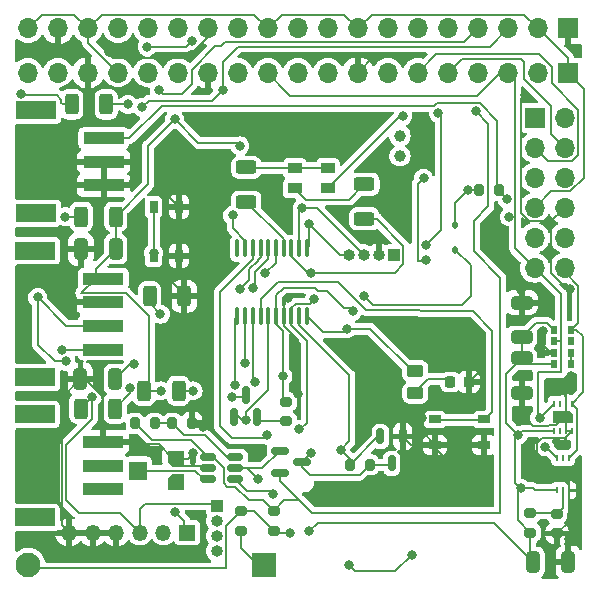
<source format=gtl>
G04 #@! TF.GenerationSoftware,KiCad,Pcbnew,7.0.7*
G04 #@! TF.CreationDate,2024-01-04T14:31:21-05:00*
G04 #@! TF.ProjectId,sensor_node,73656e73-6f72-45f6-9e6f-64652e6b6963,rev?*
G04 #@! TF.SameCoordinates,Original*
G04 #@! TF.FileFunction,Copper,L1,Top*
G04 #@! TF.FilePolarity,Positive*
%FSLAX46Y46*%
G04 Gerber Fmt 4.6, Leading zero omitted, Abs format (unit mm)*
G04 Created by KiCad (PCBNEW 7.0.7) date 2024-01-04 14:31:21*
%MOMM*%
%LPD*%
G01*
G04 APERTURE LIST*
G04 Aperture macros list*
%AMRoundRect*
0 Rectangle with rounded corners*
0 $1 Rounding radius*
0 $2 $3 $4 $5 $6 $7 $8 $9 X,Y pos of 4 corners*
0 Add a 4 corners polygon primitive as box body*
4,1,4,$2,$3,$4,$5,$6,$7,$8,$9,$2,$3,0*
0 Add four circle primitives for the rounded corners*
1,1,$1+$1,$2,$3*
1,1,$1+$1,$4,$5*
1,1,$1+$1,$6,$7*
1,1,$1+$1,$8,$9*
0 Add four rect primitives between the rounded corners*
20,1,$1+$1,$2,$3,$4,$5,0*
20,1,$1+$1,$4,$5,$6,$7,0*
20,1,$1+$1,$6,$7,$8,$9,0*
20,1,$1+$1,$8,$9,$2,$3,0*%
%AMFreePoly0*
4,1,6,0.500000,-0.850000,-0.500000,-0.850000,-0.500000,0.550000,-0.200000,0.850000,0.500000,0.850000,0.500000,-0.850000,0.500000,-0.850000,$1*%
%AMFreePoly1*
4,1,48,0.304658,0.675378,0.306642,0.675910,0.309680,0.674493,0.326062,0.671605,0.338804,0.660912,0.353882,0.653882,0.653881,0.353882,0.656594,0.350006,0.658373,0.348980,0.659519,0.345829,0.669061,0.332204,0.670510,0.315631,0.676200,0.300000,0.676200,-0.600000,0.674454,-0.609900,0.675042,-0.613232,0.673350,-0.616161,0.671605,-0.626062,0.658877,-0.641229,0.648980,-0.658373,
0.642519,-0.660724,0.638100,-0.665991,0.618605,-0.669428,0.600000,-0.676200,-0.600000,-0.676200,-0.609900,-0.674454,-0.613232,-0.675042,-0.616161,-0.673350,-0.626062,-0.671605,-0.641229,-0.658877,-0.658373,-0.648980,-0.660724,-0.642519,-0.665991,-0.638100,-0.669428,-0.618605,-0.676200,-0.600000,-0.676200,0.600000,-0.674454,0.609900,-0.675042,0.613232,-0.673350,0.616161,-0.671605,0.626062,
-0.658877,0.641229,-0.648980,0.658373,-0.642519,0.660724,-0.638100,0.665991,-0.618605,0.669428,-0.600000,0.676200,0.300000,0.676200,0.304658,0.675378,0.304658,0.675378,$1*%
%AMFreePoly2*
4,1,48,0.609900,0.674454,0.613232,0.675042,0.616161,0.673350,0.626062,0.671605,0.641229,0.658877,0.658373,0.648980,0.660724,0.642519,0.665991,0.638100,0.669428,0.618605,0.676200,0.600000,0.676200,-0.600000,0.674454,-0.609900,0.675042,-0.613232,0.673350,-0.616161,0.671605,-0.626062,0.658877,-0.641229,0.648980,-0.658373,0.642519,-0.660724,0.638100,-0.665991,0.618605,-0.669428,
0.600000,-0.676200,-0.600000,-0.676200,-0.609900,-0.674454,-0.613232,-0.675042,-0.616161,-0.673350,-0.626062,-0.671605,-0.641229,-0.658877,-0.658373,-0.648980,-0.660724,-0.642519,-0.665991,-0.638100,-0.669428,-0.618605,-0.676200,-0.600000,-0.676200,0.300000,-0.675378,0.304658,-0.675910,0.306642,-0.674493,0.309680,-0.671605,0.326062,-0.660912,0.338804,-0.653882,0.353882,-0.353882,0.653881,
-0.350006,0.656594,-0.348980,0.658373,-0.345829,0.659519,-0.332204,0.669061,-0.315631,0.670510,-0.300000,0.676200,0.600000,0.676200,0.609900,0.674454,0.609900,0.674454,$1*%
G04 Aperture macros list end*
G04 #@! TA.AperFunction,SMDPad,CuDef*
%ADD10RoundRect,0.250000X-0.625000X0.312500X-0.625000X-0.312500X0.625000X-0.312500X0.625000X0.312500X0*%
G04 #@! TD*
G04 #@! TA.AperFunction,SMDPad,CuDef*
%ADD11RoundRect,0.150000X0.150000X-0.587500X0.150000X0.587500X-0.150000X0.587500X-0.150000X-0.587500X0*%
G04 #@! TD*
G04 #@! TA.AperFunction,SMDPad,CuDef*
%ADD12RoundRect,0.250000X0.650000X-0.325000X0.650000X0.325000X-0.650000X0.325000X-0.650000X-0.325000X0*%
G04 #@! TD*
G04 #@! TA.AperFunction,SMDPad,CuDef*
%ADD13RoundRect,0.250000X0.325000X0.650000X-0.325000X0.650000X-0.325000X-0.650000X0.325000X-0.650000X0*%
G04 #@! TD*
G04 #@! TA.AperFunction,SMDPad,CuDef*
%ADD14RoundRect,0.250000X-0.312500X-0.625000X0.312500X-0.625000X0.312500X0.625000X-0.312500X0.625000X0*%
G04 #@! TD*
G04 #@! TA.AperFunction,SMDPad,CuDef*
%ADD15RoundRect,0.200000X0.200000X0.275000X-0.200000X0.275000X-0.200000X-0.275000X0.200000X-0.275000X0*%
G04 #@! TD*
G04 #@! TA.AperFunction,SMDPad,CuDef*
%ADD16R,3.500000X1.000000*%
G04 #@! TD*
G04 #@! TA.AperFunction,SMDPad,CuDef*
%ADD17R,3.400000X1.500000*%
G04 #@! TD*
G04 #@! TA.AperFunction,ComponentPad*
%ADD18C,1.000000*%
G04 #@! TD*
G04 #@! TA.AperFunction,SMDPad,CuDef*
%ADD19R,0.250000X0.550000*%
G04 #@! TD*
G04 #@! TA.AperFunction,SMDPad,CuDef*
%ADD20RoundRect,0.200000X-0.275000X0.200000X-0.275000X-0.200000X0.275000X-0.200000X0.275000X0.200000X0*%
G04 #@! TD*
G04 #@! TA.AperFunction,ComponentPad*
%ADD21R,1.000000X1.000000*%
G04 #@! TD*
G04 #@! TA.AperFunction,ComponentPad*
%ADD22O,1.000000X1.000000*%
G04 #@! TD*
G04 #@! TA.AperFunction,SMDPad,CuDef*
%ADD23RoundRect,0.200000X0.275000X-0.200000X0.275000X0.200000X-0.275000X0.200000X-0.275000X-0.200000X0*%
G04 #@! TD*
G04 #@! TA.AperFunction,SMDPad,CuDef*
%ADD24RoundRect,0.150000X-0.512500X-0.150000X0.512500X-0.150000X0.512500X0.150000X-0.512500X0.150000X0*%
G04 #@! TD*
G04 #@! TA.AperFunction,ComponentPad*
%ADD25R,1.700000X1.700000*%
G04 #@! TD*
G04 #@! TA.AperFunction,ComponentPad*
%ADD26O,1.700000X1.700000*%
G04 #@! TD*
G04 #@! TA.AperFunction,SMDPad,CuDef*
%ADD27RoundRect,0.250000X-0.450000X0.262500X-0.450000X-0.262500X0.450000X-0.262500X0.450000X0.262500X0*%
G04 #@! TD*
G04 #@! TA.AperFunction,SMDPad,CuDef*
%ADD28RoundRect,0.112500X0.112500X-0.187500X0.112500X0.187500X-0.112500X0.187500X-0.112500X-0.187500X0*%
G04 #@! TD*
G04 #@! TA.AperFunction,SMDPad,CuDef*
%ADD29RoundRect,0.150000X-0.587500X-0.150000X0.587500X-0.150000X0.587500X0.150000X-0.587500X0.150000X0*%
G04 #@! TD*
G04 #@! TA.AperFunction,SMDPad,CuDef*
%ADD30R,1.200000X0.900000*%
G04 #@! TD*
G04 #@! TA.AperFunction,SMDPad,CuDef*
%ADD31RoundRect,0.150000X-0.150000X0.512500X-0.150000X-0.512500X0.150000X-0.512500X0.150000X0.512500X0*%
G04 #@! TD*
G04 #@! TA.AperFunction,SMDPad,CuDef*
%ADD32FreePoly0,270.000000*%
G04 #@! TD*
G04 #@! TA.AperFunction,SMDPad,CuDef*
%ADD33RoundRect,0.100000X0.100000X-0.637500X0.100000X0.637500X-0.100000X0.637500X-0.100000X-0.637500X0*%
G04 #@! TD*
G04 #@! TA.AperFunction,SMDPad,CuDef*
%ADD34FreePoly1,90.000000*%
G04 #@! TD*
G04 #@! TA.AperFunction,SMDPad,CuDef*
%ADD35R,1.500000X1.600000*%
G04 #@! TD*
G04 #@! TA.AperFunction,SMDPad,CuDef*
%ADD36FreePoly2,90.000000*%
G04 #@! TD*
G04 #@! TA.AperFunction,ComponentPad*
%ADD37R,2.100000X2.100000*%
G04 #@! TD*
G04 #@! TA.AperFunction,ComponentPad*
%ADD38C,2.100000*%
G04 #@! TD*
G04 #@! TA.AperFunction,SMDPad,CuDef*
%ADD39RoundRect,0.250000X-0.650000X0.325000X-0.650000X-0.325000X0.650000X-0.325000X0.650000X0.325000X0*%
G04 #@! TD*
G04 #@! TA.AperFunction,SMDPad,CuDef*
%ADD40R,0.600000X0.720000*%
G04 #@! TD*
G04 #@! TA.AperFunction,SMDPad,CuDef*
%ADD41R,0.650000X1.050000*%
G04 #@! TD*
G04 #@! TA.AperFunction,SMDPad,CuDef*
%ADD42RoundRect,0.250000X0.312500X0.625000X-0.312500X0.625000X-0.312500X-0.625000X0.312500X-0.625000X0*%
G04 #@! TD*
G04 #@! TA.AperFunction,SMDPad,CuDef*
%ADD43RoundRect,0.250000X-0.325000X-0.650000X0.325000X-0.650000X0.325000X0.650000X-0.325000X0.650000X0*%
G04 #@! TD*
G04 #@! TA.AperFunction,ComponentPad*
%ADD44R,1.350000X1.350000*%
G04 #@! TD*
G04 #@! TA.AperFunction,ComponentPad*
%ADD45O,1.350000X1.350000*%
G04 #@! TD*
G04 #@! TA.AperFunction,SMDPad,CuDef*
%ADD46RoundRect,0.218750X0.218750X0.256250X-0.218750X0.256250X-0.218750X-0.256250X0.218750X-0.256250X0*%
G04 #@! TD*
G04 #@! TA.AperFunction,SMDPad,CuDef*
%ADD47R,1.050000X0.650000*%
G04 #@! TD*
G04 #@! TA.AperFunction,ViaPad*
%ADD48C,0.800000*%
G04 #@! TD*
G04 #@! TA.AperFunction,Conductor*
%ADD49C,0.200000*%
G04 #@! TD*
G04 #@! TA.AperFunction,Conductor*
%ADD50C,0.150000*%
G04 #@! TD*
G04 APERTURE END LIST*
D10*
X130470000Y-59250000D03*
X130470000Y-62175000D03*
D11*
X119458000Y-79000000D03*
X121358000Y-79000000D03*
X120408000Y-77125000D03*
D12*
X143770500Y-72225000D03*
X143770500Y-69275000D03*
D13*
X109375000Y-75750000D03*
X106425000Y-75750000D03*
D10*
X120470000Y-57825000D03*
X120470000Y-60750000D03*
D14*
X112275000Y-68750000D03*
X115200000Y-68750000D03*
D15*
X141845500Y-59750000D03*
X140195500Y-59750000D03*
D16*
X108350000Y-67250000D03*
X108350000Y-69250000D03*
X108350000Y-71250000D03*
X108350000Y-73250000D03*
D17*
X102600000Y-64900000D03*
X102600000Y-75600000D03*
D18*
X133470000Y-55150000D03*
X133470000Y-56850000D03*
D13*
X109425000Y-64750000D03*
X106475000Y-64750000D03*
D19*
X146770500Y-85150000D03*
X147270500Y-85150000D03*
X147770500Y-85150000D03*
X147770500Y-82400000D03*
X147270500Y-82400000D03*
X146770500Y-82400000D03*
D20*
X122770500Y-86925000D03*
X122770500Y-88575000D03*
D21*
X132970000Y-65250000D03*
D22*
X131700000Y-65250000D03*
X130430000Y-65250000D03*
X129160000Y-65250000D03*
D14*
X111808000Y-76750000D03*
X114733000Y-76750000D03*
D23*
X123858000Y-79325000D03*
X123858000Y-77675000D03*
D24*
X117258000Y-82350000D03*
X117258000Y-83300000D03*
X117258000Y-84250000D03*
X119533000Y-84250000D03*
X119533000Y-83300000D03*
X119533000Y-82350000D03*
D25*
X147710000Y-46050000D03*
D26*
X145170000Y-46050000D03*
X142630000Y-46050000D03*
X140090000Y-46050000D03*
X137550000Y-46050000D03*
X135010000Y-46050000D03*
X132470000Y-46050000D03*
X129930000Y-46050000D03*
X127390000Y-46050000D03*
X124850000Y-46050000D03*
X122310000Y-46050000D03*
X119770000Y-46050000D03*
X117230000Y-46050000D03*
X114690000Y-46050000D03*
X112150000Y-46050000D03*
X109610000Y-46050000D03*
X107070000Y-46050000D03*
X104530000Y-46050000D03*
X101990000Y-46050000D03*
D16*
X108400000Y-55350000D03*
X108400000Y-57350000D03*
X108400000Y-59350000D03*
D17*
X102650000Y-53000000D03*
X102650000Y-61700000D03*
D27*
X134770500Y-75087500D03*
X134770500Y-76912500D03*
D25*
X144880500Y-53630000D03*
D26*
X147420500Y-53630000D03*
X144880500Y-56170000D03*
X147420500Y-56170000D03*
X144880500Y-58710000D03*
X147420500Y-58710000D03*
X144880500Y-61250000D03*
X147420500Y-61250000D03*
X144880500Y-63790000D03*
X147420500Y-63790000D03*
X144880500Y-66330000D03*
X147420500Y-66330000D03*
D28*
X138144500Y-64800000D03*
X138144500Y-62700000D03*
D29*
X123333000Y-81800000D03*
X123333000Y-83700000D03*
X125208000Y-82750000D03*
D16*
X108300000Y-81100000D03*
X108300000Y-83100000D03*
X108300000Y-85100000D03*
D17*
X102550000Y-78750000D03*
X102550000Y-87450000D03*
D23*
X146770500Y-88825000D03*
X146770500Y-87175000D03*
D15*
X112695500Y-79500000D03*
X111045500Y-79500000D03*
D20*
X144520500Y-87100000D03*
X144520500Y-88750000D03*
D30*
X124570000Y-59600000D03*
X127370000Y-59600000D03*
X127370000Y-57900000D03*
X124570000Y-57900000D03*
D31*
X133720500Y-80612500D03*
X131820500Y-80612500D03*
X132770500Y-82887500D03*
D19*
X148020500Y-77825000D03*
X147520500Y-77825000D03*
X147020500Y-77825000D03*
X146520500Y-77825000D03*
X146520500Y-80175000D03*
X147020500Y-80175000D03*
X147520500Y-80175000D03*
X148020500Y-80175000D03*
D32*
X147270500Y-79000000D03*
D15*
X115845500Y-79500000D03*
X114195500Y-79500000D03*
D33*
X119720500Y-70398407D03*
X120370500Y-70398407D03*
X121020500Y-70398407D03*
X121670500Y-70398407D03*
X122320500Y-70398407D03*
X122970500Y-70398407D03*
X123620500Y-70398407D03*
X124270500Y-70398407D03*
X124920500Y-70398407D03*
X125570500Y-70398407D03*
X125570500Y-64673407D03*
X124920500Y-64673407D03*
X124270500Y-64673407D03*
X123620500Y-64673407D03*
X122970500Y-64673407D03*
X122320500Y-64673407D03*
X121670500Y-64673407D03*
X121020500Y-64673407D03*
X120370500Y-64673407D03*
X119720500Y-64673407D03*
D21*
X117950000Y-86500000D03*
D22*
X117950000Y-87770000D03*
X117950000Y-89040000D03*
X117950000Y-90310000D03*
D34*
X114550000Y-84500000D03*
D35*
X111300000Y-83500000D03*
D36*
X114550000Y-82500000D03*
D37*
X122000000Y-91500000D03*
D38*
X102000000Y-91500000D03*
D39*
X143770500Y-74000000D03*
X143770500Y-76950000D03*
D40*
X147920500Y-71585000D03*
X147920500Y-72555000D03*
X147920500Y-73525000D03*
X147920500Y-74495000D03*
X146520500Y-74495000D03*
X146520500Y-73525000D03*
X146520500Y-72555000D03*
X146520500Y-71585000D03*
D41*
X114775000Y-61175000D03*
X114775000Y-65325000D03*
X112625000Y-61175000D03*
X112625000Y-65325000D03*
D42*
X108612000Y-52500000D03*
X105687000Y-52500000D03*
D43*
X144770000Y-91250000D03*
X147720000Y-91250000D03*
D44*
X115450000Y-88750000D03*
D45*
X113450000Y-88750000D03*
X111450000Y-88750000D03*
X109450000Y-88750000D03*
X107450000Y-88750000D03*
X105450000Y-88750000D03*
D46*
X139308000Y-76000000D03*
X137733000Y-76000000D03*
D23*
X120020500Y-88575000D03*
X120020500Y-86925000D03*
D14*
X106437500Y-78250000D03*
X109362500Y-78250000D03*
D25*
X147700000Y-49800000D03*
D26*
X145160000Y-49800000D03*
X142620000Y-49800000D03*
X140080000Y-49800000D03*
X137540000Y-49800000D03*
X135000000Y-49800000D03*
X132460000Y-49800000D03*
X129920000Y-49800000D03*
X127380000Y-49800000D03*
X124840000Y-49800000D03*
X122300000Y-49800000D03*
X119760000Y-49800000D03*
X117220000Y-49800000D03*
X114680000Y-49800000D03*
X112140000Y-49800000D03*
X109600000Y-49800000D03*
X107060000Y-49800000D03*
X104520000Y-49800000D03*
X101980000Y-49800000D03*
D15*
X130920500Y-83000000D03*
X129270500Y-83000000D03*
D14*
X106487500Y-62000000D03*
X109412500Y-62000000D03*
D47*
X140595500Y-81325000D03*
X136445500Y-81325000D03*
X140595500Y-79175000D03*
X136445500Y-79175000D03*
D48*
X119919500Y-56000000D03*
X143720000Y-85000000D03*
X125800000Y-88650000D03*
X113220000Y-76750000D03*
X133720000Y-53500000D03*
X114450000Y-87000000D03*
X114399500Y-53750000D03*
X143470000Y-80500000D03*
X128470000Y-81750000D03*
X119220000Y-77250000D03*
X145720000Y-81500000D03*
X142720000Y-62000000D03*
X145300000Y-79025500D03*
X125220000Y-61250000D03*
X107270500Y-85000000D03*
X115829500Y-47100500D03*
X125770500Y-62648407D03*
X112079500Y-47600500D03*
X119300500Y-61900000D03*
X129470000Y-70000000D03*
X130470000Y-68750000D03*
X123571000Y-75500000D03*
X110950000Y-74500000D03*
X139220000Y-59750000D03*
X104899500Y-73250000D03*
X105200000Y-74250000D03*
X102805128Y-68844372D03*
X110646000Y-76500000D03*
X119470000Y-76250000D03*
X113200000Y-70250000D03*
X124200000Y-88750000D03*
X134470000Y-90625500D03*
X129200000Y-91500000D03*
X122220000Y-80500000D03*
X139925628Y-53094872D03*
X142520500Y-60500000D03*
X118470000Y-51250000D03*
X111649500Y-52750000D03*
X122089622Y-66768029D03*
X113100000Y-51300000D03*
X121058208Y-68049442D03*
X128970000Y-71500000D03*
X122720000Y-85500000D03*
X126220000Y-69000000D03*
X124970000Y-80000000D03*
X121220000Y-76000000D03*
X107400000Y-77300000D03*
X120321000Y-74400500D03*
X115970000Y-76750000D03*
X120458500Y-79250000D03*
X119970000Y-68148407D03*
X135311465Y-79013066D03*
X113149500Y-59250000D03*
X124807258Y-77045375D03*
X115963256Y-82044500D03*
X133800000Y-48500000D03*
X147839622Y-68130378D03*
X147800000Y-89300000D03*
X123970000Y-68898407D03*
X113899500Y-67250000D03*
X137600000Y-85700000D03*
X110950000Y-59000000D03*
X108834372Y-48045128D03*
X144100000Y-51700000D03*
X137720000Y-71000000D03*
X128720000Y-56500000D03*
X145600000Y-71699500D03*
X116789092Y-79800500D03*
X147970000Y-75454502D03*
X123220000Y-56750000D03*
X143720000Y-68250000D03*
X115579500Y-48399500D03*
X135470000Y-58750000D03*
X135720000Y-65655000D03*
X136720000Y-53250000D03*
X135720000Y-64385000D03*
X125970000Y-66750000D03*
X105149500Y-62000000D03*
X110450000Y-52500000D03*
X101399500Y-51650498D03*
X112625000Y-65075000D03*
X121470000Y-84250000D03*
X125970000Y-82000000D03*
D49*
X129930000Y-46050000D02*
X131080000Y-44900000D01*
X101990000Y-46050000D02*
X103140000Y-44900000D01*
X110250000Y-68450000D02*
X112200000Y-70400000D01*
X129200000Y-75445185D02*
X129200000Y-81020000D01*
X143795000Y-80175000D02*
X146520500Y-80175000D01*
X149020500Y-58736346D02*
X149020500Y-51180000D01*
X143470000Y-80500000D02*
X143795000Y-80175000D01*
X142470000Y-79500000D02*
X142470000Y-75300500D01*
X128780000Y-44900000D02*
X129930000Y-46050000D01*
X143245500Y-84525500D02*
X143245500Y-80724500D01*
X146270500Y-59860000D02*
X147896846Y-59860000D01*
X144770000Y-91250000D02*
X141420000Y-87900000D01*
X103140000Y-44900000D02*
X105920000Y-44900000D01*
X131080000Y-44900000D02*
X144020000Y-44900000D01*
X149020500Y-51180000D02*
X147340500Y-49500000D01*
X108220000Y-44900000D02*
X121160000Y-44900000D01*
X116399500Y-55750000D02*
X119669500Y-55750000D01*
X115220000Y-87770000D02*
X115220000Y-88750000D01*
X147700000Y-49800000D02*
X147700000Y-48580000D01*
X120283000Y-77250000D02*
X120408000Y-77125000D01*
X119669500Y-55750000D02*
X119919500Y-56000000D01*
X106500000Y-68450000D02*
X110250000Y-68450000D01*
X143770500Y-74000000D02*
X144265500Y-74495000D01*
X119220000Y-77250000D02*
X120283000Y-77250000D01*
X107070000Y-46050000D02*
X108220000Y-44900000D01*
X114450000Y-87000000D02*
X115220000Y-87770000D01*
X143770500Y-72225000D02*
X144995500Y-71000000D01*
X112156000Y-59256500D02*
X112156000Y-55993500D01*
X124920500Y-71165685D02*
X129200000Y-75445185D01*
X129200000Y-81020000D02*
X128470000Y-81750000D01*
X144265500Y-74495000D02*
X146520500Y-74495000D01*
X109412500Y-62000000D02*
X109412500Y-64737500D01*
X126550000Y-87900000D02*
X125800000Y-88650000D01*
X143770500Y-72225000D02*
X143770500Y-74000000D01*
X109412500Y-62000000D02*
X112156000Y-59256500D01*
X143470000Y-87699500D02*
X143470000Y-85000000D01*
X144870000Y-85150000D02*
X146770500Y-85150000D01*
X124920500Y-70398407D02*
X124920500Y-71051592D01*
X112200000Y-76358000D02*
X111808000Y-76750000D01*
X107700000Y-66475000D02*
X107700000Y-67250000D01*
X147700000Y-48580000D02*
X145170000Y-46050000D01*
X114399500Y-53750000D02*
X116399500Y-55750000D01*
X122310000Y-46050000D02*
X123460000Y-44900000D01*
X144995500Y-71000000D02*
X145935500Y-71000000D01*
X142470000Y-75300500D02*
X143770500Y-74000000D01*
X144520500Y-88750000D02*
X144520500Y-90956250D01*
X124920500Y-70398407D02*
X124920500Y-71165685D01*
X121160000Y-44900000D02*
X122310000Y-46050000D01*
X133470000Y-53500000D02*
X133720000Y-53500000D01*
X141420000Y-87900000D02*
X126550000Y-87900000D01*
X109600000Y-49800000D02*
X107070000Y-47270000D01*
X144020000Y-44900000D02*
X145170000Y-46050000D01*
X143470000Y-80500000D02*
X142470000Y-79500000D01*
X127370000Y-59600000D02*
X133470000Y-53500000D01*
X123460000Y-44900000D02*
X128780000Y-44900000D01*
X144880500Y-61250000D02*
X146270500Y-59860000D01*
X112200000Y-70400000D02*
X112200000Y-76358000D01*
X107070000Y-47270000D02*
X107070000Y-46050000D01*
X145935500Y-71000000D02*
X146520500Y-71585000D01*
X131820500Y-80612500D02*
X131658000Y-80612500D01*
X143720000Y-85000000D02*
X143245500Y-84525500D01*
X147896846Y-59860000D02*
X149020500Y-58736346D01*
X144720000Y-85000000D02*
X144870000Y-85150000D01*
X109412500Y-64737500D02*
X109425000Y-64750000D01*
X109425000Y-64750000D02*
X107700000Y-66475000D01*
X144520500Y-90956250D02*
X144820500Y-91256250D01*
X129270500Y-82550500D02*
X128470000Y-81750000D01*
X144520500Y-88750000D02*
X143470000Y-87699500D01*
X112156000Y-55993500D02*
X114399500Y-53750000D01*
X143470000Y-85000000D02*
X143720000Y-85000000D01*
X143720000Y-85000000D02*
X144720000Y-85000000D01*
X143245500Y-80724500D02*
X143470000Y-80500000D01*
X105920000Y-44900000D02*
X107070000Y-46050000D01*
X131658000Y-80612500D02*
X129270500Y-83000000D01*
X129270500Y-83000000D02*
X129270500Y-82550500D01*
X107700000Y-67250000D02*
X106500000Y-68450000D01*
X113220000Y-76750000D02*
X111808000Y-76750000D01*
X145300000Y-79025500D02*
X145205330Y-78930830D01*
X147120500Y-72655000D02*
X147020500Y-72555000D01*
X142720000Y-62000000D02*
X143220000Y-62000000D01*
X124920500Y-61549500D02*
X124920500Y-64673407D01*
X145320000Y-79025500D02*
X146520500Y-77825000D01*
X145870500Y-81500000D02*
X146770500Y-82400000D01*
X143220000Y-50400000D02*
X143220000Y-62000000D01*
X145205330Y-75194500D02*
X147081000Y-75194500D01*
X143220000Y-62000000D02*
X143220000Y-64669500D01*
X121940500Y-49500000D02*
X124190500Y-51750000D01*
X126430000Y-61250000D02*
X130430000Y-65250000D01*
X125220000Y-61250000D02*
X124920500Y-61549500D01*
X145720000Y-81500000D02*
X145870500Y-81500000D01*
X143220000Y-64669500D02*
X144880500Y-66330000D01*
X145300000Y-79025500D02*
X145320000Y-79025500D01*
X147020500Y-72555000D02*
X146520500Y-72555000D01*
X147081000Y-75194500D02*
X147120500Y-75155000D01*
X142620000Y-49800000D02*
X143220000Y-50400000D01*
X147120500Y-75155000D02*
X147120500Y-72655000D01*
X125220000Y-61250000D02*
X126430000Y-61250000D01*
X124190500Y-51750000D02*
X140010500Y-51750000D01*
X140010500Y-51750000D02*
X142260500Y-49500000D01*
X145205330Y-78930830D02*
X145205330Y-75194500D01*
X147120500Y-68570000D02*
X147120500Y-72455000D01*
X147120500Y-72455000D02*
X147020500Y-72555000D01*
X144880500Y-66330000D02*
X147120500Y-68570000D01*
X107170500Y-85100000D02*
X107270500Y-85000000D01*
X120020500Y-90070500D02*
X121700000Y-91750000D01*
X107020500Y-85100000D02*
X107170500Y-85100000D01*
X120020500Y-88575000D02*
X120020500Y-90070500D01*
X128372093Y-65250000D02*
X129160000Y-65250000D01*
X148970000Y-76875500D02*
X148020500Y-77825000D01*
X148970000Y-72134500D02*
X148970000Y-76875500D01*
X125770500Y-64473407D02*
X125570500Y-64673407D01*
X115829500Y-47100500D02*
X115329500Y-47600500D01*
X148539622Y-70965878D02*
X147920500Y-71585000D01*
X148445500Y-81725000D02*
X147770500Y-82400000D01*
X125770500Y-62648407D02*
X125770500Y-64473407D01*
X148020500Y-77825000D02*
X148445500Y-78250000D01*
X115329500Y-47600500D02*
X112079500Y-47600500D01*
X148539622Y-67840428D02*
X148539622Y-70965878D01*
X125770500Y-62648407D02*
X128372093Y-65250000D01*
X147420500Y-66330000D02*
X147420500Y-66721306D01*
X147420500Y-66721306D02*
X148539622Y-67840428D01*
X148445500Y-78250000D02*
X148445500Y-81725000D01*
X148420500Y-71585000D02*
X148970000Y-72134500D01*
X147920500Y-71585000D02*
X148420500Y-71585000D01*
X119300500Y-62950222D02*
X120370500Y-64020222D01*
X120370500Y-64020222D02*
X120370500Y-64673407D01*
X119300500Y-61900000D02*
X119300500Y-62950222D01*
X131220000Y-69500000D02*
X138720000Y-69500000D01*
X122970500Y-68647907D02*
X122970500Y-70398407D01*
X130470000Y-68750000D02*
X131220000Y-69500000D01*
X123571000Y-71698907D02*
X122970500Y-71098407D01*
X123858000Y-77675000D02*
X123571000Y-77388000D01*
X110950000Y-74500000D02*
X110625000Y-74500000D01*
X139470000Y-68750000D02*
X139470000Y-66125500D01*
X123571000Y-77388000D02*
X123571000Y-71698907D01*
X129220000Y-69750000D02*
X128720000Y-69750000D01*
X126565958Y-68300000D02*
X126265957Y-68000000D01*
X110625000Y-74500000D02*
X109375000Y-75750000D01*
X127270000Y-68300000D02*
X126565958Y-68300000D01*
X138720000Y-69500000D02*
X139470000Y-68750000D01*
X128720000Y-69750000D02*
X127270000Y-68300000D01*
X129470000Y-70000000D02*
X129220000Y-69750000D01*
X139470000Y-66125500D02*
X138144500Y-64800000D01*
X123618407Y-68000000D02*
X122970500Y-68647907D01*
X122970500Y-71098407D02*
X122970500Y-70398407D01*
X126265957Y-68000000D02*
X123618407Y-68000000D01*
X138144500Y-60825500D02*
X138144500Y-62700000D01*
X140145500Y-59700000D02*
X140095500Y-59750000D01*
X140095500Y-59750000D02*
X139220000Y-59750000D01*
X139220000Y-59750000D02*
X138144500Y-60825500D01*
X134770500Y-76825000D02*
X135845500Y-75750000D01*
X135845500Y-75750000D02*
X137483000Y-75750000D01*
X137483000Y-75750000D02*
X137733000Y-76000000D01*
X104899500Y-73250000D02*
X107700000Y-73250000D01*
X102805128Y-72825078D02*
X102805128Y-68844372D01*
X105210756Y-71250000D02*
X107700000Y-71250000D01*
X102805128Y-68844372D02*
X105210756Y-71250000D01*
X105200000Y-74250000D02*
X104230050Y-74250000D01*
X104230050Y-74250000D02*
X102805128Y-72825078D01*
X119470000Y-76250000D02*
X119479734Y-76240266D01*
X119479734Y-76240266D02*
X119479734Y-70639173D01*
X110646000Y-76966500D02*
X109362500Y-78250000D01*
X110646000Y-76500000D02*
X110646000Y-76966500D01*
X119479734Y-70639173D02*
X119720500Y-70398407D01*
X112275000Y-68750000D02*
X112275000Y-69325000D01*
X112275000Y-69325000D02*
X113200000Y-70250000D01*
X124200000Y-88750000D02*
X122945500Y-88750000D01*
X129200000Y-91500000D02*
X129700000Y-92000000D01*
X120020500Y-86925000D02*
X118750000Y-88195500D01*
X120020500Y-86925000D02*
X121120500Y-86925000D01*
X118750000Y-88195500D02*
X118750000Y-91720000D01*
X133095500Y-92000000D02*
X134470000Y-90625500D01*
X101700000Y-91750000D02*
X101737500Y-91787500D01*
X129700000Y-92000000D02*
X133095500Y-92000000D01*
X118750000Y-91720000D02*
X118682500Y-91787500D01*
X121120500Y-86925000D02*
X122770500Y-88575000D01*
X101737500Y-91787500D02*
X118682500Y-91787500D01*
X122945500Y-88750000D02*
X122770500Y-88575000D01*
X118220000Y-68398407D02*
X121020500Y-65597907D01*
X118220000Y-79750000D02*
X118220000Y-68398407D01*
X121970000Y-80750000D02*
X119220000Y-80750000D01*
X122220000Y-80500000D02*
X121970000Y-80750000D01*
X119220000Y-80750000D02*
X118220000Y-79750000D01*
X121020500Y-65597907D02*
X121020500Y-64673407D01*
X139925628Y-53094872D02*
X140970000Y-54139244D01*
X115808000Y-80900000D02*
X117258000Y-82350000D01*
X140970000Y-54139244D02*
X140970000Y-61130550D01*
X112445500Y-80900000D02*
X115808000Y-80900000D01*
X141970000Y-87100000D02*
X126018418Y-87100000D01*
X118570500Y-84586396D02*
X118834104Y-84850000D01*
X118834104Y-84850000D02*
X119550000Y-84850000D01*
X117606896Y-82350000D02*
X118570500Y-83313604D01*
X123333000Y-84414582D02*
X124918418Y-86000000D01*
X119550000Y-84850000D02*
X120700000Y-86000000D01*
X118570500Y-83313604D02*
X118570500Y-84586396D01*
X121845500Y-86000000D02*
X122770500Y-86925000D01*
X140970000Y-61130550D02*
X139720000Y-62380550D01*
X141970000Y-67166637D02*
X141970000Y-87100000D01*
X139720000Y-64916637D02*
X141970000Y-67166637D01*
X123695500Y-86000000D02*
X122770500Y-86925000D01*
X126018418Y-87100000D02*
X124918418Y-86000000D01*
X111045500Y-79500000D02*
X112445500Y-80900000D01*
X123333000Y-83700000D02*
X123333000Y-84414582D01*
X139720000Y-62380550D02*
X139720000Y-64916637D01*
X117258000Y-82350000D02*
X117606896Y-82350000D01*
X120700000Y-86000000D02*
X121845500Y-86000000D01*
X124918418Y-86000000D02*
X123695500Y-86000000D01*
X144880500Y-56170000D02*
X146030500Y-57320000D01*
X148570500Y-52984315D02*
X146310000Y-50723815D01*
X146310000Y-50723815D02*
X146310000Y-50664315D01*
X148570500Y-56800000D02*
X148570500Y-52984315D01*
X146030500Y-57320000D02*
X148050500Y-57320000D01*
X146310000Y-50664315D02*
X146310000Y-49323654D01*
X148050500Y-57320000D02*
X148570500Y-56800000D01*
X146310000Y-49323654D02*
X145236346Y-48250000D01*
X145236346Y-48250000D02*
X136550000Y-48250000D01*
X136550000Y-48250000D02*
X135000000Y-49800000D01*
X144010000Y-50335846D02*
X144010000Y-50276346D01*
X144010000Y-48930000D02*
X143730000Y-48650000D01*
X138690000Y-48650000D02*
X137540000Y-49800000D01*
X143730000Y-48650000D02*
X138690000Y-48650000D01*
X146270500Y-52596346D02*
X144010000Y-50335846D01*
X147420500Y-56170000D02*
X146270500Y-55020000D01*
X146270500Y-55020000D02*
X146270500Y-52596346D01*
X144010000Y-50276346D02*
X144010000Y-48930000D01*
X110549500Y-55350000D02*
X107700000Y-55350000D01*
X136380050Y-52600000D02*
X113299500Y-52600000D01*
X141720000Y-53900000D02*
X140214872Y-52394872D01*
X142520500Y-60500000D02*
X141720000Y-59699500D01*
X141720000Y-59699500D02*
X141720000Y-53900000D01*
X113299500Y-52600000D02*
X110549500Y-55350000D01*
X136585178Y-52394872D02*
X136380050Y-52600000D01*
X140214872Y-52394872D02*
X136585178Y-52394872D01*
X112199500Y-52200000D02*
X117520000Y-52200000D01*
X123090500Y-64553407D02*
X122970500Y-64673407D01*
X142630000Y-46050000D02*
X141080000Y-47600000D01*
X111649500Y-52750000D02*
X112199500Y-52200000D01*
X118470000Y-48909500D02*
X118470000Y-51250000D01*
X141080000Y-47600000D02*
X119779500Y-47600000D01*
X122089622Y-66768029D02*
X122970500Y-65887151D01*
X122970500Y-65887151D02*
X122970500Y-64673407D01*
X117520000Y-52200000D02*
X118470000Y-51250000D01*
X119779500Y-47600000D02*
X118470000Y-48909500D01*
X118329500Y-47550000D02*
X118679500Y-47200000D01*
X118679500Y-47200000D02*
X138940000Y-47200000D01*
X122320500Y-65547907D02*
X122320500Y-64673407D01*
X115830000Y-50800000D02*
X115830000Y-49549500D01*
X117829500Y-47550000D02*
X118329500Y-47550000D01*
X121220000Y-67887650D02*
X121220000Y-66648407D01*
X115030000Y-51600000D02*
X115830000Y-50800000D01*
X113400000Y-51600000D02*
X115030000Y-51600000D01*
X115830000Y-49549500D02*
X117829500Y-47550000D01*
X113100000Y-51300000D02*
X113400000Y-51600000D01*
X121058208Y-68049442D02*
X121220000Y-67887650D01*
X121220000Y-66648407D02*
X122320500Y-65547907D01*
X138940000Y-47200000D02*
X140090000Y-46050000D01*
X128970000Y-71500000D02*
X128672093Y-71797907D01*
X126970000Y-71797907D02*
X125570500Y-70398407D01*
X128970000Y-71500000D02*
X130970000Y-71500000D01*
X130970000Y-71500000D02*
X134645000Y-75175000D01*
X134645000Y-75175000D02*
X134770500Y-75175000D01*
X128672093Y-71797907D02*
X126970000Y-71797907D01*
X125600000Y-72528407D02*
X124270500Y-71198907D01*
X125859093Y-69360907D02*
X124654815Y-69360907D01*
X125033000Y-80000000D02*
X125600000Y-79433000D01*
X125600000Y-79433000D02*
X125600000Y-72528407D01*
X124270500Y-69745222D02*
X124270500Y-70398407D01*
X122720000Y-85500000D02*
X122470000Y-85250000D01*
X122470000Y-85250000D02*
X120533000Y-85250000D01*
X124654815Y-69360907D02*
X124270500Y-69745222D01*
X120533000Y-85250000D02*
X119533000Y-84250000D01*
X126220000Y-69000000D02*
X125859093Y-69360907D01*
X124270500Y-71198907D02*
X124270500Y-70398407D01*
X121220000Y-76000000D02*
X121020500Y-75800500D01*
X121020500Y-75800500D02*
X121020500Y-70398407D01*
X109778859Y-87100000D02*
X109789429Y-87089430D01*
X111900000Y-86300000D02*
X111450000Y-86750000D01*
X120370500Y-74351000D02*
X120370500Y-70398407D01*
X109789429Y-87089430D02*
X111450000Y-88750000D01*
X111450000Y-86750000D02*
X111450000Y-88750000D01*
X105200000Y-81350000D02*
X105200000Y-85978859D01*
X117750000Y-86300000D02*
X111900000Y-86300000D01*
X107400000Y-79150000D02*
X105200000Y-81350000D01*
X105200000Y-85978859D02*
X106321141Y-87100000D01*
X106321141Y-87100000D02*
X109778859Y-87100000D01*
X106450000Y-78250000D02*
X106437500Y-78250000D01*
X117950000Y-86500000D02*
X117750000Y-86300000D01*
X107400000Y-77300000D02*
X107400000Y-79150000D01*
X120321000Y-74400500D02*
X120370500Y-74351000D01*
X107400000Y-77300000D02*
X106450000Y-78250000D01*
X120458500Y-79250000D02*
X120458500Y-78525604D01*
X120458500Y-78525604D02*
X122320500Y-76663604D01*
X115970000Y-76750000D02*
X114733000Y-76750000D01*
X120458500Y-79250000D02*
X120108000Y-79250000D01*
X120108000Y-79250000D02*
X119658000Y-78800000D01*
X122320500Y-76663604D02*
X122320500Y-70398407D01*
X121358000Y-79000000D02*
X121683000Y-79325000D01*
X121683000Y-79325000D02*
X123858000Y-79325000D01*
X114195500Y-79500000D02*
X115195500Y-80500000D01*
X118820000Y-82350000D02*
X119533000Y-82350000D01*
X112695500Y-79500000D02*
X114195500Y-79500000D01*
X116970000Y-80500000D02*
X118820000Y-82350000D01*
X115195500Y-80500000D02*
X116970000Y-80500000D01*
X116909104Y-84250000D02*
X117258000Y-84250000D01*
X116159104Y-83500000D02*
X116909104Y-84250000D01*
X111520500Y-83500000D02*
X116159104Y-83500000D01*
X111020500Y-84000000D02*
X111520500Y-83500000D01*
X120720000Y-66464093D02*
X121470000Y-65714093D01*
X121470000Y-65714093D02*
X121470000Y-65648407D01*
X120720000Y-67398407D02*
X120720000Y-66464093D01*
X121470000Y-65648407D02*
X121670500Y-65447907D01*
X119970000Y-68148407D02*
X120720000Y-67398407D01*
X121670500Y-65447907D02*
X121670500Y-64673407D01*
X147920500Y-74495000D02*
X147920500Y-73525000D01*
D50*
X124220000Y-55750000D02*
X123220000Y-56750000D01*
X146645500Y-79625000D02*
X147270500Y-79000000D01*
X147470500Y-80725000D02*
X145495000Y-80725000D01*
X114775000Y-61175000D02*
X113149500Y-59549500D01*
X146120500Y-79625000D02*
X146645500Y-79625000D01*
X143770500Y-78770500D02*
X144700000Y-79700000D01*
X116146000Y-79800500D02*
X115845500Y-79500000D01*
X147520500Y-79250000D02*
X147270500Y-79000000D01*
X116789092Y-79800500D02*
X116146000Y-79800500D01*
X124807258Y-72404835D02*
X123620500Y-71218077D01*
X147629887Y-68130378D02*
X147839622Y-68130378D01*
X113149500Y-59549500D02*
X113149500Y-59250000D01*
X110950000Y-59000000D02*
X110600000Y-59350000D01*
X134433000Y-81325000D02*
X133720500Y-80612500D01*
X146295500Y-66795991D02*
X147629887Y-68130378D01*
X147520500Y-75904002D02*
X147970000Y-75454502D01*
X117230000Y-46749000D02*
X115579500Y-48399500D01*
X144414509Y-62375000D02*
X146295500Y-62375000D01*
X139120000Y-72400000D02*
X137720000Y-71000000D01*
X146770500Y-88825000D02*
X147770500Y-87825000D01*
X144700000Y-79700000D02*
X146045500Y-79700000D01*
X114895500Y-83125000D02*
X114270500Y-82500000D01*
X143720000Y-52080000D02*
X143720000Y-61680491D01*
X115429000Y-48550000D02*
X109339244Y-48550000D01*
X106804595Y-75750000D02*
X106425000Y-75750000D01*
X147800000Y-91226750D02*
X147770500Y-91256250D01*
X136445500Y-81325000D02*
X135311465Y-80190965D01*
X104825000Y-88125000D02*
X105450000Y-88750000D01*
X123620500Y-69247907D02*
X123970000Y-68898407D01*
X145045000Y-81175000D02*
X145045000Y-81974500D01*
X145495000Y-80725000D02*
X145045000Y-81175000D01*
X146280500Y-73525000D02*
X146520500Y-73525000D01*
X110600000Y-59350000D02*
X107700000Y-59350000D01*
X115845500Y-79500000D02*
X115955500Y-79390000D01*
X143770500Y-69275000D02*
X143770500Y-68300500D01*
X146295500Y-62375000D02*
X146295500Y-66795991D01*
X147520500Y-80175000D02*
X147520500Y-79250000D01*
X147520500Y-77825000D02*
X147520500Y-75904002D01*
X140220500Y-72400000D02*
X139120000Y-72400000D01*
X135311465Y-80190965D02*
X135311465Y-79013066D01*
X137600000Y-85700000D02*
X137600000Y-82759000D01*
X143770500Y-68300500D02*
X143720000Y-68250000D01*
X108300000Y-77245405D02*
X106804595Y-75750000D01*
X145600000Y-71699500D02*
X145600000Y-72844500D01*
X147770500Y-84700000D02*
X147770500Y-85150000D01*
X146045500Y-79700000D02*
X146120500Y-79625000D01*
X140220500Y-75087500D02*
X140220500Y-72400000D01*
X115963256Y-82044500D02*
X115507756Y-82500000D01*
X106425000Y-75750000D02*
X104825000Y-77350000D01*
X109339244Y-48550000D02*
X108834372Y-48045128D01*
X136445500Y-81604500D02*
X136445500Y-81325000D01*
X147420500Y-61250000D02*
X146295500Y-62375000D01*
X117230000Y-46050000D02*
X117230000Y-46749000D01*
X133800000Y-48500000D02*
X131220000Y-48500000D01*
X147770500Y-87825000D02*
X147770500Y-85150000D01*
X137600000Y-82759000D02*
X136445500Y-81604500D01*
X115200000Y-68550500D02*
X115200000Y-68750000D01*
X108300000Y-81100000D02*
X108300000Y-77245405D01*
X147270500Y-79000000D02*
X147520500Y-78750000D01*
X147520500Y-80175000D02*
X148020500Y-80175000D01*
X113045500Y-81275000D02*
X114270500Y-82500000D01*
X124807258Y-77045375D02*
X124807258Y-72404835D01*
X104825000Y-77350000D02*
X104825000Y-88125000D01*
X117258000Y-83300000D02*
X117083000Y-83125000D01*
X143720000Y-61680491D02*
X144414509Y-62375000D01*
X147520500Y-78750000D02*
X147520500Y-77825000D01*
X108075000Y-81275000D02*
X113045500Y-81275000D01*
X123620500Y-71218077D02*
X123620500Y-70398407D01*
X136445500Y-81325000D02*
X134433000Y-81325000D01*
X143770500Y-76950000D02*
X143770500Y-78770500D01*
X144100000Y-51700000D02*
X143720000Y-52080000D01*
X145045000Y-81974500D02*
X147770500Y-84700000D01*
X123620500Y-70398407D02*
X123620500Y-69247907D01*
X128720000Y-56500000D02*
X127970000Y-55750000D01*
X117083000Y-83125000D02*
X114895500Y-83125000D01*
X147800000Y-89300000D02*
X147800000Y-91226750D01*
X107900000Y-81100000D02*
X108075000Y-81275000D01*
X127970000Y-55750000D02*
X124220000Y-55750000D01*
X148020500Y-80175000D02*
X147470500Y-80725000D01*
X115507756Y-82500000D02*
X114270500Y-82500000D01*
X131220000Y-48500000D02*
X129920000Y-49800000D01*
X139308000Y-76000000D02*
X140220500Y-75087500D01*
X115579500Y-48399500D02*
X115429000Y-48550000D01*
X113899500Y-67250000D02*
X115200000Y-68550500D01*
X145600000Y-72844500D02*
X146280500Y-73525000D01*
D49*
X134970000Y-65750000D02*
X135625000Y-65750000D01*
X135470000Y-58750000D02*
X134970000Y-59250000D01*
X135625000Y-65750000D02*
X135720000Y-65655000D01*
X134970000Y-59250000D02*
X134970000Y-65750000D01*
X136970000Y-53500000D02*
X136970000Y-63135000D01*
X136970000Y-63135000D02*
X135720000Y-64385000D01*
X136720000Y-53250000D02*
X136970000Y-53500000D01*
X147270500Y-85150000D02*
X147270500Y-86675000D01*
X147270500Y-86675000D02*
X146770500Y-87175000D01*
X144520500Y-87100000D02*
X146695500Y-87100000D01*
X146695500Y-87100000D02*
X146770500Y-87175000D01*
X125693908Y-66750000D02*
X124270500Y-65326592D01*
X130470000Y-62175000D02*
X131495000Y-62175000D01*
X124270500Y-65326592D02*
X124270500Y-64673407D01*
X131495000Y-62175000D02*
X133770000Y-64450000D01*
X125970000Y-66750000D02*
X125693908Y-66750000D01*
X133770000Y-66050000D02*
X133070000Y-66750000D01*
X133070000Y-66750000D02*
X125970000Y-66750000D01*
X133770000Y-64450000D02*
X133770000Y-66050000D01*
X123620500Y-63900500D02*
X123620500Y-64673407D01*
X120470000Y-60750000D02*
X123620500Y-63900500D01*
X106487500Y-62000000D02*
X105149500Y-62000000D01*
X110450000Y-52500000D02*
X108612000Y-52500000D01*
X104400000Y-51700000D02*
X104800000Y-52100000D01*
X104800000Y-52100000D02*
X104800000Y-52350000D01*
X101399500Y-51650498D02*
X101449002Y-51700000D01*
X101449002Y-51700000D02*
X104400000Y-51700000D01*
X104800000Y-52350000D02*
X104950000Y-52500000D01*
X104950000Y-52500000D02*
X105687000Y-52500000D01*
X112625000Y-61175000D02*
X112625000Y-65075000D01*
X123118407Y-67500000D02*
X121670500Y-68947907D01*
X128220000Y-67500000D02*
X123118407Y-67500000D01*
X141270500Y-71650000D02*
X139620500Y-70000000D01*
X140595500Y-79250000D02*
X138720000Y-79250000D01*
X135220000Y-70000000D02*
X135120000Y-69900000D01*
X121670500Y-68947907D02*
X121670500Y-70398407D01*
X141270500Y-78500000D02*
X141270500Y-71650000D01*
X139620500Y-70000000D02*
X135220000Y-70000000D01*
X135120000Y-69900000D02*
X130620000Y-69900000D01*
X130620000Y-69900000D02*
X128220000Y-67500000D01*
X140595500Y-79175000D02*
X141270500Y-78500000D01*
X138720000Y-79250000D02*
X136445500Y-79250000D01*
X120520000Y-83300000D02*
X121470000Y-84250000D01*
X121833000Y-83300000D02*
X123333000Y-81800000D01*
X119533000Y-83300000D02*
X120520000Y-83300000D01*
X119533000Y-83300000D02*
X121833000Y-83300000D01*
X125208000Y-83187500D02*
X125770500Y-83750000D01*
X125208000Y-82750000D02*
X125208000Y-83187500D01*
X125770500Y-83755918D02*
X125864582Y-83850000D01*
X125970000Y-82000000D02*
X125958000Y-82000000D01*
X130070500Y-83850000D02*
X130920500Y-83000000D01*
X125770500Y-83750000D02*
X125770500Y-83755918D01*
X130920500Y-83000000D02*
X132658000Y-83000000D01*
X132658000Y-83000000D02*
X132770500Y-82887500D01*
X125864582Y-83850000D02*
X130070500Y-83850000D01*
X125958000Y-82000000D02*
X125208000Y-82750000D01*
X129170000Y-60550000D02*
X125520000Y-60550000D01*
X130470000Y-59250000D02*
X129170000Y-60550000D01*
X125520000Y-60550000D02*
X124852843Y-59882843D01*
X120470000Y-57825000D02*
X120545000Y-57900000D01*
X120545000Y-57900000D02*
X124570000Y-57900000D01*
X127370000Y-57900000D02*
X124570000Y-57900000D01*
G04 #@! TA.AperFunction,Conductor*
G36*
X145180099Y-80695185D02*
G01*
X145225854Y-80747989D01*
X145235798Y-80817147D01*
X145206773Y-80880703D01*
X145200741Y-80887181D01*
X145090184Y-80997737D01*
X144994211Y-81150476D01*
X144934631Y-81320745D01*
X144934630Y-81320750D01*
X144914435Y-81499996D01*
X144914435Y-81500003D01*
X144934630Y-81679249D01*
X144934631Y-81679254D01*
X144994211Y-81849523D01*
X145084425Y-81993096D01*
X145090184Y-82002262D01*
X145217738Y-82129816D01*
X145260839Y-82156898D01*
X145362652Y-82220872D01*
X145370478Y-82225789D01*
X145535870Y-82283662D01*
X145540745Y-82285368D01*
X145540750Y-82285369D01*
X145719996Y-82305565D01*
X145720000Y-82305565D01*
X145720004Y-82305565D01*
X145883774Y-82287113D01*
X145952596Y-82299168D01*
X145985338Y-82322652D01*
X146208681Y-82545995D01*
X146242166Y-82607318D01*
X146245000Y-82633674D01*
X146245000Y-82706516D01*
X146249887Y-82737372D01*
X146259854Y-82800304D01*
X146317450Y-82913342D01*
X146317452Y-82913344D01*
X146317454Y-82913347D01*
X146407152Y-83003045D01*
X146407154Y-83003046D01*
X146407158Y-83003050D01*
X146511478Y-83056204D01*
X146520198Y-83060647D01*
X146613975Y-83075499D01*
X146613981Y-83075500D01*
X146927018Y-83075499D01*
X146927022Y-83075499D01*
X147001102Y-83063766D01*
X147039895Y-83063766D01*
X147113981Y-83075500D01*
X147427018Y-83075499D01*
X147427022Y-83075499D01*
X147501102Y-83063766D01*
X147539895Y-83063766D01*
X147613981Y-83075500D01*
X147927018Y-83075499D01*
X148020804Y-83060646D01*
X148133842Y-83003050D01*
X148223550Y-82913342D01*
X148281146Y-82800304D01*
X148281146Y-82800302D01*
X148281147Y-82800301D01*
X148292754Y-82727011D01*
X148296000Y-82706519D01*
X148295999Y-82633675D01*
X148315683Y-82566637D01*
X148332313Y-82545999D01*
X148658821Y-82219491D01*
X148720142Y-82186008D01*
X148789834Y-82190992D01*
X148845767Y-82232864D01*
X148870184Y-82298328D01*
X148870500Y-82307174D01*
X148870500Y-90072467D01*
X148850815Y-90139506D01*
X148798011Y-90185261D01*
X148728853Y-90195205D01*
X148665297Y-90166180D01*
X148640963Y-90137566D01*
X148637319Y-90131659D01*
X148637316Y-90131655D01*
X148513345Y-90007684D01*
X148364124Y-89915643D01*
X148364119Y-89915641D01*
X148197697Y-89860494D01*
X148197690Y-89860493D01*
X148094986Y-89850000D01*
X147970000Y-89850000D01*
X147970000Y-91376000D01*
X147950315Y-91443039D01*
X147897511Y-91488794D01*
X147846000Y-91500000D01*
X146645001Y-91500000D01*
X146645001Y-91949986D01*
X146655494Y-92052697D01*
X146710641Y-92219119D01*
X146710643Y-92219124D01*
X146802684Y-92368345D01*
X146872658Y-92438319D01*
X146906143Y-92499642D01*
X146901159Y-92569334D01*
X146859287Y-92625267D01*
X146793823Y-92649684D01*
X146784977Y-92650000D01*
X145557979Y-92650000D01*
X145490940Y-92630315D01*
X145445185Y-92577511D01*
X145435241Y-92508353D01*
X145464266Y-92444797D01*
X145494857Y-92419268D01*
X145496865Y-92418081D01*
X145613081Y-92301865D01*
X145696744Y-92160398D01*
X145742598Y-92002569D01*
X145745500Y-91965694D01*
X145745500Y-91000000D01*
X146645000Y-91000000D01*
X147470000Y-91000000D01*
X147470000Y-89850000D01*
X147466394Y-89846394D01*
X147411633Y-89830315D01*
X147365878Y-89777511D01*
X147355934Y-89708353D01*
X147384959Y-89644797D01*
X147414522Y-89619883D01*
X147480377Y-89580072D01*
X147600572Y-89459877D01*
X147688519Y-89314395D01*
X147739090Y-89152106D01*
X147745500Y-89081572D01*
X147745500Y-89075000D01*
X147020500Y-89075000D01*
X147020500Y-89724999D01*
X147048648Y-89753147D01*
X147082133Y-89814470D01*
X147077149Y-89884162D01*
X147035277Y-89940095D01*
X147026065Y-89946366D01*
X146926656Y-90007682D01*
X146802684Y-90131654D01*
X146710643Y-90280875D01*
X146710641Y-90280880D01*
X146655494Y-90447302D01*
X146655493Y-90447309D01*
X146645000Y-90550013D01*
X146645000Y-91000000D01*
X145745500Y-91000000D01*
X145745500Y-90534306D01*
X145742598Y-90497431D01*
X145729586Y-90452645D01*
X145702210Y-90358415D01*
X145696744Y-90339602D01*
X145613081Y-90198135D01*
X145613079Y-90198133D01*
X145613076Y-90198129D01*
X145496870Y-90081923D01*
X145496862Y-90081917D01*
X145371340Y-90007684D01*
X145355398Y-89998256D01*
X145355397Y-89998255D01*
X145355396Y-89998255D01*
X145355393Y-89998254D01*
X145197573Y-89952402D01*
X145197567Y-89952401D01*
X145160696Y-89949500D01*
X145160694Y-89949500D01*
X145145000Y-89949500D01*
X145077961Y-89929815D01*
X145032206Y-89877011D01*
X145021000Y-89825500D01*
X145021000Y-89589425D01*
X145040685Y-89522386D01*
X145093489Y-89476631D01*
X145097522Y-89474875D01*
X145098341Y-89474536D01*
X145223782Y-89378282D01*
X145320036Y-89252841D01*
X145380544Y-89106762D01*
X145384726Y-89075000D01*
X145795501Y-89075000D01*
X145795501Y-89081582D01*
X145801908Y-89152102D01*
X145801909Y-89152107D01*
X145852481Y-89314396D01*
X145940427Y-89459877D01*
X146060622Y-89580072D01*
X146206104Y-89668019D01*
X146206103Y-89668019D01*
X146368394Y-89718590D01*
X146368392Y-89718590D01*
X146438918Y-89724999D01*
X146520499Y-89724998D01*
X146520500Y-89724998D01*
X146520500Y-89075000D01*
X145795501Y-89075000D01*
X145384726Y-89075000D01*
X145396000Y-88989361D01*
X145395999Y-88510640D01*
X145395999Y-88510639D01*
X145395999Y-88510636D01*
X145380546Y-88393246D01*
X145380544Y-88393241D01*
X145380544Y-88393238D01*
X145320036Y-88247159D01*
X145223782Y-88121718D01*
X145223780Y-88121717D01*
X145223780Y-88121716D01*
X145095620Y-88023376D01*
X145054417Y-87966948D01*
X145050262Y-87897202D01*
X145084474Y-87836282D01*
X145095620Y-87826624D01*
X145103065Y-87820910D01*
X145223782Y-87728282D01*
X145284606Y-87649013D01*
X145341034Y-87607811D01*
X145382982Y-87600500D01*
X145856074Y-87600500D01*
X145923113Y-87620185D01*
X145968868Y-87672989D01*
X145970636Y-87677050D01*
X145970962Y-87677838D01*
X145970964Y-87677841D01*
X146067218Y-87803282D01*
X146114613Y-87839650D01*
X146155815Y-87896078D01*
X146159970Y-87965824D01*
X146125757Y-88026744D01*
X146103277Y-88044141D01*
X146060625Y-88069925D01*
X146060621Y-88069928D01*
X145940427Y-88190122D01*
X145852480Y-88335604D01*
X145801909Y-88497893D01*
X145795500Y-88568427D01*
X145795500Y-88575000D01*
X147745499Y-88575000D01*
X147745499Y-88568417D01*
X147739091Y-88497897D01*
X147739090Y-88497892D01*
X147688518Y-88335603D01*
X147600572Y-88190122D01*
X147480377Y-88069927D01*
X147437723Y-88044142D01*
X147390535Y-87992614D01*
X147378697Y-87923754D01*
X147405966Y-87859426D01*
X147426387Y-87839649D01*
X147473782Y-87803282D01*
X147570036Y-87677841D01*
X147630544Y-87531762D01*
X147646000Y-87414361D01*
X147645999Y-87052183D01*
X147665683Y-86985145D01*
X147676287Y-86970980D01*
X147695877Y-86948373D01*
X147697875Y-86943995D01*
X147711407Y-86921189D01*
X147714296Y-86917331D01*
X147732422Y-86868728D01*
X147734114Y-86864645D01*
X147755665Y-86817457D01*
X147756350Y-86812685D01*
X147762909Y-86786992D01*
X147763253Y-86786069D01*
X147764591Y-86782483D01*
X147768291Y-86730740D01*
X147768765Y-86726340D01*
X147771000Y-86710799D01*
X147771000Y-86695094D01*
X147771158Y-86690669D01*
X147771518Y-86685639D01*
X147774859Y-86638927D01*
X147773832Y-86634206D01*
X147771000Y-86607858D01*
X147771000Y-86049000D01*
X147790685Y-85981961D01*
X147843489Y-85936206D01*
X147895000Y-85925000D01*
X147943328Y-85925000D01*
X147943344Y-85924999D01*
X148002872Y-85918598D01*
X148002879Y-85918596D01*
X148137586Y-85868354D01*
X148137593Y-85868350D01*
X148252687Y-85782190D01*
X148252690Y-85782187D01*
X148338850Y-85667093D01*
X148338854Y-85667086D01*
X148389096Y-85532379D01*
X148389098Y-85532372D01*
X148395499Y-85472844D01*
X148395500Y-85472823D01*
X148395500Y-85275000D01*
X147920000Y-85275000D01*
X147852961Y-85255315D01*
X147807206Y-85202511D01*
X147796000Y-85151000D01*
X147796000Y-85149000D01*
X147815685Y-85081961D01*
X147868489Y-85036206D01*
X147920000Y-85025000D01*
X148395500Y-85025000D01*
X148395500Y-84827172D01*
X148395499Y-84827155D01*
X148389098Y-84767627D01*
X148389096Y-84767620D01*
X148338854Y-84632913D01*
X148338850Y-84632906D01*
X148252690Y-84517812D01*
X148252687Y-84517809D01*
X148137593Y-84431649D01*
X148137586Y-84431645D01*
X148002879Y-84381403D01*
X148002872Y-84381401D01*
X147943344Y-84375000D01*
X147895500Y-84375000D01*
X147895500Y-84509245D01*
X147875815Y-84576284D01*
X147823011Y-84622039D01*
X147753853Y-84631983D01*
X147690297Y-84602958D01*
X147683819Y-84596926D01*
X147681819Y-84594926D01*
X147648334Y-84533603D01*
X147645500Y-84507245D01*
X147645500Y-84375000D01*
X147597655Y-84375000D01*
X147538127Y-84381401D01*
X147538120Y-84381403D01*
X147403413Y-84431645D01*
X147403411Y-84431646D01*
X147379204Y-84449768D01*
X147313739Y-84474184D01*
X147304895Y-84474500D01*
X147113981Y-84474500D01*
X147039896Y-84486233D01*
X147001105Y-84486233D01*
X146927019Y-84474500D01*
X146613982Y-84474500D01*
X146533019Y-84487323D01*
X146520196Y-84489354D01*
X146407158Y-84546950D01*
X146407157Y-84546951D01*
X146407156Y-84546951D01*
X146387025Y-84567083D01*
X146340925Y-84613182D01*
X146279605Y-84646666D01*
X146253246Y-84649500D01*
X145127989Y-84649500D01*
X145060950Y-84629815D01*
X145052241Y-84623297D01*
X145052140Y-84623434D01*
X145036013Y-84611362D01*
X145032583Y-84608598D01*
X144993373Y-84574623D01*
X144993371Y-84574622D01*
X144993367Y-84574619D01*
X144988983Y-84572617D01*
X144966194Y-84559096D01*
X144963446Y-84557039D01*
X144962331Y-84556204D01*
X144962329Y-84556203D01*
X144913716Y-84538071D01*
X144909642Y-84536383D01*
X144862457Y-84514835D01*
X144862455Y-84514834D01*
X144857682Y-84514148D01*
X144832000Y-84507593D01*
X144827485Y-84505909D01*
X144775740Y-84502207D01*
X144771343Y-84501734D01*
X144755799Y-84499500D01*
X144740094Y-84499500D01*
X144735671Y-84499342D01*
X144713245Y-84497738D01*
X144683929Y-84495641D01*
X144683925Y-84495641D01*
X144679215Y-84496666D01*
X144652857Y-84499500D01*
X144402941Y-84499500D01*
X144335902Y-84479815D01*
X144315260Y-84463182D01*
X144272263Y-84420185D01*
X144222262Y-84370184D01*
X144144658Y-84321422D01*
X144069521Y-84274210D01*
X143899249Y-84214630D01*
X143856115Y-84209770D01*
X143791701Y-84182702D01*
X143752147Y-84125107D01*
X143746000Y-84086550D01*
X143746000Y-81339109D01*
X143765685Y-81272070D01*
X143813696Y-81229606D01*
X143813626Y-81229494D01*
X143814307Y-81229065D01*
X143816209Y-81227384D01*
X143819514Y-81225791D01*
X143819522Y-81225789D01*
X143972262Y-81129816D01*
X144099816Y-81002262D01*
X144195789Y-80849522D01*
X144227622Y-80758546D01*
X144268345Y-80701770D01*
X144333298Y-80676022D01*
X144344665Y-80675500D01*
X145113060Y-80675500D01*
X145180099Y-80695185D01*
G37*
G04 #@! TD.AperFunction*
G04 #@! TA.AperFunction,Conductor*
G36*
X116992540Y-86820185D02*
G01*
X117038295Y-86872989D01*
X117049501Y-86924499D01*
X117049501Y-87031518D01*
X117064354Y-87125304D01*
X117101469Y-87198145D01*
X117121952Y-87238346D01*
X117127664Y-87246208D01*
X117151140Y-87312016D01*
X117135311Y-87380069D01*
X117134731Y-87381085D01*
X117122821Y-87401714D01*
X117064327Y-87581740D01*
X117064326Y-87581744D01*
X117044540Y-87770000D01*
X117064326Y-87958256D01*
X117064327Y-87958259D01*
X117122818Y-88138277D01*
X117122821Y-88138284D01*
X117217467Y-88302216D01*
X117227806Y-88313699D01*
X117235307Y-88322030D01*
X117265535Y-88385022D01*
X117256909Y-88454357D01*
X117235307Y-88487970D01*
X117217466Y-88507785D01*
X117122821Y-88671715D01*
X117122818Y-88671722D01*
X117071635Y-88829249D01*
X117064326Y-88851744D01*
X117044540Y-89040000D01*
X117064326Y-89228256D01*
X117064327Y-89228259D01*
X117122818Y-89408277D01*
X117122821Y-89408284D01*
X117217467Y-89572216D01*
X117224541Y-89580072D01*
X117235307Y-89592030D01*
X117265535Y-89655022D01*
X117256909Y-89724357D01*
X117235307Y-89757970D01*
X117217466Y-89777785D01*
X117122821Y-89941715D01*
X117122818Y-89941722D01*
X117069344Y-90106299D01*
X117064326Y-90121744D01*
X117044540Y-90310000D01*
X117064326Y-90498256D01*
X117064327Y-90498259D01*
X117122818Y-90678277D01*
X117122821Y-90678284D01*
X117217467Y-90842216D01*
X117331351Y-90968697D01*
X117344129Y-90982888D01*
X117453956Y-91062682D01*
X117496622Y-91118012D01*
X117502601Y-91187625D01*
X117469995Y-91249420D01*
X117409157Y-91283777D01*
X117381071Y-91287000D01*
X103538860Y-91287000D01*
X103471821Y-91267315D01*
X103426066Y-91214511D01*
X103418654Y-91193440D01*
X103417181Y-91187625D01*
X103376610Y-91027409D01*
X103280049Y-90807272D01*
X103148571Y-90606031D01*
X102985764Y-90429175D01*
X102985759Y-90429171D01*
X102985757Y-90429169D01*
X102796075Y-90281533D01*
X102796069Y-90281529D01*
X102584657Y-90167118D01*
X102584652Y-90167116D01*
X102357300Y-90089066D01*
X102179468Y-90059391D01*
X102120192Y-90049500D01*
X101879808Y-90049500D01*
X101832387Y-90057413D01*
X101642699Y-90089066D01*
X101415347Y-90167116D01*
X101415342Y-90167118D01*
X101203931Y-90281529D01*
X101120662Y-90346340D01*
X101055668Y-90371982D01*
X100987128Y-90358415D01*
X100936803Y-90309947D01*
X100920500Y-90248486D01*
X100920500Y-88724499D01*
X100940185Y-88657460D01*
X100992989Y-88611705D01*
X101044495Y-88600499D01*
X104281518Y-88600499D01*
X104375304Y-88585646D01*
X104488342Y-88528050D01*
X104488346Y-88528045D01*
X104494358Y-88523679D01*
X104560165Y-88500202D01*
X104567240Y-88500000D01*
X104939424Y-88500000D01*
X105006463Y-88519685D01*
X105052218Y-88572489D01*
X105062162Y-88641647D01*
X105061897Y-88643397D01*
X105045014Y-88749996D01*
X105045014Y-88750003D01*
X105061897Y-88856603D01*
X105052942Y-88925896D01*
X105007946Y-88979348D01*
X104941194Y-88999987D01*
X104939424Y-89000000D01*
X104299495Y-89000000D01*
X104349651Y-89176280D01*
X104446715Y-89371208D01*
X104577945Y-89544985D01*
X104738868Y-89691685D01*
X104924012Y-89806322D01*
X104924023Y-89806327D01*
X105127060Y-89884984D01*
X105199999Y-89898619D01*
X105199999Y-89260575D01*
X105219683Y-89193536D01*
X105272487Y-89147781D01*
X105341646Y-89137837D01*
X105343353Y-89138095D01*
X105368583Y-89142091D01*
X105418515Y-89150000D01*
X105418519Y-89150000D01*
X105481485Y-89150000D01*
X105524300Y-89143218D01*
X105556602Y-89138102D01*
X105625894Y-89147056D01*
X105679347Y-89192052D01*
X105699987Y-89258803D01*
X105700000Y-89260575D01*
X105700000Y-89898619D01*
X105772939Y-89884984D01*
X105975976Y-89806327D01*
X105975987Y-89806322D01*
X106161130Y-89691685D01*
X106161131Y-89691685D01*
X106322055Y-89544985D01*
X106351043Y-89506597D01*
X106407150Y-89464959D01*
X106476862Y-89460266D01*
X106538045Y-89494006D01*
X106548953Y-89506594D01*
X106577945Y-89544985D01*
X106738868Y-89691685D01*
X106924012Y-89806322D01*
X106924023Y-89806327D01*
X107127060Y-89884984D01*
X107199999Y-89898619D01*
X107200000Y-89260575D01*
X107219685Y-89193536D01*
X107272489Y-89147781D01*
X107341647Y-89137837D01*
X107343331Y-89138091D01*
X107375699Y-89143218D01*
X107418515Y-89150000D01*
X107418519Y-89150000D01*
X107481485Y-89150000D01*
X107524300Y-89143218D01*
X107556602Y-89138102D01*
X107625894Y-89147056D01*
X107679347Y-89192052D01*
X107699987Y-89258803D01*
X107700000Y-89260575D01*
X107700000Y-89898619D01*
X107772939Y-89884984D01*
X107975976Y-89806327D01*
X107975987Y-89806322D01*
X108161130Y-89691685D01*
X108161131Y-89691685D01*
X108322055Y-89544985D01*
X108351043Y-89506597D01*
X108407150Y-89464959D01*
X108476862Y-89460266D01*
X108538045Y-89494006D01*
X108548953Y-89506594D01*
X108577945Y-89544985D01*
X108738868Y-89691685D01*
X108924012Y-89806322D01*
X108924023Y-89806327D01*
X109127060Y-89884984D01*
X109199999Y-89898619D01*
X109199999Y-89260575D01*
X109219683Y-89193536D01*
X109272487Y-89147781D01*
X109341646Y-89137837D01*
X109343353Y-89138095D01*
X109368583Y-89142091D01*
X109418515Y-89150000D01*
X109418519Y-89150000D01*
X109481485Y-89150000D01*
X109524300Y-89143218D01*
X109556602Y-89138102D01*
X109625894Y-89147056D01*
X109679347Y-89192052D01*
X109699987Y-89258803D01*
X109700000Y-89260575D01*
X109700000Y-89898619D01*
X109772939Y-89884984D01*
X109975976Y-89806327D01*
X109975987Y-89806322D01*
X110161130Y-89691685D01*
X110161131Y-89691685D01*
X110322053Y-89544986D01*
X110413386Y-89424040D01*
X110469494Y-89382404D01*
X110539206Y-89377711D01*
X110600389Y-89411453D01*
X110611295Y-89424039D01*
X110651791Y-89477664D01*
X110799090Y-89611945D01*
X110968554Y-89716873D01*
X111154414Y-89788876D01*
X111350340Y-89825500D01*
X111350342Y-89825500D01*
X111549658Y-89825500D01*
X111549660Y-89825500D01*
X111745586Y-89788876D01*
X111931446Y-89716873D01*
X112100910Y-89611945D01*
X112248209Y-89477664D01*
X112351046Y-89341485D01*
X112407155Y-89299850D01*
X112476867Y-89295159D01*
X112538049Y-89328901D01*
X112548952Y-89341483D01*
X112562968Y-89360044D01*
X112651792Y-89477666D01*
X112731473Y-89550304D01*
X112799090Y-89611945D01*
X112968554Y-89716873D01*
X113154414Y-89788876D01*
X113350340Y-89825500D01*
X113350342Y-89825500D01*
X113549658Y-89825500D01*
X113549660Y-89825500D01*
X113745586Y-89788876D01*
X113931446Y-89716873D01*
X114100910Y-89611945D01*
X114199127Y-89522407D01*
X114261929Y-89491792D01*
X114331317Y-89499989D01*
X114385257Y-89544399D01*
X114393145Y-89557744D01*
X114446950Y-89663342D01*
X114446952Y-89663344D01*
X114446954Y-89663347D01*
X114536652Y-89753045D01*
X114536654Y-89753046D01*
X114536658Y-89753050D01*
X114641210Y-89806322D01*
X114649698Y-89810647D01*
X114743475Y-89825499D01*
X114743481Y-89825500D01*
X116156518Y-89825499D01*
X116250304Y-89810646D01*
X116363342Y-89753050D01*
X116453050Y-89663342D01*
X116510646Y-89550304D01*
X116510646Y-89550302D01*
X116510647Y-89550301D01*
X116522646Y-89474536D01*
X116525500Y-89456519D01*
X116525499Y-88043482D01*
X116510646Y-87949696D01*
X116453050Y-87836658D01*
X116453046Y-87836654D01*
X116453045Y-87836652D01*
X116363347Y-87746954D01*
X116363344Y-87746952D01*
X116363342Y-87746950D01*
X116280834Y-87704910D01*
X116250301Y-87689352D01*
X116156524Y-87674500D01*
X116156519Y-87674500D01*
X115806299Y-87674500D01*
X115739260Y-87654815D01*
X115693505Y-87602011D01*
X115693504Y-87602010D01*
X115693215Y-87601378D01*
X115685845Y-87585238D01*
X115683616Y-87580357D01*
X115681922Y-87576269D01*
X115678704Y-87567642D01*
X115663795Y-87527669D01*
X115660908Y-87523813D01*
X115647379Y-87501012D01*
X115645377Y-87496627D01*
X115611402Y-87457419D01*
X115608631Y-87453979D01*
X115599220Y-87441406D01*
X115599215Y-87441401D01*
X115599211Y-87441396D01*
X115588110Y-87430296D01*
X115585093Y-87427055D01*
X115551129Y-87387858D01*
X115551125Y-87387854D01*
X115547066Y-87385246D01*
X115526428Y-87368614D01*
X115287891Y-87130077D01*
X115254406Y-87068754D01*
X115252352Y-87028513D01*
X115255565Y-87000000D01*
X115255565Y-86999996D01*
X115248623Y-86938383D01*
X115260678Y-86869561D01*
X115308027Y-86818182D01*
X115371843Y-86800500D01*
X116925501Y-86800500D01*
X116992540Y-86820185D01*
G37*
G04 #@! TD.AperFunction*
G04 #@! TA.AperFunction,Conductor*
G36*
X107006463Y-88519685D02*
G01*
X107052218Y-88572489D01*
X107062162Y-88641647D01*
X107061897Y-88643397D01*
X107045014Y-88749996D01*
X107045014Y-88750003D01*
X107061897Y-88856603D01*
X107052942Y-88925896D01*
X107007946Y-88979348D01*
X106941194Y-88999987D01*
X106939424Y-89000000D01*
X105960576Y-89000000D01*
X105893537Y-88980315D01*
X105847782Y-88927511D01*
X105837838Y-88858353D01*
X105838103Y-88856603D01*
X105854986Y-88750003D01*
X105854986Y-88749996D01*
X105838103Y-88643397D01*
X105847058Y-88574104D01*
X105892054Y-88520652D01*
X105958806Y-88500013D01*
X105960576Y-88500000D01*
X106939424Y-88500000D01*
X107006463Y-88519685D01*
G37*
G04 #@! TD.AperFunction*
G04 #@! TA.AperFunction,Conductor*
G36*
X109006463Y-88519685D02*
G01*
X109052218Y-88572489D01*
X109062162Y-88641647D01*
X109061897Y-88643397D01*
X109045014Y-88749996D01*
X109045014Y-88750003D01*
X109061897Y-88856603D01*
X109052942Y-88925896D01*
X109007946Y-88979348D01*
X108941194Y-88999987D01*
X108939424Y-89000000D01*
X107960576Y-89000000D01*
X107893537Y-88980315D01*
X107847782Y-88927511D01*
X107837838Y-88858353D01*
X107838103Y-88856603D01*
X107854986Y-88750003D01*
X107854986Y-88749996D01*
X107838103Y-88643397D01*
X107847058Y-88574104D01*
X107892054Y-88520652D01*
X107958806Y-88500013D01*
X107960576Y-88500000D01*
X108939424Y-88500000D01*
X109006463Y-88519685D01*
G37*
G04 #@! TD.AperFunction*
G04 #@! TA.AperFunction,Conductor*
G36*
X106155720Y-73770185D02*
G01*
X106201475Y-73822989D01*
X106211154Y-73855103D01*
X106214352Y-73875299D01*
X106214352Y-73875300D01*
X106214353Y-73875303D01*
X106214354Y-73875304D01*
X106271950Y-73988342D01*
X106271952Y-73988344D01*
X106271954Y-73988347D01*
X106361652Y-74078045D01*
X106361654Y-74078046D01*
X106361658Y-74078050D01*
X106462595Y-74129480D01*
X106474698Y-74135647D01*
X106568472Y-74150499D01*
X106568475Y-74150499D01*
X106568481Y-74150500D01*
X106575130Y-74150499D01*
X106642168Y-74170178D01*
X106687928Y-74222978D01*
X106697877Y-74292135D01*
X106675000Y-74342241D01*
X106675000Y-75500000D01*
X107499999Y-75500000D01*
X107499999Y-75050028D01*
X107499998Y-75050013D01*
X107489505Y-74947302D01*
X107434358Y-74780880D01*
X107434356Y-74780875D01*
X107342315Y-74631654D01*
X107218345Y-74507684D01*
X107069124Y-74415643D01*
X107069121Y-74415642D01*
X106998393Y-74392205D01*
X106940949Y-74352432D01*
X106914126Y-74287916D01*
X106926441Y-74219140D01*
X106973985Y-74167940D01*
X107037394Y-74150499D01*
X109967323Y-74150499D01*
X110034362Y-74170184D01*
X110080117Y-74222988D01*
X110090061Y-74292146D01*
X110061036Y-74355702D01*
X110055004Y-74362180D01*
X109980119Y-74437065D01*
X109918796Y-74470550D01*
X109857843Y-74468460D01*
X109802573Y-74452402D01*
X109802567Y-74452401D01*
X109765696Y-74449500D01*
X109765694Y-74449500D01*
X108984306Y-74449500D01*
X108984304Y-74449500D01*
X108947432Y-74452401D01*
X108947426Y-74452402D01*
X108789606Y-74498254D01*
X108789603Y-74498255D01*
X108648137Y-74581917D01*
X108648129Y-74581923D01*
X108531923Y-74698129D01*
X108531917Y-74698137D01*
X108448255Y-74839603D01*
X108448254Y-74839606D01*
X108402402Y-74997426D01*
X108402401Y-74997432D01*
X108399500Y-75034304D01*
X108399500Y-76465696D01*
X108402401Y-76502567D01*
X108402402Y-76502573D01*
X108448254Y-76660393D01*
X108448255Y-76660396D01*
X108448256Y-76660398D01*
X108458692Y-76678045D01*
X108531917Y-76801862D01*
X108531923Y-76801870D01*
X108653651Y-76923598D01*
X108651589Y-76925659D01*
X108684453Y-76971167D01*
X108688240Y-77040934D01*
X108653707Y-77101674D01*
X108651249Y-77103803D01*
X108531923Y-77223129D01*
X108531917Y-77223137D01*
X108448255Y-77364603D01*
X108444644Y-77377033D01*
X108407036Y-77435918D01*
X108343563Y-77465123D01*
X108274377Y-77455376D01*
X108221443Y-77409771D01*
X108201568Y-77342788D01*
X108202348Y-77328551D01*
X108205565Y-77300001D01*
X108205565Y-77299996D01*
X108185369Y-77120750D01*
X108185368Y-77120745D01*
X108160613Y-77050000D01*
X108125789Y-76950478D01*
X108117306Y-76936978D01*
X108078677Y-76875500D01*
X108029816Y-76797738D01*
X107902262Y-76670184D01*
X107851508Y-76638293D01*
X107749519Y-76574209D01*
X107583045Y-76515957D01*
X107526269Y-76475236D01*
X107500522Y-76410283D01*
X107500000Y-76398916D01*
X107500000Y-76000000D01*
X105350001Y-76000000D01*
X105350001Y-76449986D01*
X105360494Y-76552697D01*
X105415641Y-76719119D01*
X105415643Y-76719124D01*
X105507684Y-76868345D01*
X105631655Y-76992316D01*
X105637323Y-76996798D01*
X105635302Y-76999353D01*
X105672356Y-77040534D01*
X105683591Y-77109494D01*
X105655760Y-77173582D01*
X105648226Y-77181827D01*
X105606923Y-77223129D01*
X105606917Y-77223137D01*
X105523255Y-77364603D01*
X105523254Y-77364606D01*
X105477402Y-77522426D01*
X105477401Y-77522432D01*
X105474500Y-77559304D01*
X105474500Y-78940696D01*
X105477401Y-78977567D01*
X105477402Y-78977573D01*
X105523254Y-79135393D01*
X105523255Y-79135396D01*
X105606917Y-79276862D01*
X105606923Y-79276870D01*
X105723129Y-79393076D01*
X105723133Y-79393079D01*
X105723135Y-79393081D01*
X105864602Y-79476744D01*
X105898313Y-79486538D01*
X106022426Y-79522597D01*
X106022428Y-79522597D01*
X106022431Y-79522598D01*
X106029752Y-79523174D01*
X106095042Y-79548053D01*
X106136516Y-79604282D01*
X106141008Y-79674007D01*
X106107712Y-79734473D01*
X104893568Y-80948616D01*
X104872938Y-80965243D01*
X104868876Y-80967854D01*
X104868867Y-80967861D01*
X104834905Y-81007055D01*
X104831892Y-81010291D01*
X104820781Y-81021402D01*
X104811354Y-81033996D01*
X104808587Y-81037428D01*
X104795375Y-81052676D01*
X104774623Y-81076626D01*
X104774617Y-81076636D01*
X104772615Y-81081020D01*
X104759100Y-81103799D01*
X104756206Y-81107664D01*
X104756200Y-81107675D01*
X104738078Y-81156264D01*
X104736385Y-81160353D01*
X104714835Y-81207543D01*
X104714833Y-81207550D01*
X104714146Y-81212327D01*
X104707598Y-81237986D01*
X104705910Y-81242513D01*
X104705909Y-81242517D01*
X104702207Y-81294260D01*
X104701734Y-81298656D01*
X104699500Y-81314199D01*
X104699500Y-81329904D01*
X104699342Y-81334329D01*
X104695641Y-81386069D01*
X104695641Y-81386073D01*
X104696666Y-81390785D01*
X104699500Y-81417143D01*
X104699500Y-85911717D01*
X104696667Y-85938065D01*
X104695641Y-85942786D01*
X104695641Y-85942788D01*
X104695641Y-85942789D01*
X104699342Y-85994528D01*
X104699500Y-85998953D01*
X104699500Y-86014658D01*
X104701734Y-86030202D01*
X104702207Y-86034599D01*
X104705909Y-86086344D01*
X104707593Y-86090859D01*
X104714148Y-86116541D01*
X104714834Y-86121314D01*
X104714835Y-86121316D01*
X104736383Y-86168501D01*
X104738071Y-86172575D01*
X104756203Y-86221188D01*
X104759096Y-86225053D01*
X104772617Y-86247842D01*
X104774619Y-86252226D01*
X104774622Y-86252230D01*
X104774623Y-86252232D01*
X104808598Y-86291442D01*
X104811362Y-86294872D01*
X104820775Y-86307447D01*
X104820782Y-86307455D01*
X104831886Y-86318559D01*
X104834896Y-86321791D01*
X104858140Y-86348616D01*
X104868871Y-86361001D01*
X104868874Y-86361004D01*
X104872928Y-86363609D01*
X104893571Y-86380244D01*
X105919755Y-87406428D01*
X105936387Y-87427066D01*
X105943791Y-87438586D01*
X105941637Y-87439970D01*
X105965065Y-87491271D01*
X105955121Y-87560430D01*
X105909365Y-87613233D01*
X105842326Y-87632917D01*
X105797534Y-87624544D01*
X105772935Y-87615014D01*
X105772921Y-87615010D01*
X105700001Y-87601378D01*
X105700000Y-87601379D01*
X105700000Y-88239424D01*
X105680315Y-88306463D01*
X105627511Y-88352218D01*
X105558353Y-88362162D01*
X105556602Y-88361897D01*
X105481486Y-88350000D01*
X105481481Y-88350000D01*
X105418519Y-88350000D01*
X105418512Y-88350000D01*
X105343396Y-88361897D01*
X105274103Y-88352942D01*
X105220651Y-88307946D01*
X105200012Y-88241194D01*
X105199999Y-88239424D01*
X105199999Y-87601379D01*
X105199998Y-87601378D01*
X105127078Y-87615010D01*
X105127068Y-87615013D01*
X104924014Y-87693676D01*
X104924007Y-87693680D01*
X104839776Y-87745834D01*
X104772416Y-87764389D01*
X104705716Y-87743581D01*
X104660855Y-87690016D01*
X104650499Y-87640409D01*
X104650499Y-86668482D01*
X104635646Y-86574696D01*
X104578050Y-86461658D01*
X104578046Y-86461654D01*
X104578045Y-86461652D01*
X104488347Y-86371954D01*
X104488344Y-86371952D01*
X104488342Y-86371950D01*
X104411517Y-86332805D01*
X104375301Y-86314352D01*
X104281524Y-86299500D01*
X101044500Y-86299500D01*
X100977461Y-86279815D01*
X100931706Y-86227011D01*
X100920500Y-86175500D01*
X100920500Y-80024499D01*
X100940185Y-79957460D01*
X100992989Y-79911705D01*
X101044495Y-79900499D01*
X104281518Y-79900499D01*
X104375304Y-79885646D01*
X104488342Y-79828050D01*
X104578050Y-79738342D01*
X104635646Y-79625304D01*
X104635646Y-79625302D01*
X104635647Y-79625301D01*
X104649080Y-79540483D01*
X104650500Y-79531519D01*
X104650499Y-77968482D01*
X104635646Y-77874696D01*
X104578050Y-77761658D01*
X104578046Y-77761654D01*
X104578045Y-77761652D01*
X104488347Y-77671954D01*
X104488344Y-77671952D01*
X104488342Y-77671950D01*
X104410906Y-77632494D01*
X104375301Y-77614352D01*
X104281524Y-77599500D01*
X101044500Y-77599500D01*
X100977461Y-77579815D01*
X100931706Y-77527011D01*
X100920500Y-77475500D01*
X100920500Y-76874499D01*
X100940185Y-76807460D01*
X100992989Y-76761705D01*
X101044495Y-76750499D01*
X104331518Y-76750499D01*
X104425304Y-76735646D01*
X104538342Y-76678050D01*
X104628050Y-76588342D01*
X104685646Y-76475304D01*
X104685646Y-76475302D01*
X104685647Y-76475301D01*
X104697497Y-76400478D01*
X104700500Y-76381519D01*
X104700499Y-75098070D01*
X104720184Y-75031032D01*
X104772987Y-74985277D01*
X104842146Y-74975333D01*
X104865454Y-74981030D01*
X105020737Y-75035366D01*
X105020743Y-75035367D01*
X105020745Y-75035368D01*
X105020746Y-75035368D01*
X105020750Y-75035369D01*
X105199997Y-75055565D01*
X105200000Y-75055565D01*
X105200001Y-75055565D01*
X105212115Y-75054200D01*
X105280937Y-75066254D01*
X105332317Y-75113603D01*
X105350000Y-75177420D01*
X105350000Y-75500000D01*
X106175000Y-75500000D01*
X106175000Y-74350000D01*
X106127645Y-74350000D01*
X106060606Y-74330315D01*
X106014851Y-74277511D01*
X106004425Y-74239883D01*
X106004192Y-74237819D01*
X105985368Y-74070745D01*
X105939898Y-73940798D01*
X105931030Y-73915454D01*
X105927469Y-73845676D01*
X105962198Y-73785048D01*
X106024191Y-73752821D01*
X106048072Y-73750500D01*
X106088681Y-73750500D01*
X106155720Y-73770185D01*
G37*
G04 #@! TD.AperFunction*
G04 #@! TA.AperFunction,Conductor*
G36*
X130339952Y-70322328D02*
G01*
X130346624Y-70325374D01*
X130346627Y-70325377D01*
X130351013Y-70327380D01*
X130373807Y-70340905D01*
X130377669Y-70343796D01*
X130426295Y-70361932D01*
X130430351Y-70363612D01*
X130452457Y-70373708D01*
X130477540Y-70385164D01*
X130477541Y-70385164D01*
X130477543Y-70385165D01*
X130482312Y-70385850D01*
X130508002Y-70392407D01*
X130512517Y-70394091D01*
X130564258Y-70397791D01*
X130568657Y-70398264D01*
X130584201Y-70400500D01*
X130599906Y-70400500D01*
X130604328Y-70400657D01*
X130656073Y-70404359D01*
X130660784Y-70403334D01*
X130687143Y-70400500D01*
X134871668Y-70400500D01*
X134938707Y-70420185D01*
X134939668Y-70420904D01*
X134946624Y-70425375D01*
X134946625Y-70425375D01*
X134946627Y-70425377D01*
X134951010Y-70427379D01*
X134973807Y-70440905D01*
X134977669Y-70443796D01*
X135026295Y-70461932D01*
X135030351Y-70463612D01*
X135052457Y-70473708D01*
X135077540Y-70485164D01*
X135077541Y-70485164D01*
X135077543Y-70485165D01*
X135082312Y-70485850D01*
X135108002Y-70492407D01*
X135112517Y-70494091D01*
X135164258Y-70497791D01*
X135168657Y-70498264D01*
X135184201Y-70500500D01*
X135199906Y-70500500D01*
X135204328Y-70500657D01*
X135256073Y-70504359D01*
X135260784Y-70503334D01*
X135287143Y-70500500D01*
X139361824Y-70500500D01*
X139428863Y-70520185D01*
X139449505Y-70536819D01*
X140733681Y-71820994D01*
X140767166Y-71882317D01*
X140770000Y-71908675D01*
X140770000Y-78241323D01*
X140750315Y-78308362D01*
X140733685Y-78328999D01*
X140663149Y-78399536D01*
X140649503Y-78413182D01*
X140588179Y-78446666D01*
X140561822Y-78449500D01*
X140038982Y-78449500D01*
X139958019Y-78462323D01*
X139945196Y-78464354D01*
X139832158Y-78521950D01*
X139832156Y-78521951D01*
X139832157Y-78521951D01*
X139832152Y-78521954D01*
X139742454Y-78611652D01*
X139742451Y-78611657D01*
X139742450Y-78611658D01*
X139706712Y-78681796D01*
X139658739Y-78732591D01*
X139596229Y-78749500D01*
X137444772Y-78749500D01*
X137377733Y-78729815D01*
X137334288Y-78681796D01*
X137300583Y-78615648D01*
X137298550Y-78611658D01*
X137298547Y-78611655D01*
X137298545Y-78611652D01*
X137208847Y-78521954D01*
X137208844Y-78521952D01*
X137208842Y-78521950D01*
X137132017Y-78482805D01*
X137095801Y-78464352D01*
X137002024Y-78449500D01*
X135888982Y-78449500D01*
X135808019Y-78462323D01*
X135795196Y-78464354D01*
X135682158Y-78521950D01*
X135682157Y-78521950D01*
X135682157Y-78521951D01*
X135682152Y-78521954D01*
X135592454Y-78611652D01*
X135592451Y-78611657D01*
X135592450Y-78611658D01*
X135573251Y-78649337D01*
X135534852Y-78724698D01*
X135520000Y-78818475D01*
X135520000Y-79531517D01*
X135528047Y-79582321D01*
X135534854Y-79625304D01*
X135592450Y-79738342D01*
X135592452Y-79738344D01*
X135592454Y-79738347D01*
X135682152Y-79828045D01*
X135682154Y-79828046D01*
X135682158Y-79828050D01*
X135778053Y-79876911D01*
X135795198Y-79885647D01*
X135888975Y-79900499D01*
X135888981Y-79900500D01*
X137002018Y-79900499D01*
X137095804Y-79885646D01*
X137208842Y-79828050D01*
X137250072Y-79786820D01*
X137311395Y-79753334D01*
X137337754Y-79750500D01*
X138684201Y-79750500D01*
X139703246Y-79750500D01*
X139770285Y-79770185D01*
X139790928Y-79786820D01*
X139832153Y-79828046D01*
X139832155Y-79828047D01*
X139832158Y-79828050D01*
X139928053Y-79876911D01*
X139945198Y-79885647D01*
X140038975Y-79900499D01*
X140038981Y-79900500D01*
X141152018Y-79900499D01*
X141245804Y-79885646D01*
X141289208Y-79863530D01*
X141357874Y-79850635D01*
X141422614Y-79876911D01*
X141462872Y-79934017D01*
X141469500Y-79974016D01*
X141469500Y-80417928D01*
X141449815Y-80484967D01*
X141397011Y-80530722D01*
X141327853Y-80540666D01*
X141302168Y-80534110D01*
X141227882Y-80506403D01*
X141227872Y-80506401D01*
X141168344Y-80500000D01*
X140845500Y-80500000D01*
X140845500Y-82150000D01*
X141168328Y-82150000D01*
X141168344Y-82149999D01*
X141227872Y-82143598D01*
X141227880Y-82143596D01*
X141302165Y-82115889D01*
X141371857Y-82110903D01*
X141433180Y-82144388D01*
X141466666Y-82205711D01*
X141469500Y-82232070D01*
X141469500Y-86475500D01*
X141449815Y-86542539D01*
X141397011Y-86588294D01*
X141345500Y-86599500D01*
X126277094Y-86599500D01*
X126210055Y-86579815D01*
X126189413Y-86563181D01*
X125319803Y-85693571D01*
X125303168Y-85672928D01*
X125300563Y-85668874D01*
X125300560Y-85668871D01*
X125282629Y-85653334D01*
X125261350Y-85634896D01*
X125258133Y-85631901D01*
X125247011Y-85620779D01*
X125177792Y-85551560D01*
X125144307Y-85490237D01*
X125149291Y-85420545D01*
X125191163Y-85364612D01*
X125256627Y-85340195D01*
X125294070Y-85343222D01*
X125324778Y-85350500D01*
X125324779Y-85350500D01*
X125456201Y-85350500D01*
X125456209Y-85350500D01*
X125586755Y-85335241D01*
X125751617Y-85275237D01*
X125898196Y-85178830D01*
X126018592Y-85051218D01*
X126106312Y-84899281D01*
X126156630Y-84731210D01*
X126166831Y-84556065D01*
X126156245Y-84496031D01*
X126163989Y-84426594D01*
X126208045Y-84372365D01*
X126274426Y-84350562D01*
X126278361Y-84350500D01*
X130003357Y-84350500D01*
X130029715Y-84353334D01*
X130034427Y-84354359D01*
X130086171Y-84350657D01*
X130090594Y-84350500D01*
X130106299Y-84350500D01*
X130121842Y-84348264D01*
X130126240Y-84347791D01*
X130177983Y-84344091D01*
X130182492Y-84342408D01*
X130208185Y-84335850D01*
X130212957Y-84335165D01*
X130260146Y-84313613D01*
X130264228Y-84311922D01*
X130294269Y-84300719D01*
X130312829Y-84293797D01*
X130312829Y-84293796D01*
X130312831Y-84293796D01*
X130316689Y-84290907D01*
X130339495Y-84277375D01*
X130343873Y-84275377D01*
X130383064Y-84241416D01*
X130386514Y-84238637D01*
X130389430Y-84236453D01*
X130399093Y-84229221D01*
X130410220Y-84218092D01*
X130413425Y-84215109D01*
X130446569Y-84186390D01*
X130452641Y-84181130D01*
X130452641Y-84181129D01*
X130452643Y-84181128D01*
X130455251Y-84177068D01*
X130471881Y-84156431D01*
X130716494Y-83911818D01*
X130777818Y-83878333D01*
X130804176Y-83875499D01*
X131159863Y-83875499D01*
X131277253Y-83860046D01*
X131277257Y-83860044D01*
X131277262Y-83860044D01*
X131423341Y-83799536D01*
X131548782Y-83703282D01*
X131645036Y-83577841D01*
X131645363Y-83577050D01*
X131645818Y-83576486D01*
X131649102Y-83570799D01*
X131649988Y-83571310D01*
X131689204Y-83522645D01*
X131755497Y-83500579D01*
X131759926Y-83500500D01*
X131983979Y-83500500D01*
X132051018Y-83520185D01*
X132096773Y-83572989D01*
X132099325Y-83578990D01*
X132099510Y-83579457D01*
X132136139Y-83672343D01*
X132227577Y-83792922D01*
X132348156Y-83884360D01*
X132348157Y-83884360D01*
X132348158Y-83884361D01*
X132488936Y-83939877D01*
X132577398Y-83950500D01*
X132577403Y-83950500D01*
X132963597Y-83950500D01*
X132963602Y-83950500D01*
X133052064Y-83939877D01*
X133192842Y-83884361D01*
X133313422Y-83792922D01*
X133404861Y-83672342D01*
X133460377Y-83531564D01*
X133471000Y-83443102D01*
X133471000Y-82331898D01*
X133460377Y-82243436D01*
X133404861Y-82102658D01*
X133404860Y-82102657D01*
X133404860Y-82102656D01*
X133321777Y-81993096D01*
X133313422Y-81982078D01*
X133313140Y-81981864D01*
X133302325Y-81973662D01*
X133260802Y-81917470D01*
X133256251Y-81847749D01*
X133290116Y-81786635D01*
X133351646Y-81753531D01*
X133411846Y-81755783D01*
X133468005Y-81772099D01*
X133468011Y-81772100D01*
X133470498Y-81772295D01*
X133470499Y-81772295D01*
X133470500Y-80862500D01*
X133970500Y-80862500D01*
X133970500Y-81772295D01*
X133970501Y-81772295D01*
X133972986Y-81772100D01*
X134130698Y-81726281D01*
X134272052Y-81642685D01*
X134272061Y-81642678D01*
X134339739Y-81575000D01*
X135420500Y-81575000D01*
X135420500Y-81697844D01*
X135426901Y-81757372D01*
X135426903Y-81757379D01*
X135477145Y-81892086D01*
X135477149Y-81892093D01*
X135563309Y-82007187D01*
X135563312Y-82007190D01*
X135678406Y-82093350D01*
X135678413Y-82093354D01*
X135813120Y-82143596D01*
X135813127Y-82143598D01*
X135872655Y-82149999D01*
X135872672Y-82150000D01*
X136195500Y-82150000D01*
X136195500Y-81575000D01*
X136695500Y-81575000D01*
X136695500Y-82150000D01*
X137018328Y-82150000D01*
X137018344Y-82149999D01*
X137077872Y-82143598D01*
X137077879Y-82143596D01*
X137212586Y-82093354D01*
X137212593Y-82093350D01*
X137327687Y-82007190D01*
X137327690Y-82007187D01*
X137413850Y-81892093D01*
X137413854Y-81892086D01*
X137464096Y-81757379D01*
X137464098Y-81757372D01*
X137470499Y-81697844D01*
X137470500Y-81697827D01*
X137470500Y-81575000D01*
X139570500Y-81575000D01*
X139570500Y-81697844D01*
X139576901Y-81757372D01*
X139576903Y-81757379D01*
X139627145Y-81892086D01*
X139627149Y-81892093D01*
X139713309Y-82007187D01*
X139713312Y-82007190D01*
X139828406Y-82093350D01*
X139828413Y-82093354D01*
X139963120Y-82143596D01*
X139963127Y-82143598D01*
X140022655Y-82149999D01*
X140022672Y-82150000D01*
X140345500Y-82150000D01*
X140345500Y-81575000D01*
X139570500Y-81575000D01*
X137470500Y-81575000D01*
X136695500Y-81575000D01*
X136195500Y-81575000D01*
X135420500Y-81575000D01*
X134339739Y-81575000D01*
X134388178Y-81526561D01*
X134388185Y-81526552D01*
X134471782Y-81385196D01*
X134471783Y-81385193D01*
X134517599Y-81227495D01*
X134517600Y-81227489D01*
X134520500Y-81190644D01*
X134520500Y-81075000D01*
X135420500Y-81075000D01*
X136195500Y-81075000D01*
X136195500Y-80500000D01*
X136695500Y-80500000D01*
X136695500Y-81075000D01*
X137470500Y-81075000D01*
X139570500Y-81075000D01*
X140345500Y-81075000D01*
X140345500Y-80500000D01*
X140022655Y-80500000D01*
X139963127Y-80506401D01*
X139963120Y-80506403D01*
X139828413Y-80556645D01*
X139828406Y-80556649D01*
X139713312Y-80642809D01*
X139713309Y-80642812D01*
X139627149Y-80757906D01*
X139627145Y-80757913D01*
X139576903Y-80892620D01*
X139576901Y-80892627D01*
X139570500Y-80952155D01*
X139570500Y-81075000D01*
X137470500Y-81075000D01*
X137470500Y-80952172D01*
X137470499Y-80952155D01*
X137464098Y-80892627D01*
X137464096Y-80892620D01*
X137413854Y-80757913D01*
X137413850Y-80757906D01*
X137327690Y-80642812D01*
X137327687Y-80642809D01*
X137212593Y-80556649D01*
X137212586Y-80556645D01*
X137077879Y-80506403D01*
X137077872Y-80506401D01*
X137018344Y-80500000D01*
X136695500Y-80500000D01*
X136195500Y-80500000D01*
X135872655Y-80500000D01*
X135813127Y-80506401D01*
X135813120Y-80506403D01*
X135678413Y-80556645D01*
X135678406Y-80556649D01*
X135563312Y-80642809D01*
X135563309Y-80642812D01*
X135477149Y-80757906D01*
X135477145Y-80757913D01*
X135426903Y-80892620D01*
X135426901Y-80892627D01*
X135420500Y-80952155D01*
X135420500Y-81075000D01*
X134520500Y-81075000D01*
X134520500Y-80862500D01*
X133970500Y-80862500D01*
X133470500Y-80862500D01*
X132920500Y-80862500D01*
X132920500Y-81190644D01*
X132923399Y-81227489D01*
X132923400Y-81227495D01*
X132969216Y-81385193D01*
X132969217Y-81385196D01*
X133052814Y-81526552D01*
X133052821Y-81526561D01*
X133150048Y-81623788D01*
X133183533Y-81685111D01*
X133178549Y-81754803D01*
X133136677Y-81810736D01*
X133071213Y-81835153D01*
X133047584Y-81834585D01*
X133045253Y-81834305D01*
X132963602Y-81824500D01*
X132577398Y-81824500D01*
X132538353Y-81829188D01*
X132488938Y-81835122D01*
X132348156Y-81890639D01*
X132227577Y-81982077D01*
X132136139Y-82102656D01*
X132080622Y-82243438D01*
X132075587Y-82285369D01*
X132070000Y-82331898D01*
X132070000Y-82331902D01*
X132070000Y-82331903D01*
X132070000Y-82375500D01*
X132050315Y-82442539D01*
X131997511Y-82488294D01*
X131946000Y-82499500D01*
X131759926Y-82499500D01*
X131692887Y-82479815D01*
X131647132Y-82427011D01*
X131645364Y-82422950D01*
X131645037Y-82422161D01*
X131645035Y-82422158D01*
X131548783Y-82296719D01*
X131536264Y-82287113D01*
X131423341Y-82200464D01*
X131421016Y-82199501D01*
X131277262Y-82139956D01*
X131277260Y-82139955D01*
X131159870Y-82124501D01*
X131159867Y-82124500D01*
X131159861Y-82124500D01*
X131159854Y-82124500D01*
X131153175Y-82124500D01*
X131086136Y-82104815D01*
X131040381Y-82052011D01*
X131030437Y-81982853D01*
X131059462Y-81919297D01*
X131065494Y-81912819D01*
X131191678Y-81786635D01*
X131319703Y-81658609D01*
X131381024Y-81625126D01*
X131450715Y-81630110D01*
X131452872Y-81630938D01*
X131499943Y-81649500D01*
X131538936Y-81664877D01*
X131627398Y-81675500D01*
X131627403Y-81675500D01*
X132013597Y-81675500D01*
X132013602Y-81675500D01*
X132102064Y-81664877D01*
X132242842Y-81609361D01*
X132363422Y-81517922D01*
X132454861Y-81397342D01*
X132510377Y-81256564D01*
X132521000Y-81168102D01*
X132521000Y-80362500D01*
X132920500Y-80362500D01*
X133470499Y-80362500D01*
X133470500Y-79452703D01*
X133970500Y-79452703D01*
X133970500Y-80362500D01*
X134520500Y-80362500D01*
X134520500Y-80034356D01*
X134517600Y-79997510D01*
X134517599Y-79997504D01*
X134471783Y-79839806D01*
X134471782Y-79839803D01*
X134388185Y-79698447D01*
X134388178Y-79698438D01*
X134272061Y-79582321D01*
X134272052Y-79582314D01*
X134130696Y-79498717D01*
X134130693Y-79498716D01*
X133972994Y-79452900D01*
X133972997Y-79452900D01*
X133970500Y-79452703D01*
X133470500Y-79452703D01*
X133468003Y-79452900D01*
X133310306Y-79498716D01*
X133310303Y-79498717D01*
X133168947Y-79582314D01*
X133168938Y-79582321D01*
X133052821Y-79698438D01*
X133052814Y-79698447D01*
X132969217Y-79839803D01*
X132969216Y-79839806D01*
X132923400Y-79997504D01*
X132923399Y-79997510D01*
X132920500Y-80034356D01*
X132920500Y-80362500D01*
X132521000Y-80362500D01*
X132521000Y-80056898D01*
X132510377Y-79968436D01*
X132454861Y-79827658D01*
X132454860Y-79827657D01*
X132454860Y-79827656D01*
X132363422Y-79707077D01*
X132242843Y-79615639D01*
X132132055Y-79571950D01*
X132102064Y-79560123D01*
X132102063Y-79560122D01*
X132102061Y-79560122D01*
X132056426Y-79554642D01*
X132013602Y-79549500D01*
X131627398Y-79549500D01*
X131588353Y-79554188D01*
X131538938Y-79560122D01*
X131398156Y-79615639D01*
X131277577Y-79707077D01*
X131186139Y-79827656D01*
X131130622Y-79968438D01*
X131126358Y-80003951D01*
X131120000Y-80056898D01*
X131120000Y-80056902D01*
X131120000Y-80056903D01*
X131120000Y-80391323D01*
X131100315Y-80458362D01*
X131083681Y-80479004D01*
X129582930Y-81979754D01*
X129521607Y-82013239D01*
X129451915Y-82008255D01*
X129407569Y-81979755D01*
X129307890Y-81880076D01*
X129274406Y-81818754D01*
X129272352Y-81778513D01*
X129275565Y-81750000D01*
X129272352Y-81721486D01*
X129284406Y-81652665D01*
X129307888Y-81619924D01*
X129506431Y-81421381D01*
X129527068Y-81404751D01*
X129531128Y-81402143D01*
X129532553Y-81400499D01*
X129538106Y-81394090D01*
X129565109Y-81362925D01*
X129568092Y-81359720D01*
X129579221Y-81348593D01*
X129588637Y-81336014D01*
X129591417Y-81332564D01*
X129597646Y-81325375D01*
X129625377Y-81293373D01*
X129627375Y-81288995D01*
X129640907Y-81266189D01*
X129643796Y-81262331D01*
X129647173Y-81253278D01*
X129652876Y-81237986D01*
X129661922Y-81213728D01*
X129663614Y-81209645D01*
X129665083Y-81206428D01*
X129685165Y-81162457D01*
X129685850Y-81157685D01*
X129692409Y-81131992D01*
X129694091Y-81127483D01*
X129697791Y-81075740D01*
X129698265Y-81071340D01*
X129700500Y-81055799D01*
X129700500Y-81040092D01*
X129700658Y-81035667D01*
X129701277Y-81027011D01*
X129704359Y-80983927D01*
X129703332Y-80979206D01*
X129700500Y-80952858D01*
X129700500Y-75512328D01*
X129703334Y-75485970D01*
X129704359Y-75481258D01*
X129700658Y-75429514D01*
X129700500Y-75425089D01*
X129700500Y-75409386D01*
X129698264Y-75393842D01*
X129697791Y-75389439D01*
X129696414Y-75370184D01*
X129694091Y-75337702D01*
X129692407Y-75333187D01*
X129685850Y-75307497D01*
X129685165Y-75302728D01*
X129663612Y-75255536D01*
X129661932Y-75251480D01*
X129643796Y-75202854D01*
X129640905Y-75198992D01*
X129627379Y-75176195D01*
X129625377Y-75171812D01*
X129614016Y-75158701D01*
X129591411Y-75132612D01*
X129588633Y-75129164D01*
X129579229Y-75116602D01*
X129579224Y-75116597D01*
X129579221Y-75116592D01*
X129568097Y-75105468D01*
X129565103Y-75102252D01*
X129531128Y-75063042D01*
X129531125Y-75063039D01*
X129527066Y-75060431D01*
X129506428Y-75043799D01*
X126972717Y-72510088D01*
X126939232Y-72448765D01*
X126944216Y-72379073D01*
X126986088Y-72323140D01*
X127051552Y-72298723D01*
X127060398Y-72298407D01*
X128604950Y-72298407D01*
X128631308Y-72301241D01*
X128636020Y-72302266D01*
X128687764Y-72298564D01*
X128692187Y-72298407D01*
X128707892Y-72298407D01*
X128723435Y-72296171D01*
X128727833Y-72295698D01*
X128779576Y-72291998D01*
X128779585Y-72291994D01*
X128783504Y-72291142D01*
X128823751Y-72289086D01*
X128955848Y-72303970D01*
X128969999Y-72305565D01*
X128970000Y-72305565D01*
X128970004Y-72305565D01*
X129149249Y-72285369D01*
X129149252Y-72285368D01*
X129149255Y-72285368D01*
X129319522Y-72225789D01*
X129472262Y-72129816D01*
X129565260Y-72036818D01*
X129626584Y-72003334D01*
X129652941Y-72000500D01*
X130711324Y-72000500D01*
X130778363Y-72020185D01*
X130799005Y-72036819D01*
X133633681Y-74871495D01*
X133667166Y-74932818D01*
X133670000Y-74959176D01*
X133670000Y-75415696D01*
X133672901Y-75452567D01*
X133672902Y-75452573D01*
X133718754Y-75610393D01*
X133718755Y-75610396D01*
X133718756Y-75610398D01*
X133729258Y-75628156D01*
X133802417Y-75751862D01*
X133802423Y-75751870D01*
X133918629Y-75868076D01*
X133918632Y-75868078D01*
X133918635Y-75868081D01*
X133947220Y-75884986D01*
X133961224Y-75893268D01*
X134008907Y-75944338D01*
X134021410Y-76013079D01*
X133994764Y-76077669D01*
X133961224Y-76106732D01*
X133918635Y-76131919D01*
X133918629Y-76131923D01*
X133802423Y-76248129D01*
X133802417Y-76248137D01*
X133718755Y-76389603D01*
X133718754Y-76389606D01*
X133672902Y-76547426D01*
X133672901Y-76547432D01*
X133670000Y-76584304D01*
X133670000Y-77240696D01*
X133672901Y-77277567D01*
X133672902Y-77277573D01*
X133718754Y-77435393D01*
X133718755Y-77435396D01*
X133718756Y-77435398D01*
X133742643Y-77475789D01*
X133802417Y-77576862D01*
X133802423Y-77576870D01*
X133918629Y-77693076D01*
X133918633Y-77693079D01*
X133918635Y-77693081D01*
X134060102Y-77776744D01*
X134060536Y-77776870D01*
X134217926Y-77822597D01*
X134217929Y-77822597D01*
X134217931Y-77822598D01*
X134230222Y-77823565D01*
X134254804Y-77825500D01*
X134254806Y-77825500D01*
X135286196Y-77825500D01*
X135304631Y-77824049D01*
X135323069Y-77822598D01*
X135323071Y-77822597D01*
X135323073Y-77822597D01*
X135393065Y-77802262D01*
X135480898Y-77776744D01*
X135622365Y-77693081D01*
X135738581Y-77576865D01*
X135822244Y-77435398D01*
X135868098Y-77277569D01*
X135871000Y-77240694D01*
X135871000Y-76584306D01*
X135868098Y-76547431D01*
X135863295Y-76530899D01*
X135863493Y-76461032D01*
X135894688Y-76408625D01*
X136016496Y-76286817D01*
X136077818Y-76253334D01*
X136104176Y-76250500D01*
X136775476Y-76250500D01*
X136842515Y-76270185D01*
X136888270Y-76322989D01*
X136897458Y-76352222D01*
X136897761Y-76353884D01*
X136897762Y-76353890D01*
X136897763Y-76353892D01*
X136933016Y-76475236D01*
X136941413Y-76504139D01*
X137021054Y-76638805D01*
X137021061Y-76638814D01*
X137131685Y-76749438D01*
X137131694Y-76749445D01*
X137175913Y-76775596D01*
X137266361Y-76829087D01*
X137416608Y-76872737D01*
X137434160Y-76874118D01*
X137451710Y-76875500D01*
X137451712Y-76875499D01*
X137451713Y-76875500D01*
X137873408Y-76875499D01*
X138014287Y-76875499D01*
X138020136Y-76875038D01*
X138049392Y-76872737D01*
X138199639Y-76829087D01*
X138334309Y-76749443D01*
X138362462Y-76721289D01*
X138423783Y-76687805D01*
X138493475Y-76692789D01*
X138537824Y-76721290D01*
X138640419Y-76823885D01*
X138783422Y-76912091D01*
X138783427Y-76912093D01*
X138942916Y-76964942D01*
X139041356Y-76974999D01*
X139058000Y-76974998D01*
X139058000Y-76250000D01*
X139558000Y-76250000D01*
X139558000Y-76974999D01*
X139574636Y-76974999D01*
X139574652Y-76974998D01*
X139673083Y-76964943D01*
X139832572Y-76912093D01*
X139832577Y-76912091D01*
X139975580Y-76823885D01*
X140094385Y-76705080D01*
X140182591Y-76562077D01*
X140182593Y-76562072D01*
X140235442Y-76402583D01*
X140245499Y-76304150D01*
X140245500Y-76304137D01*
X140245500Y-76250000D01*
X139558000Y-76250000D01*
X139058000Y-76250000D01*
X139058000Y-75025000D01*
X139558000Y-75025000D01*
X139558000Y-75750000D01*
X140245499Y-75750000D01*
X140245499Y-75695864D01*
X140245498Y-75695847D01*
X140235443Y-75597416D01*
X140182593Y-75437927D01*
X140182591Y-75437922D01*
X140094385Y-75294919D01*
X139975580Y-75176114D01*
X139832577Y-75087908D01*
X139832572Y-75087906D01*
X139673083Y-75035057D01*
X139574650Y-75025000D01*
X139558000Y-75025000D01*
X139058000Y-75025000D01*
X139058000Y-75024999D01*
X139041356Y-75025000D01*
X138942915Y-75035057D01*
X138783427Y-75087906D01*
X138783422Y-75087908D01*
X138640422Y-75176112D01*
X138537824Y-75278710D01*
X138476501Y-75312194D01*
X138406809Y-75307210D01*
X138362462Y-75278709D01*
X138334314Y-75250561D01*
X138334305Y-75250554D01*
X138199639Y-75170913D01*
X138129293Y-75150476D01*
X138049392Y-75127263D01*
X138049391Y-75127262D01*
X138049388Y-75127262D01*
X138014290Y-75124500D01*
X138014287Y-75124500D01*
X137592832Y-75124500D01*
X137451713Y-75124501D01*
X137416612Y-75127262D01*
X137416611Y-75127262D01*
X137266360Y-75170913D01*
X137212352Y-75202854D01*
X137166764Y-75229815D01*
X137162677Y-75232232D01*
X137099556Y-75249500D01*
X135995000Y-75249500D01*
X135927961Y-75229815D01*
X135882206Y-75177011D01*
X135871000Y-75125500D01*
X135871000Y-74759304D01*
X135868098Y-74722432D01*
X135868097Y-74722426D01*
X135827275Y-74581919D01*
X135822244Y-74564602D01*
X135738581Y-74423135D01*
X135738579Y-74423133D01*
X135738576Y-74423129D01*
X135622370Y-74306923D01*
X135622362Y-74306917D01*
X135480896Y-74223255D01*
X135480893Y-74223254D01*
X135323073Y-74177402D01*
X135323067Y-74177401D01*
X135286196Y-74174500D01*
X135286194Y-74174500D01*
X134403676Y-74174500D01*
X134336637Y-74154815D01*
X134315995Y-74138181D01*
X131371385Y-71193571D01*
X131354750Y-71172928D01*
X131352145Y-71168874D01*
X131352142Y-71168871D01*
X131320191Y-71141186D01*
X131312932Y-71134896D01*
X131309700Y-71131886D01*
X131298596Y-71120782D01*
X131298588Y-71120775D01*
X131286013Y-71111362D01*
X131282583Y-71108598D01*
X131243373Y-71074623D01*
X131243371Y-71074622D01*
X131243367Y-71074619D01*
X131238983Y-71072617D01*
X131216194Y-71059096D01*
X131212331Y-71056204D01*
X131212329Y-71056203D01*
X131163716Y-71038071D01*
X131159642Y-71036383D01*
X131112457Y-71014835D01*
X131112455Y-71014834D01*
X131107682Y-71014148D01*
X131082000Y-71007593D01*
X131077485Y-71005909D01*
X131025740Y-71002207D01*
X131021343Y-71001734D01*
X131005799Y-70999500D01*
X130990094Y-70999500D01*
X130985671Y-70999342D01*
X130963231Y-70997737D01*
X130933929Y-70995641D01*
X130933925Y-70995641D01*
X130929215Y-70996666D01*
X130902857Y-70999500D01*
X129767114Y-70999500D01*
X129700075Y-70979815D01*
X129654320Y-70927011D01*
X129644376Y-70857853D01*
X129673401Y-70794297D01*
X129726160Y-70758458D01*
X129764726Y-70744963D01*
X129819522Y-70725789D01*
X129972262Y-70629816D01*
X130099816Y-70502262D01*
X130183453Y-70369153D01*
X130235788Y-70322863D01*
X130304841Y-70312215D01*
X130339952Y-70322328D01*
G37*
G04 #@! TD.AperFunction*
G04 #@! TA.AperFunction,Conductor*
G36*
X108332694Y-77487092D02*
G01*
X108383097Y-77535479D01*
X108399500Y-77597114D01*
X108399500Y-78940696D01*
X108402401Y-78977567D01*
X108402402Y-78977573D01*
X108448254Y-79135393D01*
X108448255Y-79135396D01*
X108531917Y-79276862D01*
X108531923Y-79276870D01*
X108648129Y-79393076D01*
X108648133Y-79393079D01*
X108648135Y-79393081D01*
X108789602Y-79476744D01*
X108823313Y-79486538D01*
X108947426Y-79522597D01*
X108947429Y-79522597D01*
X108947431Y-79522598D01*
X108954750Y-79523174D01*
X108984304Y-79525500D01*
X108984306Y-79525500D01*
X109740696Y-79525500D01*
X109759131Y-79524049D01*
X109777569Y-79522598D01*
X109777571Y-79522597D01*
X109777573Y-79522597D01*
X109819191Y-79510505D01*
X109935398Y-79476744D01*
X110057879Y-79404308D01*
X110125603Y-79387126D01*
X110191866Y-79409286D01*
X110235629Y-79463752D01*
X110245000Y-79511041D01*
X110245000Y-79814363D01*
X110260453Y-79931753D01*
X110260455Y-79931758D01*
X110260456Y-79931762D01*
X110260992Y-79933056D01*
X110261118Y-79934234D01*
X110262559Y-79939608D01*
X110261720Y-79939832D01*
X110268462Y-80002523D01*
X110237189Y-80065004D01*
X110177101Y-80100657D01*
X110133178Y-80103800D01*
X110097830Y-80100000D01*
X108550000Y-80100000D01*
X108550000Y-80850000D01*
X110550000Y-80850000D01*
X110550000Y-80552172D01*
X110549999Y-80552155D01*
X110543911Y-80495534D01*
X110556315Y-80426775D01*
X110603925Y-80375637D01*
X110671624Y-80358357D01*
X110683385Y-80359339D01*
X110688736Y-80360043D01*
X110688738Y-80360044D01*
X110806139Y-80375500D01*
X111161823Y-80375499D01*
X111228862Y-80395183D01*
X111249504Y-80411818D01*
X112044114Y-81206428D01*
X112060746Y-81227066D01*
X112063354Y-81231125D01*
X112063357Y-81231128D01*
X112102567Y-81265103D01*
X112105783Y-81268097D01*
X112116907Y-81279221D01*
X112116912Y-81279224D01*
X112116917Y-81279229D01*
X112129479Y-81288633D01*
X112132927Y-81291411D01*
X112159227Y-81314199D01*
X112172127Y-81325377D01*
X112176510Y-81327379D01*
X112199307Y-81340905D01*
X112203169Y-81343796D01*
X112251795Y-81361932D01*
X112255851Y-81363612D01*
X112270240Y-81370184D01*
X112303040Y-81385164D01*
X112303041Y-81385164D01*
X112303043Y-81385165D01*
X112307812Y-81385850D01*
X112333502Y-81392407D01*
X112338017Y-81394091D01*
X112389758Y-81397791D01*
X112394157Y-81398264D01*
X112409701Y-81400500D01*
X112425406Y-81400500D01*
X112429828Y-81400657D01*
X112481573Y-81404359D01*
X112486284Y-81403334D01*
X112512643Y-81400500D01*
X113349838Y-81400500D01*
X113416877Y-81420185D01*
X113462632Y-81472989D01*
X113472576Y-81542147D01*
X113451599Y-81593359D01*
X113452092Y-81593649D01*
X113450075Y-81597078D01*
X113449687Y-81598027D01*
X113448846Y-81599167D01*
X113448846Y-81599168D01*
X113436596Y-81625990D01*
X113433921Y-81631184D01*
X113432697Y-81633308D01*
X113432672Y-81633356D01*
X113404224Y-81690754D01*
X113404222Y-81690758D01*
X113403266Y-81694444D01*
X113396041Y-81714794D01*
X113389118Y-81729954D01*
X113383477Y-81769185D01*
X113382121Y-81775935D01*
X113368113Y-81829924D01*
X113368113Y-81829928D01*
X113368787Y-81851181D01*
X113367717Y-81855303D01*
X113368658Y-81855303D01*
X113368658Y-82817649D01*
X113368562Y-82821092D01*
X113368453Y-82823038D01*
X113369106Y-82830497D01*
X113369310Y-82833921D01*
X113369683Y-82845604D01*
X113369684Y-82845617D01*
X113370205Y-82848102D01*
X113371286Y-82855412D01*
X113372098Y-82864693D01*
X113358331Y-82933193D01*
X113309716Y-82983376D01*
X113248570Y-82999500D01*
X112574499Y-82999500D01*
X112507460Y-82979815D01*
X112461705Y-82927011D01*
X112450499Y-82875500D01*
X112450499Y-82668482D01*
X112445872Y-82639268D01*
X112435646Y-82574696D01*
X112378050Y-82461658D01*
X112378046Y-82461654D01*
X112378045Y-82461652D01*
X112288347Y-82371954D01*
X112288344Y-82371952D01*
X112288342Y-82371950D01*
X112191590Y-82322652D01*
X112175301Y-82314352D01*
X112081524Y-82299500D01*
X110518482Y-82299500D01*
X110454581Y-82309621D01*
X110424696Y-82314354D01*
X110424694Y-82314354D01*
X110415058Y-82315881D01*
X110414797Y-82314236D01*
X110356199Y-82315904D01*
X110300055Y-82283662D01*
X110288347Y-82271954D01*
X110288341Y-82271949D01*
X110282256Y-82268849D01*
X110231462Y-82220872D01*
X110214669Y-82153051D01*
X110237209Y-82086917D01*
X110285033Y-82048940D01*
X110284304Y-82047604D01*
X110292093Y-82043350D01*
X110407187Y-81957190D01*
X110407190Y-81957187D01*
X110493350Y-81842093D01*
X110493354Y-81842086D01*
X110543596Y-81707379D01*
X110543598Y-81707372D01*
X110549999Y-81647844D01*
X110550000Y-81647827D01*
X110550000Y-81350000D01*
X108174000Y-81350000D01*
X108106961Y-81330315D01*
X108061206Y-81277511D01*
X108050000Y-81226000D01*
X108050000Y-80100000D01*
X107457175Y-80100000D01*
X107390136Y-80080315D01*
X107344381Y-80027511D01*
X107334437Y-79958353D01*
X107363462Y-79894797D01*
X107369494Y-79888319D01*
X107527498Y-79730315D01*
X107706431Y-79551381D01*
X107727068Y-79534751D01*
X107731128Y-79532143D01*
X107731665Y-79531524D01*
X107739399Y-79522597D01*
X107765109Y-79492925D01*
X107768092Y-79489720D01*
X107779221Y-79478593D01*
X107788637Y-79466014D01*
X107791417Y-79462564D01*
X107825377Y-79423373D01*
X107827375Y-79418995D01*
X107840907Y-79396189D01*
X107843796Y-79392331D01*
X107861922Y-79343728D01*
X107863614Y-79339645D01*
X107868474Y-79329004D01*
X107885165Y-79292457D01*
X107885850Y-79287685D01*
X107892409Y-79261992D01*
X107894091Y-79257483D01*
X107897791Y-79205740D01*
X107898265Y-79201340D01*
X107900500Y-79185799D01*
X107900500Y-79170094D01*
X107900658Y-79165669D01*
X107902055Y-79146140D01*
X107904359Y-79113927D01*
X107903332Y-79109206D01*
X107900500Y-79082858D01*
X107900500Y-77982940D01*
X107920185Y-77915901D01*
X107936819Y-77895259D01*
X107974036Y-77858042D01*
X108029816Y-77802262D01*
X108125789Y-77649522D01*
X108146153Y-77591324D01*
X108158458Y-77556160D01*
X108199180Y-77499383D01*
X108264133Y-77473636D01*
X108332694Y-77487092D01*
G37*
G04 #@! TD.AperFunction*
G04 #@! TA.AperFunction,Conductor*
G36*
X115929561Y-81730311D02*
G01*
X115939075Y-81738889D01*
X116169755Y-81969569D01*
X116203240Y-82030892D01*
X116205190Y-82072032D01*
X116198890Y-82124501D01*
X116195000Y-82156898D01*
X116195000Y-82543102D01*
X116198047Y-82568475D01*
X116205622Y-82631563D01*
X116219907Y-82667785D01*
X116226189Y-82737372D01*
X116211285Y-82776397D01*
X116144218Y-82889802D01*
X116138323Y-82910094D01*
X116100717Y-82968980D01*
X116037245Y-82998187D01*
X116019246Y-82999500D01*
X115855342Y-82999500D01*
X115788303Y-82979815D01*
X115742548Y-82927011D01*
X115731342Y-82875500D01*
X115731341Y-81978414D01*
X115731725Y-81971522D01*
X115731887Y-81970069D01*
X115731341Y-81952903D01*
X115731341Y-81944697D01*
X115731342Y-81944693D01*
X115731342Y-81910598D01*
X115731343Y-81876113D01*
X115730894Y-81872475D01*
X115730324Y-81854521D01*
X115730067Y-81853290D01*
X115727499Y-81831845D01*
X115727457Y-81830531D01*
X115744990Y-81762897D01*
X115796305Y-81715479D01*
X115865111Y-81703331D01*
X115929561Y-81730311D01*
G37*
G04 #@! TD.AperFunction*
G04 #@! TA.AperFunction,Conductor*
G36*
X114496832Y-54564405D02*
G01*
X114529577Y-54587891D01*
X115998114Y-56056428D01*
X116014746Y-56077066D01*
X116017354Y-56081125D01*
X116017357Y-56081128D01*
X116056567Y-56115103D01*
X116059783Y-56118097D01*
X116070907Y-56129221D01*
X116070912Y-56129224D01*
X116070917Y-56129229D01*
X116083479Y-56138633D01*
X116086927Y-56141411D01*
X116113567Y-56164494D01*
X116126127Y-56175377D01*
X116130510Y-56177379D01*
X116153307Y-56190905D01*
X116157169Y-56193796D01*
X116205795Y-56211932D01*
X116209851Y-56213612D01*
X116231957Y-56223708D01*
X116257040Y-56235164D01*
X116257041Y-56235164D01*
X116257043Y-56235165D01*
X116261812Y-56235850D01*
X116287502Y-56242407D01*
X116292017Y-56244091D01*
X116343758Y-56247791D01*
X116348157Y-56248264D01*
X116363701Y-56250500D01*
X116379406Y-56250500D01*
X116383828Y-56250657D01*
X116435573Y-56254359D01*
X116440284Y-56253334D01*
X116466643Y-56250500D01*
X119071079Y-56250500D01*
X119138118Y-56270185D01*
X119183873Y-56322989D01*
X119188121Y-56333546D01*
X119193711Y-56349523D01*
X119226934Y-56402396D01*
X119289684Y-56502262D01*
X119417238Y-56629816D01*
X119460178Y-56656797D01*
X119556512Y-56717328D01*
X119602803Y-56769663D01*
X119613451Y-56838717D01*
X119585076Y-56902565D01*
X119553661Y-56929054D01*
X119443138Y-56994416D01*
X119443129Y-56994423D01*
X119326923Y-57110629D01*
X119326917Y-57110637D01*
X119243255Y-57252103D01*
X119243254Y-57252106D01*
X119197402Y-57409926D01*
X119197401Y-57409932D01*
X119194500Y-57446804D01*
X119194500Y-58203196D01*
X119197401Y-58240067D01*
X119197402Y-58240073D01*
X119243254Y-58397893D01*
X119243255Y-58397896D01*
X119243256Y-58397898D01*
X119266785Y-58437683D01*
X119326917Y-58539362D01*
X119326923Y-58539370D01*
X119443129Y-58655576D01*
X119443133Y-58655579D01*
X119443135Y-58655581D01*
X119584602Y-58739244D01*
X119621610Y-58749996D01*
X119742426Y-58785097D01*
X119742429Y-58785097D01*
X119742431Y-58785098D01*
X119754722Y-58786065D01*
X119779304Y-58788000D01*
X119779306Y-58788000D01*
X121160696Y-58788000D01*
X121179131Y-58786549D01*
X121197569Y-58785098D01*
X121197571Y-58785097D01*
X121197573Y-58785097D01*
X121242153Y-58772145D01*
X121355398Y-58739244D01*
X121496865Y-58655581D01*
X121613081Y-58539365D01*
X121641079Y-58492023D01*
X121659202Y-58461379D01*
X121710271Y-58413695D01*
X121765934Y-58400500D01*
X123470253Y-58400500D01*
X123537292Y-58420185D01*
X123580738Y-58468205D01*
X123584353Y-58475300D01*
X123584354Y-58475304D01*
X123641950Y-58588342D01*
X123641951Y-58588343D01*
X123715926Y-58662319D01*
X123749410Y-58723643D01*
X123744425Y-58793334D01*
X123715926Y-58837681D01*
X123641951Y-58911656D01*
X123641951Y-58911657D01*
X123641950Y-58911658D01*
X123625249Y-58944435D01*
X123584352Y-59024698D01*
X123569500Y-59118475D01*
X123569500Y-60081517D01*
X123579386Y-60143932D01*
X123584354Y-60175304D01*
X123641950Y-60288342D01*
X123641952Y-60288344D01*
X123641954Y-60288347D01*
X123731652Y-60378045D01*
X123731654Y-60378046D01*
X123731658Y-60378050D01*
X123832049Y-60429202D01*
X123844698Y-60435647D01*
X123938475Y-60450499D01*
X123938481Y-60450500D01*
X124588060Y-60450499D01*
X124655099Y-60470183D01*
X124700854Y-60522987D01*
X124710798Y-60592146D01*
X124681773Y-60655702D01*
X124675742Y-60662180D01*
X124590183Y-60747739D01*
X124494211Y-60900476D01*
X124434631Y-61070745D01*
X124434630Y-61070750D01*
X124414435Y-61249996D01*
X124414435Y-61250002D01*
X124430510Y-61392676D01*
X124425593Y-61432764D01*
X124428294Y-61433352D01*
X124426409Y-61442017D01*
X124422707Y-61493760D01*
X124422234Y-61498156D01*
X124420000Y-61513699D01*
X124420000Y-61529404D01*
X124419842Y-61533829D01*
X124416141Y-61585569D01*
X124416141Y-61585573D01*
X124417166Y-61590285D01*
X124420000Y-61616643D01*
X124420000Y-63411407D01*
X124400315Y-63478446D01*
X124347511Y-63524201D01*
X124296001Y-63535407D01*
X124122630Y-63535407D01*
X124122623Y-63535408D01*
X124063011Y-63541816D01*
X124058523Y-63542877D01*
X123988754Y-63539136D01*
X123959676Y-63522231D01*
X123959086Y-63523150D01*
X123947566Y-63515746D01*
X123926928Y-63499114D01*
X121760748Y-61332934D01*
X121727263Y-61271611D01*
X121729353Y-61210657D01*
X121737072Y-61184088D01*
X121742598Y-61165069D01*
X121745372Y-61129816D01*
X121745500Y-61128196D01*
X121745500Y-60371804D01*
X121742598Y-60334932D01*
X121742597Y-60334926D01*
X121696745Y-60177106D01*
X121696744Y-60177103D01*
X121696744Y-60177102D01*
X121613081Y-60035635D01*
X121613079Y-60035633D01*
X121613076Y-60035629D01*
X121496870Y-59919423D01*
X121496862Y-59919417D01*
X121418681Y-59873181D01*
X121355398Y-59835756D01*
X121355397Y-59835755D01*
X121355396Y-59835755D01*
X121355393Y-59835754D01*
X121197573Y-59789902D01*
X121197567Y-59789901D01*
X121160696Y-59787000D01*
X121160694Y-59787000D01*
X119779306Y-59787000D01*
X119779304Y-59787000D01*
X119742432Y-59789901D01*
X119742426Y-59789902D01*
X119584606Y-59835754D01*
X119584603Y-59835755D01*
X119443137Y-59919417D01*
X119443129Y-59919423D01*
X119326923Y-60035629D01*
X119326917Y-60035637D01*
X119243255Y-60177103D01*
X119243254Y-60177106D01*
X119197402Y-60334926D01*
X119197401Y-60334932D01*
X119194500Y-60371804D01*
X119194500Y-61001016D01*
X119174815Y-61068055D01*
X119122011Y-61113810D01*
X119111454Y-61118058D01*
X118950978Y-61174210D01*
X118798237Y-61270184D01*
X118670684Y-61397737D01*
X118574711Y-61550476D01*
X118515131Y-61720745D01*
X118515130Y-61720750D01*
X118494935Y-61899996D01*
X118494935Y-61900003D01*
X118515130Y-62079249D01*
X118515131Y-62079254D01*
X118574711Y-62249523D01*
X118670684Y-62402262D01*
X118763681Y-62495259D01*
X118797166Y-62556582D01*
X118800000Y-62582940D01*
X118800000Y-62883080D01*
X118797167Y-62909428D01*
X118796141Y-62914149D01*
X118796141Y-62914151D01*
X118796141Y-62914152D01*
X118799842Y-62965891D01*
X118800000Y-62970316D01*
X118800000Y-62986021D01*
X118802234Y-63001565D01*
X118802707Y-63005962D01*
X118806409Y-63057707D01*
X118808093Y-63062222D01*
X118814648Y-63087904D01*
X118815334Y-63092677D01*
X118815335Y-63092679D01*
X118836883Y-63139864D01*
X118838571Y-63143938D01*
X118856703Y-63192551D01*
X118859596Y-63196416D01*
X118873117Y-63219205D01*
X118875119Y-63223589D01*
X118875122Y-63223593D01*
X118875123Y-63223595D01*
X118909098Y-63262805D01*
X118911862Y-63266235D01*
X118921275Y-63278810D01*
X118921282Y-63278818D01*
X118932386Y-63289922D01*
X118935396Y-63293154D01*
X118961886Y-63323726D01*
X118969371Y-63332364D01*
X118969374Y-63332367D01*
X118973428Y-63334972D01*
X118994071Y-63351607D01*
X119211752Y-63569288D01*
X119245237Y-63630611D01*
X119240253Y-63700303D01*
X119223338Y-63731279D01*
X119176706Y-63793571D01*
X119176702Y-63793578D01*
X119126408Y-63928424D01*
X119120001Y-63988023D01*
X119120000Y-63988042D01*
X119120000Y-65358777D01*
X119120001Y-65358783D01*
X119126408Y-65418390D01*
X119176702Y-65553235D01*
X119176706Y-65553242D01*
X119262952Y-65668451D01*
X119262955Y-65668454D01*
X119378164Y-65754700D01*
X119378171Y-65754704D01*
X119419678Y-65770185D01*
X119513017Y-65804998D01*
X119572627Y-65811407D01*
X119799822Y-65811406D01*
X119866862Y-65831090D01*
X119912617Y-65883894D01*
X119922561Y-65953053D01*
X119893536Y-66016608D01*
X119887504Y-66023087D01*
X117913568Y-67997023D01*
X117892938Y-68013650D01*
X117888876Y-68016261D01*
X117888867Y-68016268D01*
X117854905Y-68055462D01*
X117851892Y-68058698D01*
X117840781Y-68069809D01*
X117831354Y-68082403D01*
X117828587Y-68085835D01*
X117817091Y-68099104D01*
X117794623Y-68125033D01*
X117794617Y-68125043D01*
X117792615Y-68129427D01*
X117779100Y-68152206D01*
X117776206Y-68156071D01*
X117776200Y-68156082D01*
X117758078Y-68204671D01*
X117756385Y-68208760D01*
X117734835Y-68255950D01*
X117734833Y-68255957D01*
X117734146Y-68260734D01*
X117727598Y-68286393D01*
X117725910Y-68290920D01*
X117725909Y-68290924D01*
X117722207Y-68342667D01*
X117721734Y-68347063D01*
X117719500Y-68362606D01*
X117719500Y-68378311D01*
X117719342Y-68382736D01*
X117715641Y-68434476D01*
X117715641Y-68434480D01*
X117716666Y-68439192D01*
X117719500Y-68465550D01*
X117719500Y-79682858D01*
X117716667Y-79709206D01*
X117715641Y-79713927D01*
X117715641Y-79713929D01*
X117715641Y-79713930D01*
X117719342Y-79765669D01*
X117719500Y-79770094D01*
X117719500Y-79785799D01*
X117721734Y-79801343D01*
X117722207Y-79805740D01*
X117725909Y-79857485D01*
X117727593Y-79862000D01*
X117734148Y-79887682D01*
X117734834Y-79892455D01*
X117734835Y-79892457D01*
X117756383Y-79939642D01*
X117758071Y-79943716D01*
X117776203Y-79992329D01*
X117779096Y-79996194D01*
X117792617Y-80018983D01*
X117794619Y-80023367D01*
X117794622Y-80023371D01*
X117794623Y-80023373D01*
X117828598Y-80062583D01*
X117831358Y-80066008D01*
X117835993Y-80072200D01*
X117840775Y-80078588D01*
X117840782Y-80078596D01*
X117851886Y-80089700D01*
X117854896Y-80092932D01*
X117879022Y-80120775D01*
X117888871Y-80132142D01*
X117888874Y-80132145D01*
X117892928Y-80134750D01*
X117913571Y-80151385D01*
X118818614Y-81056428D01*
X118835246Y-81077066D01*
X118837854Y-81081125D01*
X118837857Y-81081128D01*
X118877067Y-81115103D01*
X118880283Y-81118097D01*
X118891407Y-81129221D01*
X118891412Y-81129224D01*
X118891417Y-81129229D01*
X118903979Y-81138633D01*
X118907427Y-81141411D01*
X118935389Y-81165639D01*
X118946627Y-81175377D01*
X118951010Y-81177379D01*
X118973807Y-81190905D01*
X118977669Y-81193796D01*
X119026295Y-81211932D01*
X119030351Y-81213612D01*
X119052457Y-81223708D01*
X119077540Y-81235164D01*
X119077541Y-81235164D01*
X119077543Y-81235165D01*
X119082312Y-81235850D01*
X119108002Y-81242407D01*
X119112517Y-81244091D01*
X119164258Y-81247791D01*
X119168657Y-81248264D01*
X119184201Y-81250500D01*
X119199906Y-81250500D01*
X119204328Y-81250657D01*
X119256073Y-81254359D01*
X119260784Y-81253334D01*
X119287143Y-81250500D01*
X121902857Y-81250500D01*
X121929208Y-81253332D01*
X121933927Y-81254359D01*
X121933934Y-81254358D01*
X121940305Y-81254815D01*
X121972410Y-81261457D01*
X122040742Y-81285367D01*
X122040749Y-81285369D01*
X122125753Y-81294946D01*
X122190167Y-81322012D01*
X122229722Y-81379606D01*
X122231861Y-81449443D01*
X122227225Y-81463654D01*
X122205623Y-81518434D01*
X122205622Y-81518436D01*
X122205623Y-81518436D01*
X122195000Y-81606898D01*
X122195000Y-81993102D01*
X122201773Y-82049500D01*
X122205623Y-82081565D01*
X122214815Y-82104875D01*
X122221096Y-82174461D01*
X122188758Y-82236397D01*
X122187141Y-82238044D01*
X121662005Y-82763181D01*
X121600682Y-82796666D01*
X121574324Y-82799500D01*
X120701344Y-82799500D01*
X120634305Y-82779815D01*
X120588550Y-82727011D01*
X120578606Y-82657853D01*
X120583528Y-82639292D01*
X120583430Y-82639268D01*
X120585376Y-82631567D01*
X120585376Y-82631566D01*
X120585377Y-82631564D01*
X120596000Y-82543102D01*
X120596000Y-82156898D01*
X120585377Y-82068436D01*
X120529861Y-81927658D01*
X120529860Y-81927657D01*
X120529860Y-81927656D01*
X120438422Y-81807077D01*
X120317843Y-81715639D01*
X120189119Y-81664877D01*
X120177064Y-81660123D01*
X120177063Y-81660122D01*
X120177061Y-81660122D01*
X120131426Y-81654642D01*
X120088602Y-81649500D01*
X118977398Y-81649500D01*
X118935294Y-81654555D01*
X118903247Y-81658404D01*
X118834339Y-81646852D01*
X118800783Y-81622969D01*
X117371385Y-80193571D01*
X117354750Y-80172928D01*
X117352145Y-80168874D01*
X117352142Y-80168871D01*
X117345147Y-80162810D01*
X117312932Y-80134896D01*
X117309700Y-80131886D01*
X117298596Y-80120782D01*
X117298588Y-80120775D01*
X117286013Y-80111362D01*
X117282583Y-80108598D01*
X117243373Y-80074623D01*
X117243371Y-80074622D01*
X117243367Y-80074619D01*
X117238983Y-80072617D01*
X117216194Y-80059096D01*
X117212331Y-80056204D01*
X117212329Y-80056203D01*
X117163716Y-80038071D01*
X117159642Y-80036383D01*
X117112457Y-80014835D01*
X117112455Y-80014834D01*
X117107682Y-80014148D01*
X117082000Y-80007593D01*
X117077485Y-80005909D01*
X117025740Y-80002207D01*
X117021343Y-80001734D01*
X117005799Y-79999500D01*
X116990094Y-79999500D01*
X116985671Y-79999342D01*
X116963245Y-79997738D01*
X116933929Y-79995641D01*
X116933925Y-79995641D01*
X116929215Y-79996666D01*
X116902857Y-79999500D01*
X116866019Y-79999500D01*
X116798980Y-79979815D01*
X116753225Y-79927011D01*
X116742528Y-79864279D01*
X116745500Y-79831572D01*
X116745500Y-79750000D01*
X115719500Y-79750000D01*
X115652461Y-79730315D01*
X115606706Y-79677511D01*
X115595500Y-79626000D01*
X115595499Y-78525000D01*
X116095499Y-78525000D01*
X116095499Y-79249999D01*
X116095501Y-79250000D01*
X116745499Y-79250000D01*
X116745498Y-79168417D01*
X116739091Y-79097897D01*
X116739090Y-79097892D01*
X116688518Y-78935603D01*
X116600572Y-78790122D01*
X116480377Y-78669927D01*
X116334895Y-78581980D01*
X116334896Y-78581980D01*
X116172605Y-78531409D01*
X116172606Y-78531409D01*
X116102072Y-78525000D01*
X116095499Y-78525000D01*
X115595499Y-78525000D01*
X115595498Y-78524999D01*
X115588936Y-78525000D01*
X115588917Y-78525001D01*
X115518397Y-78531408D01*
X115518392Y-78531409D01*
X115356103Y-78581981D01*
X115210622Y-78669927D01*
X115090428Y-78790121D01*
X115090425Y-78790125D01*
X115064641Y-78832777D01*
X115013113Y-78879964D01*
X114944253Y-78891802D01*
X114879925Y-78864532D01*
X114860150Y-78844113D01*
X114829995Y-78804815D01*
X114823782Y-78796718D01*
X114698341Y-78700464D01*
X114689297Y-78696718D01*
X114552262Y-78639956D01*
X114552260Y-78639955D01*
X114434861Y-78624500D01*
X113956136Y-78624500D01*
X113838746Y-78639953D01*
X113838737Y-78639956D01*
X113692660Y-78700463D01*
X113575815Y-78790121D01*
X113567218Y-78796718D01*
X113543874Y-78827140D01*
X113487448Y-78868341D01*
X113417702Y-78872496D01*
X113356781Y-78838283D01*
X113347130Y-78827146D01*
X113323782Y-78796718D01*
X113198341Y-78700464D01*
X113189297Y-78696718D01*
X113052262Y-78639956D01*
X113052260Y-78639955D01*
X112934861Y-78624500D01*
X112456136Y-78624500D01*
X112338746Y-78639953D01*
X112338737Y-78639956D01*
X112192660Y-78700463D01*
X112067218Y-78796718D01*
X111968876Y-78924880D01*
X111912447Y-78966082D01*
X111842701Y-78970237D01*
X111781781Y-78936024D01*
X111772124Y-78924880D01*
X111746742Y-78891802D01*
X111673782Y-78796718D01*
X111548341Y-78700464D01*
X111539297Y-78696718D01*
X111402262Y-78639956D01*
X111402260Y-78639955D01*
X111284861Y-78624500D01*
X110806136Y-78624500D01*
X110688746Y-78639953D01*
X110688737Y-78639956D01*
X110542658Y-78700464D01*
X110524985Y-78714025D01*
X110459815Y-78739218D01*
X110391370Y-78725179D01*
X110341382Y-78676364D01*
X110325500Y-78615648D01*
X110325500Y-78046175D01*
X110345185Y-77979136D01*
X110361815Y-77958498D01*
X110703110Y-77617202D01*
X110764431Y-77583719D01*
X110834122Y-77588703D01*
X110890056Y-77630574D01*
X110897519Y-77641761D01*
X110927870Y-77693082D01*
X110977417Y-77776862D01*
X110977423Y-77776870D01*
X111093629Y-77893076D01*
X111093633Y-77893079D01*
X111093635Y-77893081D01*
X111235102Y-77976744D01*
X111256429Y-77982940D01*
X111392926Y-78022597D01*
X111392929Y-78022597D01*
X111392931Y-78022598D01*
X111405222Y-78023565D01*
X111429804Y-78025500D01*
X111429806Y-78025500D01*
X112186196Y-78025500D01*
X112204631Y-78024049D01*
X112223069Y-78022598D01*
X112223071Y-78022597D01*
X112223073Y-78022597D01*
X112277019Y-78006924D01*
X112380898Y-77976744D01*
X112522365Y-77893081D01*
X112638581Y-77776865D01*
X112722244Y-77635398D01*
X112739250Y-77576865D01*
X112741505Y-77569103D01*
X112779111Y-77510217D01*
X112842583Y-77481011D01*
X112901536Y-77486657D01*
X113040737Y-77535366D01*
X113040743Y-77535367D01*
X113040745Y-77535368D01*
X113040746Y-77535368D01*
X113040750Y-77535369D01*
X113219996Y-77555565D01*
X113220000Y-77555565D01*
X113220004Y-77555565D01*
X113399249Y-77535369D01*
X113399252Y-77535368D01*
X113399255Y-77535368D01*
X113569522Y-77475789D01*
X113601880Y-77455456D01*
X113669116Y-77436455D01*
X113735952Y-77456821D01*
X113781167Y-77510088D01*
X113786930Y-77525854D01*
X113818754Y-77635393D01*
X113818755Y-77635396D01*
X113818756Y-77635398D01*
X113852870Y-77693082D01*
X113902417Y-77776862D01*
X113902423Y-77776870D01*
X114018629Y-77893076D01*
X114018633Y-77893079D01*
X114018635Y-77893081D01*
X114160102Y-77976744D01*
X114181429Y-77982940D01*
X114317926Y-78022597D01*
X114317929Y-78022597D01*
X114317931Y-78022598D01*
X114330222Y-78023565D01*
X114354804Y-78025500D01*
X114354806Y-78025500D01*
X115111196Y-78025500D01*
X115129631Y-78024049D01*
X115148069Y-78022598D01*
X115148071Y-78022597D01*
X115148073Y-78022597D01*
X115202019Y-78006924D01*
X115305898Y-77976744D01*
X115447365Y-77893081D01*
X115563581Y-77776865D01*
X115647244Y-77635398D01*
X115650787Y-77623200D01*
X115688392Y-77564313D01*
X115751864Y-77535105D01*
X115783616Y-77536438D01*
X115783825Y-77534589D01*
X115969996Y-77555565D01*
X115970000Y-77555565D01*
X115970004Y-77555565D01*
X116149249Y-77535369D01*
X116149252Y-77535368D01*
X116149255Y-77535368D01*
X116319522Y-77475789D01*
X116472262Y-77379816D01*
X116599816Y-77252262D01*
X116695789Y-77099522D01*
X116755368Y-76929255D01*
X116755369Y-76929249D01*
X116775565Y-76750003D01*
X116775565Y-76749996D01*
X116755369Y-76570750D01*
X116755368Y-76570745D01*
X116735733Y-76514632D01*
X116695789Y-76400478D01*
X116683879Y-76381524D01*
X116635254Y-76304137D01*
X116599816Y-76247738D01*
X116472262Y-76120184D01*
X116390240Y-76068646D01*
X116319523Y-76024211D01*
X116149254Y-75964631D01*
X116149249Y-75964630D01*
X115970004Y-75944435D01*
X115969996Y-75944435D01*
X115783825Y-75965411D01*
X115783485Y-75962394D01*
X115726891Y-75958523D01*
X115670828Y-75916825D01*
X115650788Y-75876801D01*
X115647244Y-75864602D01*
X115625500Y-75827834D01*
X115563581Y-75723135D01*
X115563579Y-75723133D01*
X115563576Y-75723129D01*
X115447370Y-75606923D01*
X115447362Y-75606917D01*
X115328566Y-75536662D01*
X115305898Y-75523256D01*
X115305897Y-75523255D01*
X115305896Y-75523255D01*
X115305893Y-75523254D01*
X115148073Y-75477402D01*
X115148067Y-75477401D01*
X115111196Y-75474500D01*
X115111194Y-75474500D01*
X114354806Y-75474500D01*
X114354804Y-75474500D01*
X114317932Y-75477401D01*
X114317926Y-75477402D01*
X114160106Y-75523254D01*
X114160103Y-75523255D01*
X114018637Y-75606917D01*
X114018629Y-75606923D01*
X113902423Y-75723129D01*
X113902417Y-75723137D01*
X113818755Y-75864603D01*
X113818754Y-75864606D01*
X113786930Y-75974145D01*
X113749324Y-76033031D01*
X113685851Y-76062237D01*
X113616665Y-76052491D01*
X113601882Y-76044544D01*
X113569523Y-76024211D01*
X113399254Y-75964631D01*
X113399249Y-75964630D01*
X113220004Y-75944435D01*
X113219996Y-75944435D01*
X113040750Y-75964630D01*
X113040742Y-75964632D01*
X112901534Y-76013343D01*
X112831755Y-76016904D01*
X112771128Y-75982175D01*
X112741505Y-75930898D01*
X112722244Y-75864602D01*
X112717767Y-75857032D01*
X112700499Y-75793914D01*
X112700499Y-71098070D01*
X112720184Y-71031032D01*
X112772988Y-70985277D01*
X112842146Y-70975333D01*
X112865454Y-70981030D01*
X113020737Y-71035366D01*
X113020743Y-71035367D01*
X113020745Y-71035368D01*
X113020746Y-71035368D01*
X113020750Y-71035369D01*
X113199996Y-71055565D01*
X113200000Y-71055565D01*
X113200004Y-71055565D01*
X113379249Y-71035369D01*
X113379252Y-71035368D01*
X113379255Y-71035368D01*
X113549522Y-70975789D01*
X113702262Y-70879816D01*
X113829816Y-70752262D01*
X113925789Y-70599522D01*
X113985368Y-70429255D01*
X113986191Y-70421950D01*
X114005565Y-70250003D01*
X114005565Y-70249996D01*
X113985369Y-70070750D01*
X113985368Y-70070745D01*
X113983657Y-70065856D01*
X113925789Y-69900478D01*
X113829816Y-69747738D01*
X113702262Y-69620184D01*
X113683801Y-69608584D01*
X113549523Y-69524211D01*
X113379254Y-69464631D01*
X113379249Y-69464630D01*
X113348117Y-69461123D01*
X113283703Y-69434057D01*
X113244148Y-69376462D01*
X113238000Y-69337903D01*
X113238000Y-69000000D01*
X114137501Y-69000000D01*
X114137501Y-69424986D01*
X114147994Y-69527697D01*
X114203141Y-69694119D01*
X114203143Y-69694124D01*
X114295184Y-69843345D01*
X114419154Y-69967315D01*
X114568375Y-70059356D01*
X114568380Y-70059358D01*
X114734802Y-70114505D01*
X114734809Y-70114506D01*
X114837519Y-70124999D01*
X114949999Y-70124999D01*
X114950000Y-70124998D01*
X114950000Y-69000000D01*
X115450000Y-69000000D01*
X115450000Y-70124999D01*
X115562472Y-70124999D01*
X115562486Y-70124998D01*
X115665197Y-70114505D01*
X115831619Y-70059358D01*
X115831624Y-70059356D01*
X115980845Y-69967315D01*
X116104815Y-69843345D01*
X116196856Y-69694124D01*
X116196858Y-69694119D01*
X116252005Y-69527697D01*
X116252006Y-69527690D01*
X116262499Y-69424986D01*
X116262500Y-69424973D01*
X116262500Y-69000000D01*
X115450000Y-69000000D01*
X114950000Y-69000000D01*
X114137501Y-69000000D01*
X113238000Y-69000000D01*
X113238000Y-68500000D01*
X114137500Y-68500000D01*
X114949999Y-68500000D01*
X114949999Y-67375000D01*
X115450000Y-67375000D01*
X115450000Y-68500000D01*
X116262499Y-68500000D01*
X116262499Y-68075028D01*
X116262498Y-68075013D01*
X116252005Y-67972302D01*
X116196858Y-67805880D01*
X116196856Y-67805875D01*
X116104815Y-67656654D01*
X115980845Y-67532684D01*
X115831624Y-67440643D01*
X115831619Y-67440641D01*
X115665197Y-67385494D01*
X115665190Y-67385493D01*
X115562486Y-67375000D01*
X115450000Y-67375000D01*
X114949999Y-67375000D01*
X114837527Y-67375000D01*
X114837512Y-67375001D01*
X114734802Y-67385494D01*
X114568380Y-67440641D01*
X114568375Y-67440643D01*
X114419154Y-67532684D01*
X114295184Y-67656654D01*
X114203143Y-67805875D01*
X114203141Y-67805880D01*
X114147994Y-67972302D01*
X114147993Y-67972309D01*
X114137500Y-68075013D01*
X114137500Y-68500000D01*
X113238000Y-68500000D01*
X113238000Y-68059304D01*
X113235653Y-68029488D01*
X113235098Y-68022431D01*
X113234321Y-68019757D01*
X113192352Y-67875301D01*
X113189244Y-67864602D01*
X113105581Y-67723135D01*
X113105579Y-67723133D01*
X113105576Y-67723129D01*
X112989370Y-67606923D01*
X112989362Y-67606917D01*
X112863840Y-67532684D01*
X112847898Y-67523256D01*
X112847897Y-67523255D01*
X112847896Y-67523255D01*
X112847893Y-67523254D01*
X112690073Y-67477402D01*
X112690067Y-67477401D01*
X112653196Y-67474500D01*
X112653194Y-67474500D01*
X111896806Y-67474500D01*
X111896804Y-67474500D01*
X111859932Y-67477401D01*
X111859926Y-67477402D01*
X111702106Y-67523254D01*
X111702103Y-67523255D01*
X111560637Y-67606917D01*
X111560629Y-67606923D01*
X111444423Y-67723129D01*
X111444417Y-67723137D01*
X111360755Y-67864603D01*
X111360754Y-67864606D01*
X111314902Y-68022426D01*
X111314901Y-68022432D01*
X111312000Y-68059304D01*
X111312000Y-68504824D01*
X111292315Y-68571863D01*
X111239511Y-68617618D01*
X111170353Y-68627562D01*
X111106797Y-68598537D01*
X111100319Y-68592505D01*
X110651385Y-68143571D01*
X110634750Y-68122928D01*
X110632145Y-68118874D01*
X110632142Y-68118871D01*
X110609329Y-68099104D01*
X110592932Y-68084896D01*
X110589700Y-68081886D01*
X110578596Y-68070782D01*
X110578588Y-68070775D01*
X110566013Y-68061362D01*
X110562583Y-68058598D01*
X110523373Y-68024623D01*
X110523372Y-68024622D01*
X110517757Y-68019757D01*
X110479983Y-67960978D01*
X110479983Y-67891109D01*
X110482864Y-67883865D01*
X110485647Y-67875301D01*
X110500499Y-67781524D01*
X110500500Y-67781519D01*
X110500499Y-66718482D01*
X110485646Y-66624696D01*
X110428050Y-66511658D01*
X110428046Y-66511654D01*
X110428045Y-66511652D01*
X110338347Y-66421954D01*
X110338344Y-66421952D01*
X110338342Y-66421950D01*
X110257557Y-66380788D01*
X110225301Y-66364352D01*
X110131524Y-66349500D01*
X110131519Y-66349500D01*
X108832675Y-66349500D01*
X108765636Y-66329815D01*
X108719881Y-66277011D01*
X108709937Y-66207853D01*
X108738962Y-66144297D01*
X108744979Y-66137833D01*
X108819882Y-66062930D01*
X108881201Y-66029448D01*
X108942152Y-66031537D01*
X108997431Y-66047598D01*
X109009722Y-66048565D01*
X109034304Y-66050500D01*
X109034306Y-66050500D01*
X109815696Y-66050500D01*
X109834131Y-66049049D01*
X109852569Y-66047598D01*
X109852571Y-66047597D01*
X109852573Y-66047597D01*
X109915041Y-66029448D01*
X110010398Y-66001744D01*
X110151865Y-65918081D01*
X110268081Y-65801865D01*
X110351744Y-65660398D01*
X110391626Y-65523124D01*
X110397597Y-65502573D01*
X110397598Y-65502567D01*
X110400500Y-65465696D01*
X110400500Y-64034304D01*
X110397598Y-63997432D01*
X110397597Y-63997426D01*
X110363836Y-63881224D01*
X110351744Y-63839602D01*
X110268081Y-63698135D01*
X110268079Y-63698133D01*
X110268076Y-63698129D01*
X110151870Y-63581923D01*
X110151862Y-63581917D01*
X110010397Y-63498255D01*
X110010393Y-63498253D01*
X110002399Y-63495931D01*
X109943515Y-63458321D01*
X109914312Y-63394847D01*
X109913000Y-63376856D01*
X109913000Y-63339525D01*
X109932685Y-63272486D01*
X109979431Y-63231980D01*
X109978683Y-63230715D01*
X109987263Y-63225641D01*
X110126865Y-63143081D01*
X110243081Y-63026865D01*
X110326744Y-62885398D01*
X110370073Y-62736259D01*
X110372597Y-62727573D01*
X110372598Y-62727567D01*
X110373438Y-62716901D01*
X110375500Y-62690694D01*
X110375500Y-61796175D01*
X110395185Y-61729136D01*
X110411814Y-61708499D01*
X111704482Y-60415830D01*
X111765805Y-60382346D01*
X111835497Y-60387330D01*
X111891430Y-60429202D01*
X111915847Y-60494666D01*
X111914636Y-60522910D01*
X111899500Y-60618475D01*
X111899500Y-61731517D01*
X111907747Y-61783584D01*
X111914354Y-61825304D01*
X111971950Y-61938342D01*
X112061658Y-62028050D01*
X112061660Y-62028051D01*
X112061663Y-62028054D01*
X112069557Y-62033790D01*
X112067903Y-62036066D01*
X112107584Y-62073535D01*
X112124500Y-62136057D01*
X112124500Y-64363942D01*
X112104815Y-64430981D01*
X112068095Y-64464209D01*
X112069552Y-64466214D01*
X112061657Y-64471949D01*
X111971954Y-64561652D01*
X111971951Y-64561657D01*
X111971950Y-64561658D01*
X111920287Y-64663052D01*
X111914354Y-64674696D01*
X111914352Y-64674700D01*
X111912638Y-64685524D01*
X111901892Y-64719909D01*
X111899210Y-64725478D01*
X111839633Y-64895737D01*
X111839630Y-64895750D01*
X111819435Y-65074996D01*
X111819435Y-65075000D01*
X111839630Y-65254249D01*
X111839633Y-65254262D01*
X111892541Y-65405461D01*
X111899500Y-65446416D01*
X111899500Y-65881517D01*
X111909465Y-65944435D01*
X111914354Y-65975304D01*
X111971950Y-66088342D01*
X111971952Y-66088344D01*
X111971954Y-66088347D01*
X112061652Y-66178045D01*
X112061654Y-66178046D01*
X112061658Y-66178050D01*
X112173748Y-66235163D01*
X112174698Y-66235647D01*
X112268475Y-66250499D01*
X112268481Y-66250500D01*
X112981518Y-66250499D01*
X113075304Y-66235646D01*
X113188342Y-66178050D01*
X113278050Y-66088342D01*
X113335646Y-65975304D01*
X113335646Y-65975302D01*
X113335647Y-65975301D01*
X113348616Y-65893412D01*
X113350500Y-65881519D01*
X113350499Y-65575000D01*
X113950000Y-65575000D01*
X113950000Y-65897844D01*
X113956401Y-65957372D01*
X113956403Y-65957379D01*
X114006645Y-66092086D01*
X114006649Y-66092093D01*
X114092809Y-66207187D01*
X114092812Y-66207190D01*
X114207906Y-66293350D01*
X114207913Y-66293354D01*
X114342620Y-66343596D01*
X114342627Y-66343598D01*
X114402155Y-66349999D01*
X114402172Y-66350000D01*
X114525000Y-66350000D01*
X114525000Y-65575000D01*
X115025000Y-65575000D01*
X115025000Y-66350000D01*
X115147828Y-66350000D01*
X115147844Y-66349999D01*
X115207372Y-66343598D01*
X115207379Y-66343596D01*
X115342086Y-66293354D01*
X115342093Y-66293350D01*
X115457187Y-66207190D01*
X115457190Y-66207187D01*
X115543350Y-66092093D01*
X115543354Y-66092086D01*
X115593596Y-65957379D01*
X115593598Y-65957372D01*
X115599999Y-65897844D01*
X115600000Y-65897827D01*
X115600000Y-65575000D01*
X115025000Y-65575000D01*
X114525000Y-65575000D01*
X113950000Y-65575000D01*
X113350499Y-65575000D01*
X113350499Y-65446418D01*
X113357458Y-65405464D01*
X113410366Y-65254262D01*
X113410369Y-65254249D01*
X113430565Y-65075000D01*
X113950000Y-65075000D01*
X114525000Y-65075000D01*
X114525000Y-64300000D01*
X115025000Y-64300000D01*
X115025000Y-65075000D01*
X115599999Y-65075000D01*
X115600000Y-64752172D01*
X115599999Y-64752155D01*
X115593598Y-64692627D01*
X115593596Y-64692620D01*
X115543354Y-64557913D01*
X115543350Y-64557906D01*
X115457190Y-64442812D01*
X115457187Y-64442809D01*
X115342093Y-64356649D01*
X115342086Y-64356645D01*
X115207379Y-64306403D01*
X115207372Y-64306401D01*
X115147844Y-64300000D01*
X115025000Y-64300000D01*
X114525000Y-64300000D01*
X114402155Y-64300000D01*
X114342627Y-64306401D01*
X114342620Y-64306403D01*
X114207913Y-64356645D01*
X114207906Y-64356649D01*
X114092812Y-64442809D01*
X114092809Y-64442812D01*
X114006649Y-64557906D01*
X114006645Y-64557913D01*
X113956403Y-64692620D01*
X113956401Y-64692627D01*
X113950000Y-64752155D01*
X113950000Y-65075000D01*
X113430565Y-65075000D01*
X113430565Y-65074996D01*
X113410369Y-64895750D01*
X113410366Y-64895737D01*
X113350790Y-64725481D01*
X113348112Y-64719920D01*
X113337359Y-64685514D01*
X113335646Y-64674696D01*
X113335645Y-64674694D01*
X113335645Y-64674693D01*
X113335644Y-64674692D01*
X113312217Y-64628714D01*
X113278050Y-64561658D01*
X113278047Y-64561655D01*
X113278045Y-64561652D01*
X113188342Y-64471950D01*
X113180448Y-64466214D01*
X113182098Y-64463942D01*
X113142396Y-64426431D01*
X113125500Y-64363942D01*
X113125500Y-62136057D01*
X113145185Y-62069018D01*
X113181903Y-62035800D01*
X113180443Y-62033790D01*
X113188336Y-62028054D01*
X113188337Y-62028052D01*
X113188342Y-62028050D01*
X113278050Y-61938342D01*
X113335646Y-61825304D01*
X113335646Y-61825302D01*
X113335647Y-61825301D01*
X113350499Y-61731524D01*
X113350500Y-61731519D01*
X113350500Y-61425000D01*
X113950000Y-61425000D01*
X113950000Y-61747844D01*
X113956401Y-61807372D01*
X113956403Y-61807379D01*
X114006645Y-61942086D01*
X114006649Y-61942093D01*
X114092809Y-62057187D01*
X114092812Y-62057190D01*
X114207906Y-62143350D01*
X114207913Y-62143354D01*
X114342620Y-62193596D01*
X114342627Y-62193598D01*
X114402155Y-62199999D01*
X114402172Y-62200000D01*
X114525000Y-62200000D01*
X114525000Y-61425000D01*
X115025000Y-61425000D01*
X115025000Y-62200000D01*
X115147828Y-62200000D01*
X115147844Y-62199999D01*
X115207372Y-62193598D01*
X115207379Y-62193596D01*
X115342086Y-62143354D01*
X115342093Y-62143350D01*
X115457187Y-62057190D01*
X115457190Y-62057187D01*
X115543350Y-61942093D01*
X115543354Y-61942086D01*
X115593596Y-61807379D01*
X115593598Y-61807372D01*
X115599999Y-61747844D01*
X115600000Y-61747827D01*
X115600000Y-61425000D01*
X115025000Y-61425000D01*
X114525000Y-61425000D01*
X113950000Y-61425000D01*
X113350500Y-61425000D01*
X113350499Y-60925000D01*
X113950000Y-60925000D01*
X114525000Y-60925000D01*
X114525000Y-60150000D01*
X115025000Y-60150000D01*
X115025000Y-60925000D01*
X115599999Y-60925000D01*
X115600000Y-60602172D01*
X115599999Y-60602155D01*
X115593598Y-60542627D01*
X115593596Y-60542620D01*
X115543354Y-60407913D01*
X115543350Y-60407906D01*
X115457190Y-60292812D01*
X115457187Y-60292809D01*
X115342093Y-60206649D01*
X115342086Y-60206645D01*
X115207379Y-60156403D01*
X115207372Y-60156401D01*
X115147844Y-60150000D01*
X115025000Y-60150000D01*
X114525000Y-60150000D01*
X114402155Y-60150000D01*
X114342627Y-60156401D01*
X114342620Y-60156403D01*
X114207913Y-60206645D01*
X114207906Y-60206649D01*
X114092812Y-60292809D01*
X114092809Y-60292812D01*
X114006649Y-60407906D01*
X114006645Y-60407913D01*
X113956403Y-60542620D01*
X113956401Y-60542627D01*
X113950000Y-60602155D01*
X113950000Y-60925000D01*
X113350499Y-60925000D01*
X113350499Y-60618482D01*
X113335646Y-60524696D01*
X113278050Y-60411658D01*
X113278046Y-60411654D01*
X113278045Y-60411652D01*
X113188347Y-60321954D01*
X113188344Y-60321952D01*
X113188342Y-60321950D01*
X113106337Y-60280166D01*
X113075301Y-60264352D01*
X112981524Y-60249500D01*
X112268481Y-60249500D01*
X112172907Y-60264637D01*
X112103614Y-60255681D01*
X112050162Y-60210684D01*
X112029524Y-60143932D01*
X112048250Y-60076618D01*
X112065825Y-60054487D01*
X112462431Y-59657881D01*
X112483068Y-59641251D01*
X112487128Y-59638643D01*
X112521109Y-59599425D01*
X112524092Y-59596220D01*
X112535221Y-59585093D01*
X112544637Y-59572514D01*
X112547417Y-59569064D01*
X112581377Y-59529873D01*
X112583375Y-59525495D01*
X112596907Y-59502689D01*
X112599796Y-59498831D01*
X112617922Y-59450228D01*
X112619614Y-59446145D01*
X112641165Y-59398957D01*
X112641850Y-59394185D01*
X112648409Y-59368492D01*
X112650091Y-59363983D01*
X112653791Y-59312240D01*
X112654265Y-59307840D01*
X112656500Y-59292299D01*
X112656500Y-59276594D01*
X112656658Y-59272169D01*
X112658082Y-59252262D01*
X112660359Y-59220427D01*
X112659332Y-59215706D01*
X112656500Y-59189358D01*
X112656500Y-56252175D01*
X112676185Y-56185136D01*
X112692819Y-56164494D01*
X113478970Y-55378343D01*
X114269423Y-54587889D01*
X114330744Y-54554406D01*
X114370985Y-54552352D01*
X114389214Y-54554406D01*
X114399499Y-54555565D01*
X114399499Y-54555564D01*
X114399500Y-54555565D01*
X114428011Y-54552352D01*
X114496832Y-54564405D01*
G37*
G04 #@! TD.AperFunction*
G04 #@! TA.AperFunction,Conductor*
G36*
X147564834Y-80699572D02*
G01*
X147620767Y-80741444D01*
X147645184Y-80806908D01*
X147645500Y-80815754D01*
X147645500Y-80950000D01*
X147693328Y-80950000D01*
X147693341Y-80949999D01*
X147757243Y-80943128D01*
X147783757Y-80943128D01*
X147834257Y-80948558D01*
X147898807Y-80975296D01*
X147938655Y-81032689D01*
X147945000Y-81071847D01*
X147945000Y-81466323D01*
X147925315Y-81533362D01*
X147908685Y-81553999D01*
X147839716Y-81622969D01*
X147774503Y-81688182D01*
X147713180Y-81721666D01*
X147686824Y-81724500D01*
X147613981Y-81724500D01*
X147539896Y-81736233D01*
X147501105Y-81736233D01*
X147427019Y-81724500D01*
X147113981Y-81724500D01*
X147039896Y-81736233D01*
X147001105Y-81736233D01*
X146927019Y-81724500D01*
X146854176Y-81724500D01*
X146787137Y-81704815D01*
X146766495Y-81688181D01*
X146549547Y-81471233D01*
X146516062Y-81409910D01*
X146514010Y-81397452D01*
X146505368Y-81320745D01*
X146445789Y-81150478D01*
X146376667Y-81040471D01*
X146357667Y-80973234D01*
X146378035Y-80906399D01*
X146431302Y-80861185D01*
X146481658Y-80850499D01*
X146677018Y-80850499D01*
X146677022Y-80850499D01*
X146751102Y-80838766D01*
X146789895Y-80838766D01*
X146863981Y-80850500D01*
X147054893Y-80850499D01*
X147121932Y-80870183D01*
X147129203Y-80875232D01*
X147153406Y-80893350D01*
X147153413Y-80893354D01*
X147288120Y-80943596D01*
X147288127Y-80943598D01*
X147347655Y-80949999D01*
X147347672Y-80950000D01*
X147395500Y-80950000D01*
X147395500Y-80817754D01*
X147415185Y-80750715D01*
X147431819Y-80730073D01*
X147433819Y-80728073D01*
X147495142Y-80694588D01*
X147564834Y-80699572D01*
G37*
G04 #@! TD.AperFunction*
G04 #@! TA.AperFunction,Conductor*
G36*
X144114234Y-74979080D02*
G01*
X144114260Y-74978902D01*
X144123040Y-74980163D01*
X144123043Y-74980165D01*
X144127814Y-74980850D01*
X144153502Y-74987407D01*
X144158017Y-74989091D01*
X144209758Y-74992791D01*
X144214157Y-74993264D01*
X144229701Y-74995500D01*
X144245406Y-74995500D01*
X144249828Y-74995657D01*
X144301573Y-74999359D01*
X144306284Y-74998334D01*
X144332643Y-74995500D01*
X144580830Y-74995500D01*
X144647869Y-75015185D01*
X144693624Y-75067989D01*
X144704830Y-75119500D01*
X144704830Y-75761628D01*
X144685145Y-75828667D01*
X144632341Y-75874422D01*
X144568228Y-75884986D01*
X144470488Y-75875000D01*
X144020500Y-75875000D01*
X144020500Y-78024999D01*
X144470472Y-78024999D01*
X144470486Y-78024998D01*
X144568228Y-78015013D01*
X144636921Y-78027782D01*
X144687805Y-78075663D01*
X144704830Y-78138371D01*
X144704830Y-78437229D01*
X144685145Y-78504268D01*
X144674355Y-78517659D01*
X144674525Y-78517795D01*
X144670184Y-78523238D01*
X144574211Y-78675976D01*
X144514631Y-78846245D01*
X144514630Y-78846250D01*
X144494435Y-79025496D01*
X144494435Y-79025503D01*
X144514630Y-79204749D01*
X144514631Y-79204754D01*
X144574211Y-79375023D01*
X144643018Y-79484528D01*
X144662018Y-79551765D01*
X144641650Y-79618600D01*
X144588382Y-79663814D01*
X144538024Y-79674500D01*
X143862138Y-79674500D01*
X143835781Y-79671666D01*
X143831076Y-79670642D01*
X143831068Y-79670642D01*
X143786357Y-79673840D01*
X143779337Y-79674342D01*
X143774915Y-79674500D01*
X143759199Y-79674500D01*
X143743646Y-79676736D01*
X143739250Y-79677208D01*
X143687517Y-79680909D01*
X143687514Y-79680910D01*
X143682996Y-79682595D01*
X143657319Y-79689148D01*
X143652545Y-79689834D01*
X143652542Y-79689835D01*
X143652543Y-79689835D01*
X143639590Y-79695750D01*
X143574197Y-79706175D01*
X143470003Y-79694435D01*
X143469996Y-79694435D01*
X143441485Y-79697647D01*
X143372663Y-79685592D01*
X143339922Y-79662108D01*
X143006819Y-79329004D01*
X142973334Y-79267681D01*
X142970500Y-79241323D01*
X142970500Y-78148999D01*
X142990185Y-78081960D01*
X143042989Y-78036205D01*
X143094500Y-78024999D01*
X143520499Y-78024999D01*
X143520500Y-78024998D01*
X143520500Y-75875000D01*
X143094500Y-75875000D01*
X143027461Y-75855315D01*
X142981706Y-75802511D01*
X142970500Y-75751000D01*
X142970500Y-75559175D01*
X142990185Y-75492136D01*
X143006819Y-75471494D01*
X143466495Y-75011819D01*
X143527818Y-74978334D01*
X143554176Y-74975500D01*
X144089328Y-74975500D01*
X144114234Y-74979080D01*
G37*
G04 #@! TD.AperFunction*
G04 #@! TA.AperFunction,Conductor*
G36*
X124276702Y-71913369D02*
G01*
X124283180Y-71919401D01*
X125063180Y-72699401D01*
X125096665Y-72760724D01*
X125099499Y-72787082D01*
X125099500Y-79070435D01*
X125079815Y-79137474D01*
X125027011Y-79183229D01*
X124975500Y-79194435D01*
X124969995Y-79194435D01*
X124871381Y-79205545D01*
X124802559Y-79193490D01*
X124751181Y-79146140D01*
X124735508Y-79089576D01*
X124733765Y-79089691D01*
X124733499Y-79085640D01*
X124718046Y-78968246D01*
X124718044Y-78968241D01*
X124718044Y-78968238D01*
X124657536Y-78822159D01*
X124561282Y-78696718D01*
X124561280Y-78696717D01*
X124561280Y-78696716D01*
X124433120Y-78598376D01*
X124391917Y-78541948D01*
X124387762Y-78472202D01*
X124421974Y-78411282D01*
X124433120Y-78401624D01*
X124475118Y-78369398D01*
X124561282Y-78303282D01*
X124657536Y-78177841D01*
X124718044Y-78031762D01*
X124733500Y-77914361D01*
X124733499Y-77435640D01*
X124733499Y-77435638D01*
X124733499Y-77435636D01*
X124718046Y-77318246D01*
X124718044Y-77318239D01*
X124718044Y-77318238D01*
X124657536Y-77172159D01*
X124561282Y-77046718D01*
X124435841Y-76950464D01*
X124289762Y-76889956D01*
X124260880Y-76886153D01*
X124179314Y-76875415D01*
X124115418Y-76847148D01*
X124076947Y-76788824D01*
X124071500Y-76752476D01*
X124071500Y-76182940D01*
X124091185Y-76115901D01*
X124107819Y-76095259D01*
X124150587Y-76052491D01*
X124200816Y-76002262D01*
X124296789Y-75849522D01*
X124356368Y-75679255D01*
X124356566Y-75677503D01*
X124376565Y-75500000D01*
X124376565Y-75499996D01*
X124356369Y-75320750D01*
X124356368Y-75320745D01*
X124350064Y-75302728D01*
X124296789Y-75150478D01*
X124282201Y-75127262D01*
X124241847Y-75063039D01*
X124200816Y-74997738D01*
X124107818Y-74904740D01*
X124074333Y-74843417D01*
X124071499Y-74817068D01*
X124071499Y-72007081D01*
X124091184Y-71940043D01*
X124143988Y-71894288D01*
X124213146Y-71884344D01*
X124276702Y-71913369D01*
G37*
G04 #@! TD.AperFunction*
G04 #@! TA.AperFunction,Conductor*
G36*
X148395396Y-75252721D02*
G01*
X148448848Y-75297717D01*
X148469487Y-75364468D01*
X148469500Y-75366239D01*
X148469500Y-76616823D01*
X148449815Y-76683862D01*
X148433181Y-76704504D01*
X148045602Y-77092082D01*
X147984279Y-77125567D01*
X147914587Y-77120583D01*
X147895715Y-77110278D01*
X147895377Y-77110899D01*
X147887595Y-77106650D01*
X147752876Y-77056402D01*
X147752872Y-77056401D01*
X147693344Y-77050000D01*
X147645500Y-77050000D01*
X147645500Y-77182245D01*
X147625815Y-77249284D01*
X147609181Y-77269926D01*
X147608181Y-77270926D01*
X147546858Y-77304411D01*
X147477166Y-77299427D01*
X147432819Y-77270926D01*
X147431819Y-77269926D01*
X147398334Y-77208603D01*
X147395500Y-77182245D01*
X147395500Y-77050000D01*
X147347655Y-77050000D01*
X147288127Y-77056401D01*
X147288120Y-77056403D01*
X147153413Y-77106645D01*
X147153411Y-77106646D01*
X147129204Y-77124768D01*
X147063739Y-77149184D01*
X147054895Y-77149500D01*
X146863981Y-77149500D01*
X146789896Y-77161233D01*
X146751105Y-77161233D01*
X146677019Y-77149500D01*
X146363982Y-77149500D01*
X146283019Y-77162323D01*
X146270196Y-77164354D01*
X146157158Y-77221950D01*
X146157157Y-77221951D01*
X146157152Y-77221954D01*
X146067454Y-77311652D01*
X146067451Y-77311657D01*
X146067450Y-77311658D01*
X146051588Y-77342788D01*
X146009852Y-77424698D01*
X145995000Y-77518475D01*
X145995000Y-77591324D01*
X145975315Y-77658363D01*
X145958681Y-77679005D01*
X145917511Y-77720175D01*
X145856188Y-77753660D01*
X145786496Y-77748676D01*
X145730563Y-77706804D01*
X145706146Y-77641340D01*
X145705830Y-77632494D01*
X145705830Y-75819000D01*
X145725515Y-75751961D01*
X145778319Y-75706206D01*
X145829830Y-75695000D01*
X147013857Y-75695000D01*
X147040215Y-75697834D01*
X147044927Y-75698859D01*
X147096671Y-75695157D01*
X147101094Y-75695000D01*
X147116799Y-75695000D01*
X147132342Y-75692764D01*
X147136740Y-75692291D01*
X147188483Y-75688591D01*
X147192992Y-75686908D01*
X147218685Y-75680350D01*
X147223457Y-75679665D01*
X147270646Y-75658113D01*
X147274728Y-75656422D01*
X147312421Y-75642365D01*
X147323329Y-75638297D01*
X147323329Y-75638296D01*
X147323331Y-75638296D01*
X147327189Y-75635407D01*
X147349995Y-75621875D01*
X147354373Y-75619877D01*
X147393564Y-75585916D01*
X147397014Y-75583137D01*
X147399930Y-75580953D01*
X147409593Y-75573721D01*
X147420715Y-75562597D01*
X147423930Y-75559604D01*
X147438061Y-75547361D01*
X147451088Y-75537610D01*
X147451621Y-75537146D01*
X147451628Y-75537143D01*
X147451632Y-75537137D01*
X147452181Y-75536662D01*
X147462662Y-75526181D01*
X147463137Y-75525632D01*
X147463143Y-75525628D01*
X147463146Y-75525621D01*
X147463610Y-75525088D01*
X147473361Y-75512061D01*
X147483811Y-75500000D01*
X147485604Y-75497930D01*
X147488598Y-75494714D01*
X147499720Y-75483594D01*
X147509147Y-75470998D01*
X147511911Y-75467570D01*
X147512721Y-75466636D01*
X147537598Y-75437927D01*
X147545875Y-75428376D01*
X147545875Y-75428374D01*
X147545877Y-75428373D01*
X147547877Y-75423992D01*
X147561411Y-75401183D01*
X147564295Y-75397331D01*
X147582420Y-75348734D01*
X147584113Y-75344647D01*
X147587285Y-75337703D01*
X147591723Y-75327983D01*
X147637479Y-75275182D01*
X147704516Y-75255499D01*
X148252022Y-75255499D01*
X148306426Y-75246882D01*
X148326102Y-75243766D01*
X148395396Y-75252721D01*
G37*
G04 #@! TD.AperFunction*
G04 #@! TA.AperFunction,Conductor*
G36*
X110937865Y-50225041D02*
G01*
X110982381Y-50276414D01*
X111052898Y-50427639D01*
X111178402Y-50606877D01*
X111333123Y-50761598D01*
X111512361Y-50887102D01*
X111710670Y-50979575D01*
X111922023Y-51036207D01*
X112140000Y-51055277D01*
X112172820Y-51052405D01*
X112241319Y-51066171D01*
X112291503Y-51114785D01*
X112307437Y-51182813D01*
X112306848Y-51189815D01*
X112294435Y-51299994D01*
X112294435Y-51300003D01*
X112314630Y-51479249D01*
X112314632Y-51479257D01*
X112333008Y-51531773D01*
X112336569Y-51601552D01*
X112301840Y-51662179D01*
X112239846Y-51694406D01*
X112224814Y-51696411D01*
X112192609Y-51698714D01*
X112183836Y-51699342D01*
X112179415Y-51699500D01*
X112163699Y-51699500D01*
X112148146Y-51701736D01*
X112143750Y-51702208D01*
X112092017Y-51705909D01*
X112092014Y-51705910D01*
X112087496Y-51707595D01*
X112061820Y-51714148D01*
X112057041Y-51714835D01*
X112009855Y-51736384D01*
X112005767Y-51738077D01*
X111957168Y-51756205D01*
X111957167Y-51756206D01*
X111953302Y-51759099D01*
X111930520Y-51772616D01*
X111926131Y-51774620D01*
X111926130Y-51774621D01*
X111926128Y-51774622D01*
X111926127Y-51774623D01*
X111911694Y-51787128D01*
X111886917Y-51808597D01*
X111883473Y-51811372D01*
X111870906Y-51820780D01*
X111870902Y-51820783D01*
X111870903Y-51820783D01*
X111859790Y-51831893D01*
X111856556Y-51834904D01*
X111817362Y-51868866D01*
X111817354Y-51868876D01*
X111814743Y-51872938D01*
X111798116Y-51893568D01*
X111779576Y-51912108D01*
X111718253Y-51945593D01*
X111678012Y-51947647D01*
X111649503Y-51944435D01*
X111649496Y-51944435D01*
X111470250Y-51964630D01*
X111470237Y-51964633D01*
X111299981Y-52024209D01*
X111299972Y-52024213D01*
X111259052Y-52049925D01*
X111191815Y-52068925D01*
X111124980Y-52048557D01*
X111088088Y-52010903D01*
X111079816Y-51997738D01*
X110952262Y-51870184D01*
X110950164Y-51868866D01*
X110799523Y-51774211D01*
X110629254Y-51714631D01*
X110629249Y-51714630D01*
X110450004Y-51694435D01*
X110449996Y-51694435D01*
X110270750Y-51714630D01*
X110270745Y-51714631D01*
X110100476Y-51774211D01*
X109947739Y-51870183D01*
X109854740Y-51963182D01*
X109793416Y-51996666D01*
X109767059Y-51999500D01*
X109699000Y-51999500D01*
X109631961Y-51979815D01*
X109586206Y-51927011D01*
X109575000Y-51875500D01*
X109575000Y-51809304D01*
X109573065Y-51784722D01*
X109572098Y-51772431D01*
X109567384Y-51756206D01*
X109526245Y-51614606D01*
X109526244Y-51614603D01*
X109526244Y-51614602D01*
X109442581Y-51473135D01*
X109442579Y-51473133D01*
X109442576Y-51473129D01*
X109326370Y-51356923D01*
X109326362Y-51356917D01*
X109187209Y-51274623D01*
X109184898Y-51273256D01*
X109184897Y-51273255D01*
X109184896Y-51273255D01*
X109184893Y-51273254D01*
X109027073Y-51227402D01*
X109027067Y-51227401D01*
X108990196Y-51224500D01*
X108990194Y-51224500D01*
X108233806Y-51224500D01*
X108233804Y-51224500D01*
X108196932Y-51227401D01*
X108196926Y-51227402D01*
X108039106Y-51273254D01*
X108039103Y-51273255D01*
X107897637Y-51356917D01*
X107897629Y-51356923D01*
X107781423Y-51473129D01*
X107781417Y-51473137D01*
X107697755Y-51614603D01*
X107697754Y-51614606D01*
X107651902Y-51772426D01*
X107651901Y-51772432D01*
X107649000Y-51809304D01*
X107649000Y-53190696D01*
X107651901Y-53227567D01*
X107651902Y-53227573D01*
X107697754Y-53385393D01*
X107697755Y-53385396D01*
X107697756Y-53385398D01*
X107706674Y-53400478D01*
X107781417Y-53526862D01*
X107781423Y-53526870D01*
X107897629Y-53643076D01*
X107897633Y-53643079D01*
X107897635Y-53643081D01*
X108039102Y-53726744D01*
X108080724Y-53738836D01*
X108196926Y-53772597D01*
X108196929Y-53772597D01*
X108196931Y-53772598D01*
X108209222Y-53773565D01*
X108233804Y-53775500D01*
X108233806Y-53775500D01*
X108990196Y-53775500D01*
X109008631Y-53774049D01*
X109027069Y-53772598D01*
X109027071Y-53772597D01*
X109027073Y-53772597D01*
X109097065Y-53752262D01*
X109184898Y-53726744D01*
X109326365Y-53643081D01*
X109442581Y-53526865D01*
X109526244Y-53385398D01*
X109572098Y-53227569D01*
X109575000Y-53190694D01*
X109575000Y-53124499D01*
X109594685Y-53057461D01*
X109647489Y-53011706D01*
X109699000Y-53000500D01*
X109767059Y-53000500D01*
X109834098Y-53020185D01*
X109854739Y-53036817D01*
X109947738Y-53129816D01*
X110100478Y-53225789D01*
X110213837Y-53265455D01*
X110270745Y-53285368D01*
X110270750Y-53285369D01*
X110449996Y-53305565D01*
X110450000Y-53305565D01*
X110450004Y-53305565D01*
X110629249Y-53285369D01*
X110629252Y-53285368D01*
X110629255Y-53285368D01*
X110799522Y-53225789D01*
X110840445Y-53200074D01*
X110907680Y-53181074D01*
X110974516Y-53201441D01*
X111011409Y-53239094D01*
X111019680Y-53252257D01*
X111019684Y-53252262D01*
X111147238Y-53379816D01*
X111299978Y-53475789D01*
X111421814Y-53518421D01*
X111478590Y-53559143D01*
X111504338Y-53624095D01*
X111490882Y-53692657D01*
X111468541Y-53723144D01*
X110616719Y-54574965D01*
X110555396Y-54608450D01*
X110485704Y-54603466D01*
X110441358Y-54574966D01*
X110388342Y-54521950D01*
X110300343Y-54477112D01*
X110275301Y-54464352D01*
X110181524Y-54449500D01*
X106618482Y-54449500D01*
X106537519Y-54462323D01*
X106524696Y-54464354D01*
X106411658Y-54521950D01*
X106411657Y-54521951D01*
X106411652Y-54521954D01*
X106321954Y-54611652D01*
X106321951Y-54611657D01*
X106321950Y-54611658D01*
X106302751Y-54649337D01*
X106264352Y-54724698D01*
X106249500Y-54818475D01*
X106249500Y-55881517D01*
X106258408Y-55937760D01*
X106264354Y-55975304D01*
X106321950Y-56088342D01*
X106321952Y-56088344D01*
X106321954Y-56088347D01*
X106411652Y-56178045D01*
X106411655Y-56178047D01*
X106411658Y-56178050D01*
X106417175Y-56180861D01*
X106417740Y-56181149D01*
X106468536Y-56229124D01*
X106485330Y-56296945D01*
X106462792Y-56363080D01*
X106414966Y-56401059D01*
X106415696Y-56402396D01*
X106407906Y-56406649D01*
X106292812Y-56492809D01*
X106292809Y-56492812D01*
X106206649Y-56607906D01*
X106206645Y-56607913D01*
X106156403Y-56742620D01*
X106156401Y-56742627D01*
X106150000Y-56802155D01*
X106150000Y-56802172D01*
X106149999Y-57099999D01*
X106150000Y-57100000D01*
X110650000Y-57100000D01*
X110650000Y-56802172D01*
X110649999Y-56802155D01*
X110643598Y-56742627D01*
X110643596Y-56742620D01*
X110593354Y-56607913D01*
X110593350Y-56607906D01*
X110507190Y-56492812D01*
X110507187Y-56492809D01*
X110392093Y-56406649D01*
X110384304Y-56402396D01*
X110385371Y-56400441D01*
X110339287Y-56365942D01*
X110314871Y-56300477D01*
X110329724Y-56232205D01*
X110379130Y-56182800D01*
X110382211Y-56181173D01*
X110388342Y-56178050D01*
X110478050Y-56088342D01*
X110535646Y-55975304D01*
X110535646Y-55975302D01*
X110535647Y-55975301D01*
X110535647Y-55975300D01*
X110539872Y-55948626D01*
X110569801Y-55885491D01*
X110629112Y-55848559D01*
X110653492Y-55844340D01*
X110656983Y-55844091D01*
X110661492Y-55842408D01*
X110687185Y-55835850D01*
X110691957Y-55835165D01*
X110739146Y-55813613D01*
X110743228Y-55811922D01*
X110772138Y-55801140D01*
X110791829Y-55793797D01*
X110791829Y-55793796D01*
X110791831Y-55793796D01*
X110795689Y-55790907D01*
X110818495Y-55777375D01*
X110822873Y-55775377D01*
X110862064Y-55741416D01*
X110865514Y-55738637D01*
X110868430Y-55736453D01*
X110878093Y-55729221D01*
X110889220Y-55718092D01*
X110892425Y-55715109D01*
X110925569Y-55686390D01*
X110931641Y-55681130D01*
X110931641Y-55681129D01*
X110931643Y-55681128D01*
X110934251Y-55677068D01*
X110950881Y-55656431D01*
X113470494Y-53136819D01*
X113531817Y-53103334D01*
X113558175Y-53100500D01*
X113637839Y-53100500D01*
X113704878Y-53120185D01*
X113750633Y-53172989D01*
X113760577Y-53242147D01*
X113742832Y-53290473D01*
X113673711Y-53400475D01*
X113614131Y-53570745D01*
X113614130Y-53570750D01*
X113593935Y-53749996D01*
X113593935Y-53750003D01*
X113597147Y-53778512D01*
X113585092Y-53847334D01*
X113561608Y-53880076D01*
X111849568Y-55592116D01*
X111828938Y-55608743D01*
X111824876Y-55611354D01*
X111824867Y-55611361D01*
X111790905Y-55650555D01*
X111787892Y-55653791D01*
X111776781Y-55664902D01*
X111767354Y-55677496D01*
X111764587Y-55680928D01*
X111751375Y-55696176D01*
X111730623Y-55720126D01*
X111730617Y-55720136D01*
X111728615Y-55724520D01*
X111715100Y-55747299D01*
X111712206Y-55751164D01*
X111712200Y-55751175D01*
X111694078Y-55799764D01*
X111692385Y-55803853D01*
X111670835Y-55851043D01*
X111670833Y-55851050D01*
X111670146Y-55855827D01*
X111663598Y-55881486D01*
X111661910Y-55886013D01*
X111661909Y-55886017D01*
X111658207Y-55937760D01*
X111657734Y-55942156D01*
X111655500Y-55957699D01*
X111655500Y-55973404D01*
X111655342Y-55977829D01*
X111651641Y-56029569D01*
X111651641Y-56029573D01*
X111652666Y-56034285D01*
X111655500Y-56060643D01*
X111655500Y-58997823D01*
X111635815Y-59064862D01*
X111619181Y-59085504D01*
X110861680Y-59843004D01*
X110800357Y-59876489D01*
X110730665Y-59871505D01*
X110674732Y-59829633D01*
X110650315Y-59764169D01*
X110649999Y-59755322D01*
X110650000Y-59600000D01*
X108650000Y-59600000D01*
X108650000Y-60350000D01*
X110055323Y-60350000D01*
X110122362Y-60369685D01*
X110168117Y-60422489D01*
X110178061Y-60491647D01*
X110149036Y-60555203D01*
X110143015Y-60561669D01*
X110068476Y-60636209D01*
X109995433Y-60709252D01*
X109934110Y-60742736D01*
X109873157Y-60740646D01*
X109827573Y-60727402D01*
X109827567Y-60727401D01*
X109790696Y-60724500D01*
X109790694Y-60724500D01*
X109034306Y-60724500D01*
X109034304Y-60724500D01*
X108997432Y-60727401D01*
X108997426Y-60727402D01*
X108839606Y-60773254D01*
X108839603Y-60773255D01*
X108698137Y-60856917D01*
X108698129Y-60856923D01*
X108581923Y-60973129D01*
X108581917Y-60973137D01*
X108498255Y-61114603D01*
X108498254Y-61114606D01*
X108452402Y-61272426D01*
X108452401Y-61272432D01*
X108449500Y-61309304D01*
X108449500Y-62690696D01*
X108452401Y-62727567D01*
X108452402Y-62727573D01*
X108498254Y-62885393D01*
X108498255Y-62885396D01*
X108581917Y-63026862D01*
X108581923Y-63026870D01*
X108698129Y-63143076D01*
X108698133Y-63143079D01*
X108698135Y-63143081D01*
X108837735Y-63225640D01*
X108846317Y-63230715D01*
X108845301Y-63232431D01*
X108890944Y-63270398D01*
X108911975Y-63337027D01*
X108912000Y-63339525D01*
X108912000Y-63385473D01*
X108892315Y-63452512D01*
X108845568Y-63493018D01*
X108846317Y-63494285D01*
X108698137Y-63581917D01*
X108698129Y-63581923D01*
X108581923Y-63698129D01*
X108581917Y-63698137D01*
X108498255Y-63839603D01*
X108498254Y-63839606D01*
X108452402Y-63997426D01*
X108452401Y-63997432D01*
X108449500Y-64034304D01*
X108449500Y-64966323D01*
X108429815Y-65033362D01*
X108413181Y-65054004D01*
X107723626Y-65743559D01*
X107662303Y-65777044D01*
X107592611Y-65772060D01*
X107536678Y-65730188D01*
X107512261Y-65664724D01*
X107518239Y-65616874D01*
X107539505Y-65552697D01*
X107539506Y-65552690D01*
X107549999Y-65449986D01*
X107550000Y-65449973D01*
X107550000Y-65000000D01*
X106725000Y-65000000D01*
X106725000Y-66160124D01*
X106746305Y-66199142D01*
X106741321Y-66268834D01*
X106699449Y-66324767D01*
X106633985Y-66349184D01*
X106625141Y-66349500D01*
X106568483Y-66349500D01*
X106489550Y-66362001D01*
X106474696Y-66364354D01*
X106361658Y-66421950D01*
X106361657Y-66421951D01*
X106361652Y-66421954D01*
X106271954Y-66511652D01*
X106271951Y-66511657D01*
X106214352Y-66624698D01*
X106199500Y-66718475D01*
X106199500Y-67781517D01*
X106203161Y-67804629D01*
X106214354Y-67875304D01*
X106214964Y-67876501D01*
X106224939Y-67896079D01*
X106237833Y-67964748D01*
X106211554Y-68029488D01*
X106202133Y-68040051D01*
X106160303Y-68081881D01*
X106157064Y-68084897D01*
X106117856Y-68118871D01*
X106117855Y-68118872D01*
X106089809Y-68162513D01*
X106087285Y-68166147D01*
X106056204Y-68207669D01*
X106054516Y-68212194D01*
X106042658Y-68235882D01*
X106040049Y-68239942D01*
X106040046Y-68239947D01*
X106025432Y-68289717D01*
X106024035Y-68293916D01*
X106005910Y-68342514D01*
X106005909Y-68342518D01*
X106005565Y-68347329D01*
X106000858Y-68373412D01*
X105999500Y-68378036D01*
X105999500Y-68429904D01*
X105999342Y-68434329D01*
X105995641Y-68486069D01*
X105995641Y-68486073D01*
X105996666Y-68490785D01*
X105999500Y-68517143D01*
X105999500Y-68521961D01*
X106014111Y-68571727D01*
X106015204Y-68576008D01*
X106018258Y-68590043D01*
X106025603Y-68623808D01*
X106026234Y-68626706D01*
X106028545Y-68630939D01*
X106038686Y-68655420D01*
X106040047Y-68660053D01*
X106043305Y-68665122D01*
X106068088Y-68703687D01*
X106070346Y-68707492D01*
X106073860Y-68713927D01*
X106084830Y-68734016D01*
X106100000Y-68793446D01*
X106100000Y-69000000D01*
X108476000Y-69000000D01*
X108543039Y-69019685D01*
X108588794Y-69072489D01*
X108600000Y-69124000D01*
X108600000Y-69376000D01*
X108580315Y-69443039D01*
X108527511Y-69488794D01*
X108476000Y-69500000D01*
X106100000Y-69500000D01*
X106100000Y-69797844D01*
X106106401Y-69857372D01*
X106106403Y-69857379D01*
X106156645Y-69992086D01*
X106156649Y-69992093D01*
X106242809Y-70107187D01*
X106242812Y-70107190D01*
X106357906Y-70193350D01*
X106365696Y-70197604D01*
X106364627Y-70199560D01*
X106410704Y-70234046D01*
X106435127Y-70299508D01*
X106420282Y-70367783D01*
X106370881Y-70417193D01*
X106367746Y-70418847D01*
X106361662Y-70421947D01*
X106361652Y-70421954D01*
X106271954Y-70511652D01*
X106271951Y-70511657D01*
X106271950Y-70511658D01*
X106241716Y-70570995D01*
X106214354Y-70624696D01*
X106211155Y-70644896D01*
X106181226Y-70708032D01*
X106121915Y-70744963D01*
X106088681Y-70749500D01*
X105469432Y-70749500D01*
X105402393Y-70729815D01*
X105381751Y-70713181D01*
X103643019Y-68974449D01*
X103609534Y-68913126D01*
X103607480Y-68872885D01*
X103610693Y-68844372D01*
X103610149Y-68839543D01*
X103590497Y-68665122D01*
X103590496Y-68665117D01*
X103580705Y-68637137D01*
X103530917Y-68494850D01*
X103528701Y-68491324D01*
X103458977Y-68380359D01*
X103434944Y-68342110D01*
X103307390Y-68214556D01*
X103227518Y-68164369D01*
X103154651Y-68118583D01*
X102984382Y-68059003D01*
X102984377Y-68059002D01*
X102805132Y-68038807D01*
X102805124Y-68038807D01*
X102625878Y-68059002D01*
X102625873Y-68059003D01*
X102455604Y-68118583D01*
X102302865Y-68214556D01*
X102175312Y-68342109D01*
X102079339Y-68494848D01*
X102019759Y-68665117D01*
X102019758Y-68665122D01*
X101999563Y-68844368D01*
X101999563Y-68844375D01*
X102019758Y-69023621D01*
X102019759Y-69023626D01*
X102079339Y-69193895D01*
X102175312Y-69346634D01*
X102268309Y-69439631D01*
X102301794Y-69500954D01*
X102304628Y-69527312D01*
X102304628Y-72757936D01*
X102301795Y-72784284D01*
X102300769Y-72789005D01*
X102300769Y-72789007D01*
X102300769Y-72789008D01*
X102304470Y-72840747D01*
X102304628Y-72845172D01*
X102304628Y-72860877D01*
X102306862Y-72876421D01*
X102307335Y-72880818D01*
X102311037Y-72932563D01*
X102312721Y-72937078D01*
X102319276Y-72962760D01*
X102319962Y-72967533D01*
X102319963Y-72967535D01*
X102341511Y-73014720D01*
X102343199Y-73018794D01*
X102351222Y-73040304D01*
X102361332Y-73067409D01*
X102364224Y-73071272D01*
X102377745Y-73094061D01*
X102379747Y-73098445D01*
X102379750Y-73098449D01*
X102379751Y-73098451D01*
X102413726Y-73137661D01*
X102416490Y-73141091D01*
X102425903Y-73153666D01*
X102425910Y-73153674D01*
X102437014Y-73164778D01*
X102440024Y-73168010D01*
X102466713Y-73198811D01*
X102473999Y-73207220D01*
X102474002Y-73207223D01*
X102478056Y-73209828D01*
X102498699Y-73226463D01*
X103510055Y-74237819D01*
X103543540Y-74299142D01*
X103538556Y-74368834D01*
X103496684Y-74424767D01*
X103431220Y-74449184D01*
X103422374Y-74449500D01*
X101044500Y-74449500D01*
X100977461Y-74429815D01*
X100931706Y-74377011D01*
X100920500Y-74325500D01*
X100920500Y-66174499D01*
X100940185Y-66107460D01*
X100992989Y-66061705D01*
X101044495Y-66050499D01*
X104331518Y-66050499D01*
X104425304Y-66035646D01*
X104538342Y-65978050D01*
X104628050Y-65888342D01*
X104685646Y-65775304D01*
X104685646Y-65775302D01*
X104685647Y-65775301D01*
X104698555Y-65693797D01*
X104700500Y-65681519D01*
X104700500Y-65000000D01*
X105400001Y-65000000D01*
X105400001Y-65449986D01*
X105410494Y-65552697D01*
X105465641Y-65719119D01*
X105465643Y-65719124D01*
X105557684Y-65868345D01*
X105681654Y-65992315D01*
X105830875Y-66084356D01*
X105830880Y-66084358D01*
X105997302Y-66139505D01*
X105997309Y-66139506D01*
X106100019Y-66149999D01*
X106224999Y-66149999D01*
X106225000Y-66149998D01*
X106225000Y-65000000D01*
X105400001Y-65000000D01*
X104700500Y-65000000D01*
X104700499Y-64118482D01*
X104685646Y-64024696D01*
X104628050Y-63911658D01*
X104628046Y-63911654D01*
X104628045Y-63911652D01*
X104538347Y-63821954D01*
X104538344Y-63821952D01*
X104538342Y-63821950D01*
X104457728Y-63780875D01*
X104425301Y-63764352D01*
X104331524Y-63749500D01*
X101044500Y-63749500D01*
X100977461Y-63729815D01*
X100931706Y-63677011D01*
X100920500Y-63625500D01*
X100920500Y-62974499D01*
X100940185Y-62907460D01*
X100992989Y-62861705D01*
X101044495Y-62850499D01*
X104381518Y-62850499D01*
X104475304Y-62835646D01*
X104588342Y-62778050D01*
X104632180Y-62734211D01*
X104693499Y-62700728D01*
X104763190Y-62705711D01*
X104785832Y-62716901D01*
X104799975Y-62725788D01*
X104970245Y-62785368D01*
X104970250Y-62785369D01*
X105149496Y-62805565D01*
X105149500Y-62805565D01*
X105149504Y-62805565D01*
X105328749Y-62785369D01*
X105328752Y-62785368D01*
X105328755Y-62785368D01*
X105328756Y-62785367D01*
X105328759Y-62785367D01*
X105360286Y-62774334D01*
X105400792Y-62760160D01*
X105470570Y-62756598D01*
X105531197Y-62791326D01*
X105560823Y-62842606D01*
X105573254Y-62885395D01*
X105573255Y-62885396D01*
X105656917Y-63026862D01*
X105656923Y-63026870D01*
X105773129Y-63143076D01*
X105773135Y-63143081D01*
X105854683Y-63191308D01*
X105902365Y-63242375D01*
X105914869Y-63311117D01*
X105888224Y-63375706D01*
X105836891Y-63411456D01*
X105837421Y-63412592D01*
X105830875Y-63415643D01*
X105681654Y-63507684D01*
X105557684Y-63631654D01*
X105465643Y-63780875D01*
X105465641Y-63780880D01*
X105410494Y-63947302D01*
X105410493Y-63947309D01*
X105400000Y-64050013D01*
X105400000Y-64500000D01*
X107549999Y-64500000D01*
X107549999Y-64050028D01*
X107549998Y-64050013D01*
X107539505Y-63947302D01*
X107484358Y-63780880D01*
X107484356Y-63780875D01*
X107392315Y-63631654D01*
X107268345Y-63507684D01*
X107112975Y-63411851D01*
X107113908Y-63410337D01*
X107068408Y-63370275D01*
X107049255Y-63303082D01*
X107069470Y-63236200D01*
X107110127Y-63197333D01*
X107201865Y-63143081D01*
X107318081Y-63026865D01*
X107401744Y-62885398D01*
X107445073Y-62736259D01*
X107447597Y-62727573D01*
X107447598Y-62727567D01*
X107448438Y-62716901D01*
X107450500Y-62690694D01*
X107450500Y-61309306D01*
X107447598Y-61272431D01*
X107446945Y-61270184D01*
X107402748Y-61118058D01*
X107401744Y-61114602D01*
X107318081Y-60973135D01*
X107318079Y-60973133D01*
X107318076Y-60973129D01*
X107201870Y-60856923D01*
X107201862Y-60856917D01*
X107060396Y-60773255D01*
X107060393Y-60773254D01*
X106902573Y-60727402D01*
X106902567Y-60727401D01*
X106865696Y-60724500D01*
X106865694Y-60724500D01*
X106109306Y-60724500D01*
X106109304Y-60724500D01*
X106072432Y-60727401D01*
X106072426Y-60727402D01*
X105914606Y-60773254D01*
X105914603Y-60773255D01*
X105773137Y-60856917D01*
X105773129Y-60856923D01*
X105656923Y-60973129D01*
X105656917Y-60973137D01*
X105573255Y-61114603D01*
X105573254Y-61114605D01*
X105560823Y-61157393D01*
X105523216Y-61216279D01*
X105459743Y-61245484D01*
X105400792Y-61239838D01*
X105328762Y-61214633D01*
X105328749Y-61214630D01*
X105149504Y-61194435D01*
X105149496Y-61194435D01*
X104970250Y-61214630D01*
X104970242Y-61214632D01*
X104915453Y-61233804D01*
X104845674Y-61237365D01*
X104785047Y-61202636D01*
X104752820Y-61140643D01*
X104750499Y-61116762D01*
X104750499Y-61032023D01*
X104750499Y-60918482D01*
X104735646Y-60824696D01*
X104678050Y-60711658D01*
X104678046Y-60711654D01*
X104678045Y-60711652D01*
X104588347Y-60621954D01*
X104588344Y-60621952D01*
X104588342Y-60621950D01*
X104504635Y-60579299D01*
X104475301Y-60564352D01*
X104381524Y-60549500D01*
X101044500Y-60549500D01*
X100977461Y-60529815D01*
X100931706Y-60477011D01*
X100920500Y-60425500D01*
X100920500Y-59600000D01*
X106150000Y-59600000D01*
X106150000Y-59897844D01*
X106156401Y-59957372D01*
X106156403Y-59957379D01*
X106206645Y-60092086D01*
X106206649Y-60092093D01*
X106292809Y-60207187D01*
X106292812Y-60207190D01*
X106407906Y-60293350D01*
X106407913Y-60293354D01*
X106542620Y-60343596D01*
X106542627Y-60343598D01*
X106602155Y-60349999D01*
X106602172Y-60350000D01*
X108150000Y-60350000D01*
X108150000Y-59600000D01*
X106150000Y-59600000D01*
X100920500Y-59600000D01*
X100920500Y-59099999D01*
X106149999Y-59099999D01*
X106150000Y-59100000D01*
X108150000Y-59100000D01*
X108150000Y-59099999D01*
X108649999Y-59099999D01*
X108650000Y-59100000D01*
X110650000Y-59100000D01*
X110650000Y-58802172D01*
X110649999Y-58802155D01*
X110643598Y-58742627D01*
X110643596Y-58742620D01*
X110593354Y-58607913D01*
X110593350Y-58607906D01*
X110507190Y-58492813D01*
X110449021Y-58449267D01*
X110407150Y-58393333D01*
X110402166Y-58323641D01*
X110435651Y-58262318D01*
X110449021Y-58250733D01*
X110507190Y-58207186D01*
X110593350Y-58092093D01*
X110593354Y-58092086D01*
X110643596Y-57957379D01*
X110643598Y-57957372D01*
X110649999Y-57897844D01*
X110650000Y-57897827D01*
X110650000Y-57600000D01*
X108650000Y-57600000D01*
X108649999Y-59099999D01*
X108150000Y-59099999D01*
X108150000Y-57600000D01*
X106150000Y-57600000D01*
X106150000Y-57897844D01*
X106156401Y-57957372D01*
X106156403Y-57957379D01*
X106206645Y-58092086D01*
X106206649Y-58092093D01*
X106292809Y-58207187D01*
X106350979Y-58250734D01*
X106392849Y-58306668D01*
X106397833Y-58376360D01*
X106364347Y-58437683D01*
X106350979Y-58449266D01*
X106292809Y-58492812D01*
X106206649Y-58607906D01*
X106206645Y-58607913D01*
X106156403Y-58742620D01*
X106156401Y-58742627D01*
X106150000Y-58802155D01*
X106150000Y-58802172D01*
X106149999Y-59099999D01*
X100920500Y-59099999D01*
X100920500Y-54274499D01*
X100940185Y-54207460D01*
X100992989Y-54161705D01*
X101044495Y-54150499D01*
X104381518Y-54150499D01*
X104475304Y-54135646D01*
X104588342Y-54078050D01*
X104678050Y-53988342D01*
X104735646Y-53875304D01*
X104735646Y-53875302D01*
X104735647Y-53875301D01*
X104750499Y-53781524D01*
X104750500Y-53781519D01*
X104750499Y-53720307D01*
X104770183Y-53653270D01*
X104822986Y-53607514D01*
X104892144Y-53597570D01*
X104955700Y-53626594D01*
X104962180Y-53632627D01*
X104972629Y-53643076D01*
X104972633Y-53643079D01*
X104972635Y-53643081D01*
X105114102Y-53726744D01*
X105155724Y-53738836D01*
X105271926Y-53772597D01*
X105271929Y-53772597D01*
X105271931Y-53772598D01*
X105284222Y-53773565D01*
X105308804Y-53775500D01*
X105308806Y-53775500D01*
X106065196Y-53775500D01*
X106083631Y-53774049D01*
X106102069Y-53772598D01*
X106102071Y-53772597D01*
X106102073Y-53772597D01*
X106172065Y-53752262D01*
X106259898Y-53726744D01*
X106401365Y-53643081D01*
X106517581Y-53526865D01*
X106601244Y-53385398D01*
X106647098Y-53227569D01*
X106650000Y-53190694D01*
X106650000Y-51809306D01*
X106647098Y-51772431D01*
X106642384Y-51756206D01*
X106601245Y-51614606D01*
X106601244Y-51614603D01*
X106601244Y-51614602D01*
X106517581Y-51473135D01*
X106517579Y-51473133D01*
X106517576Y-51473129D01*
X106401370Y-51356923D01*
X106401362Y-51356917D01*
X106262209Y-51274623D01*
X106259898Y-51273256D01*
X106259897Y-51273255D01*
X106259896Y-51273255D01*
X106259893Y-51273254D01*
X106102073Y-51227402D01*
X106102067Y-51227401D01*
X106065196Y-51224500D01*
X106065194Y-51224500D01*
X105308806Y-51224500D01*
X105308804Y-51224500D01*
X105271932Y-51227401D01*
X105271926Y-51227402D01*
X105114106Y-51273254D01*
X105114103Y-51273255D01*
X104972637Y-51356917D01*
X104972632Y-51356921D01*
X104959201Y-51370352D01*
X104897877Y-51403835D01*
X104828185Y-51398849D01*
X104790547Y-51372716D01*
X104788846Y-51374680D01*
X104768353Y-51356923D01*
X104742932Y-51334896D01*
X104739700Y-51331886D01*
X104728596Y-51320782D01*
X104728588Y-51320775D01*
X104716013Y-51311362D01*
X104712583Y-51308598D01*
X104673373Y-51274623D01*
X104673372Y-51274622D01*
X104673364Y-51274619D01*
X104673356Y-51274612D01*
X104665912Y-51269828D01*
X104666599Y-51268757D01*
X104620562Y-51228863D01*
X104600879Y-51161823D01*
X104620565Y-51094784D01*
X104673371Y-51049030D01*
X104714071Y-51038298D01*
X104737977Y-51036207D01*
X104949330Y-50979575D01*
X105147639Y-50887102D01*
X105326877Y-50761598D01*
X105481598Y-50606877D01*
X105607102Y-50427639D01*
X105622726Y-50394132D01*
X105668896Y-50341695D01*
X105736090Y-50322543D01*
X105802971Y-50342758D01*
X105847489Y-50394134D01*
X105886399Y-50477578D01*
X106021894Y-50671082D01*
X106188917Y-50838105D01*
X106382421Y-50973600D01*
X106596507Y-51073429D01*
X106596516Y-51073433D01*
X106810000Y-51130634D01*
X106810000Y-50412301D01*
X106829685Y-50345262D01*
X106882489Y-50299507D01*
X106951647Y-50289563D01*
X107024237Y-50300000D01*
X107024238Y-50300000D01*
X107095762Y-50300000D01*
X107095763Y-50300000D01*
X107168353Y-50289563D01*
X107237512Y-50299507D01*
X107290315Y-50345262D01*
X107310000Y-50412301D01*
X107310000Y-51130633D01*
X107523483Y-51073433D01*
X107523492Y-51073429D01*
X107737578Y-50973600D01*
X107931082Y-50838105D01*
X108098105Y-50671082D01*
X108233598Y-50477580D01*
X108272509Y-50394135D01*
X108318681Y-50341695D01*
X108385875Y-50322543D01*
X108452756Y-50342758D01*
X108497273Y-50394133D01*
X108512895Y-50427633D01*
X108512898Y-50427639D01*
X108638402Y-50606877D01*
X108793123Y-50761598D01*
X108972361Y-50887102D01*
X109170670Y-50979575D01*
X109382023Y-51036207D01*
X109563057Y-51052045D01*
X109599998Y-51055277D01*
X109600000Y-51055277D01*
X109600002Y-51055277D01*
X109632759Y-51052411D01*
X109817977Y-51036207D01*
X110029330Y-50979575D01*
X110227639Y-50887102D01*
X110406877Y-50761598D01*
X110561598Y-50606877D01*
X110687102Y-50427639D01*
X110757618Y-50276414D01*
X110803790Y-50223977D01*
X110870984Y-50204825D01*
X110937865Y-50225041D01*
G37*
G04 #@! TD.AperFunction*
G04 #@! TA.AperFunction,Conductor*
G36*
X145743863Y-71520185D02*
G01*
X145764505Y-71536819D01*
X145783681Y-71555995D01*
X145817166Y-71617318D01*
X145820000Y-71643676D01*
X145820000Y-71976518D01*
X145831733Y-72050602D01*
X145831733Y-72089393D01*
X145820000Y-72163480D01*
X145820000Y-72824394D01*
X145800315Y-72891433D01*
X145795269Y-72898702D01*
X145777146Y-72922912D01*
X145777145Y-72922913D01*
X145726903Y-73057620D01*
X145726901Y-73057627D01*
X145720500Y-73117155D01*
X145720500Y-73275000D01*
X146015093Y-73275000D01*
X146071388Y-73288515D01*
X146095198Y-73300647D01*
X146188975Y-73315499D01*
X146188981Y-73315500D01*
X146496000Y-73315499D01*
X146563039Y-73335183D01*
X146608794Y-73387987D01*
X146620000Y-73439499D01*
X146620000Y-73610500D01*
X146600315Y-73677539D01*
X146547511Y-73723294D01*
X146496000Y-73734500D01*
X146188982Y-73734500D01*
X146095196Y-73749353D01*
X146095196Y-73749354D01*
X146084047Y-73755035D01*
X146071386Y-73761486D01*
X146015093Y-73775000D01*
X145720500Y-73775000D01*
X145720500Y-73870500D01*
X145700815Y-73937539D01*
X145648011Y-73983294D01*
X145596500Y-73994500D01*
X145195000Y-73994500D01*
X145127961Y-73974815D01*
X145082206Y-73922011D01*
X145071000Y-73870500D01*
X145071000Y-73609304D01*
X145068098Y-73572432D01*
X145068097Y-73572426D01*
X145022245Y-73414606D01*
X145022244Y-73414603D01*
X145022244Y-73414602D01*
X144938581Y-73273135D01*
X144938579Y-73273133D01*
X144938576Y-73273129D01*
X144865628Y-73200181D01*
X144832143Y-73138858D01*
X144837127Y-73069166D01*
X144865628Y-73024819D01*
X144938576Y-72951870D01*
X144938581Y-72951865D01*
X145022244Y-72810398D01*
X145056005Y-72694191D01*
X145068097Y-72652573D01*
X145068098Y-72652567D01*
X145071000Y-72615696D01*
X145071000Y-71834304D01*
X145068098Y-71797432D01*
X145066880Y-71793240D01*
X145052038Y-71742153D01*
X145052236Y-71672288D01*
X145083432Y-71619881D01*
X145166495Y-71536818D01*
X145227819Y-71503333D01*
X145254176Y-71500500D01*
X145676824Y-71500500D01*
X145743863Y-71520185D01*
G37*
G04 #@! TD.AperFunction*
G04 #@! TA.AperFunction,Conductor*
G36*
X141606129Y-60625498D02*
G01*
X141606139Y-60625500D01*
X141628336Y-60625499D01*
X141695374Y-60645181D01*
X141741131Y-60697983D01*
X141745381Y-60708545D01*
X141794710Y-60849521D01*
X141873790Y-60975375D01*
X141890684Y-61002262D01*
X142018238Y-61129816D01*
X142155843Y-61216279D01*
X142156712Y-61216825D01*
X142203003Y-61269160D01*
X142213651Y-61338213D01*
X142185276Y-61402062D01*
X142178422Y-61409500D01*
X142090183Y-61497739D01*
X141994211Y-61650476D01*
X141934631Y-61820745D01*
X141934630Y-61820750D01*
X141914435Y-61999996D01*
X141914435Y-62000003D01*
X141934630Y-62179249D01*
X141934631Y-62179254D01*
X141994211Y-62349523D01*
X142069383Y-62469157D01*
X142090184Y-62502262D01*
X142217738Y-62629816D01*
X142263665Y-62658674D01*
X142357927Y-62717903D01*
X142370478Y-62725789D01*
X142540745Y-62785368D01*
X142609384Y-62793101D01*
X142673796Y-62820166D01*
X142713352Y-62877760D01*
X142719500Y-62916321D01*
X142719500Y-64602358D01*
X142716667Y-64628706D01*
X142715641Y-64633427D01*
X142715641Y-64633429D01*
X142715641Y-64633430D01*
X142719342Y-64685169D01*
X142719500Y-64689594D01*
X142719500Y-64705299D01*
X142721734Y-64720843D01*
X142722207Y-64725240D01*
X142725909Y-64776985D01*
X142727593Y-64781500D01*
X142734148Y-64807182D01*
X142734834Y-64811955D01*
X142734835Y-64811957D01*
X142756383Y-64859142D01*
X142758071Y-64863216D01*
X142776203Y-64911829D01*
X142779096Y-64915694D01*
X142792617Y-64938483D01*
X142794619Y-64942867D01*
X142794622Y-64942871D01*
X142794623Y-64942873D01*
X142828598Y-64982083D01*
X142831358Y-64985508D01*
X142835993Y-64991700D01*
X142840775Y-64998088D01*
X142840782Y-64998096D01*
X142851886Y-65009200D01*
X142854896Y-65012432D01*
X142875806Y-65036564D01*
X142888871Y-65051642D01*
X142888874Y-65051645D01*
X142892928Y-65054250D01*
X142913571Y-65070885D01*
X143659268Y-65816582D01*
X143692753Y-65877905D01*
X143691362Y-65936356D01*
X143644293Y-66112020D01*
X143644293Y-66112023D01*
X143641285Y-66146407D01*
X143625223Y-66329997D01*
X143625223Y-66330002D01*
X143630446Y-66389706D01*
X143641115Y-66511657D01*
X143644293Y-66547975D01*
X143644293Y-66547979D01*
X143700922Y-66759322D01*
X143700924Y-66759326D01*
X143700925Y-66759330D01*
X143732450Y-66826935D01*
X143793397Y-66957638D01*
X143794293Y-66958917D01*
X143918902Y-67136877D01*
X144073623Y-67291598D01*
X144252861Y-67417102D01*
X144451170Y-67509575D01*
X144662523Y-67566207D01*
X144845426Y-67582208D01*
X144880498Y-67585277D01*
X144880500Y-67585277D01*
X144880502Y-67585277D01*
X144967690Y-67577649D01*
X145098477Y-67566207D01*
X145274147Y-67519136D01*
X145343990Y-67520799D01*
X145393916Y-67551230D01*
X146583681Y-68740994D01*
X146617166Y-68802317D01*
X146620000Y-68828675D01*
X146620000Y-70677324D01*
X146600315Y-70744363D01*
X146547511Y-70790118D01*
X146478353Y-70800062D01*
X146414797Y-70771037D01*
X146408319Y-70765005D01*
X146336885Y-70693571D01*
X146320250Y-70672928D01*
X146317645Y-70668874D01*
X146317642Y-70668871D01*
X146289973Y-70644896D01*
X146278432Y-70634896D01*
X146275200Y-70631886D01*
X146264096Y-70620782D01*
X146264088Y-70620775D01*
X146251513Y-70611362D01*
X146248083Y-70608598D01*
X146208873Y-70574623D01*
X146208871Y-70574622D01*
X146208867Y-70574619D01*
X146204483Y-70572617D01*
X146181694Y-70559096D01*
X146177831Y-70556204D01*
X146177829Y-70556203D01*
X146129216Y-70538071D01*
X146125142Y-70536383D01*
X146077957Y-70514835D01*
X146077955Y-70514834D01*
X146073182Y-70514148D01*
X146047500Y-70507593D01*
X146042985Y-70505909D01*
X145991240Y-70502207D01*
X145986843Y-70501734D01*
X145971299Y-70499500D01*
X145955594Y-70499500D01*
X145951171Y-70499342D01*
X145929486Y-70497791D01*
X145899429Y-70495641D01*
X145899425Y-70495641D01*
X145894715Y-70496666D01*
X145868357Y-70499500D01*
X145062643Y-70499500D01*
X145036285Y-70496666D01*
X145031574Y-70495641D01*
X145031570Y-70495641D01*
X145001514Y-70497791D01*
X144979828Y-70499342D01*
X144975406Y-70499500D01*
X144959699Y-70499500D01*
X144944156Y-70501734D01*
X144939760Y-70502207D01*
X144888017Y-70505909D01*
X144888013Y-70505910D01*
X144883486Y-70507598D01*
X144857827Y-70514146D01*
X144853050Y-70514833D01*
X144853043Y-70514835D01*
X144805853Y-70536385D01*
X144801764Y-70538078D01*
X144753175Y-70556200D01*
X144753164Y-70556206D01*
X144749299Y-70559100D01*
X144726520Y-70572615D01*
X144722136Y-70574617D01*
X144722126Y-70574623D01*
X144711959Y-70583433D01*
X144682933Y-70608584D01*
X144679496Y-70611354D01*
X144666902Y-70620781D01*
X144655791Y-70631892D01*
X144652555Y-70634905D01*
X144613361Y-70668867D01*
X144613357Y-70668872D01*
X144610746Y-70672935D01*
X144594115Y-70693569D01*
X144323125Y-70964561D01*
X144074505Y-71213181D01*
X144013182Y-71246666D01*
X143986824Y-71249500D01*
X143054804Y-71249500D01*
X143017932Y-71252401D01*
X143017926Y-71252402D01*
X142860106Y-71298254D01*
X142860103Y-71298255D01*
X142718637Y-71381917D01*
X142718629Y-71381923D01*
X142682181Y-71418372D01*
X142620858Y-71451857D01*
X142551166Y-71446873D01*
X142495233Y-71405001D01*
X142470816Y-71339537D01*
X142470500Y-71330691D01*
X142470500Y-70302445D01*
X142490185Y-70235406D01*
X142542989Y-70189651D01*
X142612147Y-70179707D01*
X142659597Y-70196906D01*
X142801375Y-70284356D01*
X142801380Y-70284358D01*
X142967802Y-70339505D01*
X142967809Y-70339506D01*
X143070519Y-70349999D01*
X143520499Y-70349999D01*
X143520500Y-70349998D01*
X143520500Y-69525000D01*
X144020500Y-69525000D01*
X144020500Y-70349999D01*
X144470472Y-70349999D01*
X144470486Y-70349998D01*
X144573197Y-70339505D01*
X144739619Y-70284358D01*
X144739624Y-70284356D01*
X144888845Y-70192315D01*
X145012815Y-70068345D01*
X145104856Y-69919124D01*
X145104858Y-69919119D01*
X145160005Y-69752697D01*
X145160006Y-69752690D01*
X145170499Y-69649986D01*
X145170500Y-69649973D01*
X145170500Y-69525000D01*
X144020500Y-69525000D01*
X143520500Y-69525000D01*
X143520500Y-68200000D01*
X144020500Y-68200000D01*
X144020500Y-69025000D01*
X145170499Y-69025000D01*
X145170499Y-68900028D01*
X145170498Y-68900013D01*
X145160005Y-68797302D01*
X145104858Y-68630880D01*
X145104856Y-68630875D01*
X145012815Y-68481654D01*
X144888845Y-68357684D01*
X144739624Y-68265643D01*
X144739619Y-68265641D01*
X144573197Y-68210494D01*
X144573190Y-68210493D01*
X144470486Y-68200000D01*
X144020500Y-68200000D01*
X143520500Y-68200000D01*
X143070528Y-68200000D01*
X143070512Y-68200001D01*
X142967802Y-68210494D01*
X142801380Y-68265641D01*
X142801371Y-68265645D01*
X142659596Y-68353093D01*
X142592204Y-68371533D01*
X142525540Y-68350610D01*
X142480771Y-68296968D01*
X142470500Y-68247554D01*
X142470500Y-67233780D01*
X142473334Y-67207422D01*
X142474359Y-67202710D01*
X142470658Y-67150966D01*
X142470500Y-67146541D01*
X142470500Y-67130838D01*
X142468265Y-67115293D01*
X142467791Y-67110891D01*
X142467493Y-67106720D01*
X142464091Y-67059154D01*
X142462407Y-67054639D01*
X142455850Y-67028949D01*
X142455165Y-67024180D01*
X142433612Y-66976988D01*
X142431932Y-66972932D01*
X142413796Y-66924306D01*
X142410905Y-66920444D01*
X142397379Y-66897647D01*
X142395377Y-66893264D01*
X142373467Y-66867978D01*
X142361411Y-66854064D01*
X142358633Y-66850616D01*
X142349229Y-66838054D01*
X142349224Y-66838049D01*
X142349221Y-66838044D01*
X142338097Y-66826920D01*
X142335103Y-66823704D01*
X142301128Y-66784494D01*
X142301125Y-66784491D01*
X142297066Y-66781883D01*
X142276428Y-66765251D01*
X140256819Y-64745641D01*
X140223334Y-64684318D01*
X140220500Y-64657960D01*
X140220500Y-62639225D01*
X140240185Y-62572186D01*
X140256814Y-62551548D01*
X141276431Y-61531931D01*
X141297068Y-61515301D01*
X141301128Y-61512693D01*
X141335109Y-61473475D01*
X141338092Y-61470270D01*
X141349221Y-61459143D01*
X141358637Y-61446564D01*
X141361417Y-61443114D01*
X141369876Y-61433352D01*
X141395377Y-61403923D01*
X141397375Y-61399545D01*
X141410907Y-61376739D01*
X141413796Y-61372881D01*
X141431922Y-61324278D01*
X141433614Y-61320195D01*
X141438588Y-61309304D01*
X141455165Y-61273007D01*
X141455850Y-61268235D01*
X141462409Y-61242542D01*
X141464091Y-61238033D01*
X141467791Y-61186290D01*
X141468265Y-61181890D01*
X141468809Y-61178111D01*
X141470500Y-61166349D01*
X141470500Y-61150644D01*
X141470658Y-61146219D01*
X141471057Y-61140643D01*
X141474359Y-61094477D01*
X141473332Y-61089756D01*
X141470500Y-61063408D01*
X141470500Y-60749003D01*
X141490185Y-60681964D01*
X141542989Y-60636209D01*
X141602613Y-60625269D01*
X141606129Y-60625498D01*
G37*
G04 #@! TD.AperFunction*
G04 #@! TA.AperFunction,Conductor*
G36*
X147133160Y-67547621D02*
G01*
X147202523Y-67566207D01*
X147311511Y-67575741D01*
X147420498Y-67585277D01*
X147420500Y-67585277D01*
X147506493Y-67577753D01*
X147574991Y-67591519D01*
X147604980Y-67613600D01*
X148002803Y-68011423D01*
X148036288Y-68072746D01*
X148039122Y-68099104D01*
X148039122Y-70700500D01*
X148019437Y-70767539D01*
X147966633Y-70813294D01*
X147915122Y-70824500D01*
X147745000Y-70824500D01*
X147677961Y-70804815D01*
X147632206Y-70752011D01*
X147621000Y-70700500D01*
X147621000Y-68637137D01*
X147623834Y-68610778D01*
X147624858Y-68606073D01*
X147621157Y-68554337D01*
X147621000Y-68549915D01*
X147621000Y-68534200D01*
X147618764Y-68518652D01*
X147618290Y-68514245D01*
X147614592Y-68462522D01*
X147614590Y-68462514D01*
X147612907Y-68458002D01*
X147606350Y-68432312D01*
X147605665Y-68427543D01*
X147584112Y-68380351D01*
X147582432Y-68376295D01*
X147564296Y-68327669D01*
X147561405Y-68323807D01*
X147547879Y-68301010D01*
X147545877Y-68296627D01*
X147545875Y-68296625D01*
X147545875Y-68296624D01*
X147545874Y-68296623D01*
X147511903Y-68257418D01*
X147509125Y-68253970D01*
X147499724Y-68241412D01*
X147499722Y-68241410D01*
X147499720Y-68241407D01*
X147488617Y-68230304D01*
X147485600Y-68227063D01*
X147451628Y-68187857D01*
X147447571Y-68185250D01*
X147426927Y-68168614D01*
X147013392Y-67755078D01*
X146979907Y-67693755D01*
X146984891Y-67624063D01*
X147026763Y-67568130D01*
X147092227Y-67543713D01*
X147133160Y-67547621D01*
G37*
G04 #@! TD.AperFunction*
G04 #@! TA.AperFunction,Conductor*
G36*
X125438967Y-68520185D02*
G01*
X125484722Y-68572989D01*
X125494666Y-68642147D01*
X125488970Y-68665454D01*
X125475592Y-68703687D01*
X125450559Y-68775230D01*
X125449813Y-68777361D01*
X125409092Y-68834137D01*
X125344139Y-68859885D01*
X125332771Y-68860407D01*
X124721953Y-68860407D01*
X124695596Y-68857573D01*
X124690891Y-68856549D01*
X124690883Y-68856549D01*
X124646172Y-68859747D01*
X124639152Y-68860249D01*
X124634730Y-68860407D01*
X124619014Y-68860407D01*
X124603461Y-68862643D01*
X124599065Y-68863115D01*
X124547332Y-68866816D01*
X124547329Y-68866817D01*
X124542811Y-68868502D01*
X124517135Y-68875055D01*
X124512356Y-68875742D01*
X124465170Y-68897291D01*
X124461082Y-68898984D01*
X124412483Y-68917112D01*
X124412482Y-68917113D01*
X124408617Y-68920006D01*
X124385835Y-68933523D01*
X124381446Y-68935527D01*
X124381445Y-68935528D01*
X124381443Y-68935529D01*
X124381442Y-68935530D01*
X124367009Y-68948035D01*
X124342232Y-68969504D01*
X124338788Y-68972279D01*
X124326221Y-68981687D01*
X124326217Y-68981690D01*
X124326218Y-68981690D01*
X124315105Y-68992800D01*
X124311871Y-68995811D01*
X124272677Y-69029773D01*
X124272669Y-69029783D01*
X124270058Y-69033845D01*
X124253431Y-69054475D01*
X124115623Y-69192283D01*
X124054300Y-69225768D01*
X123984608Y-69220784D01*
X123980490Y-69219163D01*
X123877131Y-69176351D01*
X123820500Y-69168894D01*
X123820500Y-69352009D01*
X123800815Y-69419048D01*
X123795768Y-69426317D01*
X123783251Y-69443039D01*
X123721389Y-69525676D01*
X123719119Y-69523976D01*
X123679920Y-69563171D01*
X123611646Y-69578018D01*
X123546183Y-69553597D01*
X123521053Y-69524596D01*
X123519611Y-69525676D01*
X123495733Y-69493779D01*
X123471316Y-69428315D01*
X123471000Y-69419468D01*
X123471000Y-68906582D01*
X123490685Y-68839543D01*
X123507314Y-68818906D01*
X123789402Y-68536818D01*
X123850725Y-68503334D01*
X123877083Y-68500500D01*
X125371928Y-68500500D01*
X125438967Y-68520185D01*
G37*
G04 #@! TD.AperFunction*
G04 #@! TA.AperFunction,Conductor*
G36*
X146218363Y-64215040D02*
G01*
X146262881Y-64266416D01*
X146333397Y-64417638D01*
X146347191Y-64437337D01*
X146458902Y-64596877D01*
X146613623Y-64751598D01*
X146767189Y-64859126D01*
X146792861Y-64877102D01*
X146944083Y-64947618D01*
X146996522Y-64993790D01*
X147015674Y-65060984D01*
X146995458Y-65127865D01*
X146944083Y-65172382D01*
X146792861Y-65242898D01*
X146792857Y-65242900D01*
X146613621Y-65368402D01*
X146458902Y-65523121D01*
X146333400Y-65702357D01*
X146333398Y-65702361D01*
X146262882Y-65853583D01*
X146216709Y-65906022D01*
X146149516Y-65925174D01*
X146082635Y-65904958D01*
X146038118Y-65853583D01*
X146015461Y-65804996D01*
X145967602Y-65702362D01*
X145967600Y-65702359D01*
X145967599Y-65702357D01*
X145842099Y-65523124D01*
X145765391Y-65446416D01*
X145687377Y-65368402D01*
X145508139Y-65242898D01*
X145356914Y-65172381D01*
X145304477Y-65126210D01*
X145285325Y-65059016D01*
X145305541Y-64992135D01*
X145356914Y-64947618D01*
X145508139Y-64877102D01*
X145687377Y-64751598D01*
X145842098Y-64596877D01*
X145967602Y-64417639D01*
X146038119Y-64266414D01*
X146084289Y-64213977D01*
X146151482Y-64194825D01*
X146218363Y-64215040D01*
G37*
G04 #@! TD.AperFunction*
G04 #@! TA.AperFunction,Conductor*
G36*
X135859563Y-53120185D02*
G01*
X135905318Y-53172989D01*
X135915743Y-53238384D01*
X135914435Y-53250000D01*
X135914435Y-53250001D01*
X135914435Y-53250003D01*
X135934630Y-53429249D01*
X135934631Y-53429254D01*
X135994211Y-53599523D01*
X136088760Y-53749996D01*
X136090184Y-53752262D01*
X136217738Y-53879816D01*
X136370478Y-53975789D01*
X136386454Y-53981379D01*
X136443230Y-54022100D01*
X136468978Y-54087053D01*
X136469500Y-54098421D01*
X136469500Y-58452885D01*
X136449815Y-58519924D01*
X136397011Y-58565679D01*
X136327853Y-58575623D01*
X136264297Y-58546598D01*
X136228459Y-58493840D01*
X136195790Y-58400480D01*
X136195789Y-58400478D01*
X136099816Y-58247738D01*
X135972262Y-58120184D01*
X135929924Y-58093581D01*
X135819523Y-58024211D01*
X135649254Y-57964631D01*
X135649249Y-57964630D01*
X135470004Y-57944435D01*
X135469996Y-57944435D01*
X135290750Y-57964630D01*
X135290745Y-57964631D01*
X135120476Y-58024211D01*
X134967737Y-58120184D01*
X134840184Y-58247737D01*
X134744211Y-58400476D01*
X134684631Y-58570745D01*
X134684630Y-58570750D01*
X134664435Y-58749996D01*
X134664435Y-58750000D01*
X134664911Y-58754225D01*
X134667159Y-58774181D01*
X134655102Y-58843002D01*
X134637651Y-58869263D01*
X134604906Y-58907054D01*
X134601893Y-58910291D01*
X134590780Y-58921403D01*
X134581354Y-58933996D01*
X134578587Y-58937428D01*
X134572517Y-58944435D01*
X134544623Y-58976626D01*
X134544617Y-58976636D01*
X134542615Y-58981020D01*
X134529100Y-59003799D01*
X134526206Y-59007664D01*
X134526200Y-59007675D01*
X134508078Y-59056264D01*
X134506385Y-59060353D01*
X134484835Y-59107543D01*
X134484833Y-59107550D01*
X134484146Y-59112327D01*
X134477598Y-59137986D01*
X134475910Y-59142513D01*
X134475909Y-59142517D01*
X134472207Y-59194260D01*
X134471734Y-59198656D01*
X134469500Y-59214199D01*
X134469500Y-59229904D01*
X134469342Y-59234329D01*
X134465641Y-59286069D01*
X134465641Y-59286073D01*
X134466666Y-59290785D01*
X134469500Y-59317143D01*
X134469500Y-64205954D01*
X134449815Y-64272993D01*
X134397011Y-64318748D01*
X134327853Y-64328692D01*
X134264297Y-64299667D01*
X134229318Y-64249286D01*
X134213798Y-64207674D01*
X134213797Y-64207673D01*
X134213796Y-64207669D01*
X134210905Y-64203807D01*
X134197379Y-64181010D01*
X134195377Y-64176627D01*
X134178909Y-64157622D01*
X134161411Y-64137427D01*
X134158633Y-64133979D01*
X134149229Y-64121417D01*
X134149224Y-64121412D01*
X134149221Y-64121407D01*
X134138097Y-64110283D01*
X134135103Y-64107067D01*
X134101128Y-64067857D01*
X134101125Y-64067854D01*
X134097066Y-64065246D01*
X134076428Y-64048614D01*
X131896385Y-61868571D01*
X131879750Y-61847928D01*
X131877145Y-61843874D01*
X131877142Y-61843871D01*
X131855712Y-61825302D01*
X131837932Y-61809896D01*
X131834700Y-61806886D01*
X131823596Y-61795782D01*
X131823588Y-61795775D01*
X131811013Y-61786362D01*
X131807583Y-61783598D01*
X131768373Y-61749623D01*
X131768372Y-61749622D01*
X131761671Y-61743816D01*
X131763326Y-61741905D01*
X131726324Y-61699207D01*
X131720041Y-61682292D01*
X131696744Y-61602102D01*
X131689755Y-61590285D01*
X131635024Y-61497739D01*
X131613081Y-61460635D01*
X131613079Y-61460633D01*
X131613076Y-61460629D01*
X131496870Y-61344423D01*
X131496862Y-61344417D01*
X131368058Y-61268243D01*
X131355398Y-61260756D01*
X131355397Y-61260755D01*
X131355396Y-61260755D01*
X131355393Y-61260754D01*
X131197573Y-61214902D01*
X131197567Y-61214901D01*
X131160696Y-61212000D01*
X131160694Y-61212000D01*
X129779306Y-61212000D01*
X129779304Y-61212000D01*
X129742432Y-61214901D01*
X129742426Y-61214902D01*
X129584606Y-61260754D01*
X129584603Y-61260755D01*
X129443137Y-61344417D01*
X129443129Y-61344423D01*
X129326923Y-61460629D01*
X129326917Y-61460637D01*
X129243255Y-61602103D01*
X129243254Y-61602106D01*
X129197402Y-61759926D01*
X129197401Y-61759932D01*
X129194500Y-61796804D01*
X129194500Y-62553196D01*
X129197401Y-62590067D01*
X129197402Y-62590073D01*
X129243254Y-62747893D01*
X129243255Y-62747896D01*
X129243256Y-62747898D01*
X129261783Y-62779226D01*
X129326917Y-62889362D01*
X129326923Y-62889370D01*
X129443129Y-63005576D01*
X129443133Y-63005579D01*
X129443135Y-63005581D01*
X129584602Y-63089244D01*
X129617931Y-63098927D01*
X129742426Y-63135097D01*
X129742429Y-63135097D01*
X129742431Y-63135098D01*
X129752393Y-63135882D01*
X129779304Y-63138000D01*
X129779306Y-63138000D01*
X131160696Y-63138000D01*
X131179131Y-63136549D01*
X131197569Y-63135098D01*
X131197571Y-63135097D01*
X131197573Y-63135097D01*
X131239191Y-63123005D01*
X131355398Y-63089244D01*
X131490047Y-63009612D01*
X131557771Y-62992430D01*
X131624034Y-63014590D01*
X131640849Y-63028664D01*
X132243839Y-63631654D01*
X132750005Y-64137819D01*
X132783490Y-64199142D01*
X132778506Y-64268834D01*
X132736634Y-64324767D01*
X132671170Y-64349184D01*
X132662325Y-64349500D01*
X132438482Y-64349500D01*
X132344693Y-64364354D01*
X132310073Y-64381995D01*
X132241403Y-64394891D01*
X132195325Y-64380868D01*
X132084540Y-64321652D01*
X131950000Y-64280839D01*
X131950000Y-64816290D01*
X131930315Y-64883329D01*
X131877511Y-64929084D01*
X131808353Y-64939028D01*
X131804469Y-64938406D01*
X131728440Y-64925000D01*
X131728436Y-64925000D01*
X131671564Y-64925000D01*
X131671559Y-64925000D01*
X131595531Y-64938406D01*
X131526092Y-64930662D01*
X131471864Y-64886605D01*
X131450062Y-64820223D01*
X131450000Y-64816290D01*
X131450000Y-64280839D01*
X131449999Y-64280839D01*
X131315458Y-64321652D01*
X131141746Y-64414503D01*
X131141739Y-64414507D01*
X131060982Y-64480784D01*
X130996672Y-64508097D01*
X130927804Y-64496306D01*
X130909431Y-64485248D01*
X130882735Y-64465852D01*
X130882729Y-64465848D01*
X130709807Y-64388857D01*
X130709802Y-64388855D01*
X130558261Y-64356645D01*
X130524646Y-64349500D01*
X130335354Y-64349500D01*
X130320351Y-64352689D01*
X130250684Y-64347371D01*
X130206892Y-64319079D01*
X127149995Y-61262181D01*
X127116510Y-61200858D01*
X127121494Y-61131166D01*
X127163366Y-61075233D01*
X127228830Y-61050816D01*
X127237676Y-61050500D01*
X129102857Y-61050500D01*
X129129215Y-61053334D01*
X129133927Y-61054359D01*
X129185671Y-61050657D01*
X129190094Y-61050500D01*
X129205799Y-61050500D01*
X129221342Y-61048264D01*
X129225740Y-61047791D01*
X129277483Y-61044091D01*
X129281992Y-61042408D01*
X129307685Y-61035850D01*
X129312457Y-61035165D01*
X129359646Y-61013613D01*
X129363728Y-61011922D01*
X129392638Y-61001140D01*
X129412329Y-60993797D01*
X129412329Y-60993796D01*
X129412331Y-60993796D01*
X129416189Y-60990907D01*
X129438995Y-60977375D01*
X129443373Y-60975377D01*
X129482564Y-60941416D01*
X129486014Y-60938637D01*
X129488930Y-60936453D01*
X129498593Y-60929221D01*
X129509720Y-60918092D01*
X129512925Y-60915109D01*
X129552143Y-60881128D01*
X129554751Y-60877068D01*
X129571381Y-60856431D01*
X130178494Y-60249319D01*
X130239818Y-60215834D01*
X130266176Y-60213000D01*
X131160696Y-60213000D01*
X131179131Y-60211549D01*
X131197569Y-60210098D01*
X131197571Y-60210097D01*
X131197573Y-60210097D01*
X131239191Y-60198005D01*
X131355398Y-60164244D01*
X131496865Y-60080581D01*
X131613081Y-59964365D01*
X131696744Y-59822898D01*
X131742598Y-59665069D01*
X131745500Y-59628194D01*
X131745500Y-58871806D01*
X131742598Y-58834931D01*
X131736707Y-58814655D01*
X131696745Y-58677106D01*
X131696744Y-58677103D01*
X131696744Y-58677102D01*
X131613081Y-58535635D01*
X131613079Y-58535633D01*
X131613076Y-58535629D01*
X131496870Y-58419423D01*
X131496862Y-58419417D01*
X131355396Y-58335755D01*
X131355393Y-58335754D01*
X131197573Y-58289902D01*
X131197567Y-58289901D01*
X131160696Y-58287000D01*
X131160694Y-58287000D01*
X129779306Y-58287000D01*
X129779304Y-58287000D01*
X129742432Y-58289901D01*
X129706506Y-58300339D01*
X129636636Y-58300139D01*
X129577967Y-58262196D01*
X129549124Y-58198557D01*
X129559266Y-58129427D01*
X129584228Y-58093584D01*
X132381218Y-55296594D01*
X132442539Y-55263111D01*
X132512231Y-55268095D01*
X132568164Y-55309967D01*
X132586828Y-55345958D01*
X132642819Y-55518280D01*
X132642821Y-55518284D01*
X132737467Y-55682216D01*
X132799553Y-55751169D01*
X132855778Y-55813614D01*
X132864129Y-55822888D01*
X132902891Y-55851050D01*
X132969827Y-55899682D01*
X133012492Y-55955012D01*
X133018471Y-56024626D01*
X132985865Y-56086421D01*
X132969827Y-56100318D01*
X132864127Y-56177113D01*
X132737466Y-56317785D01*
X132642821Y-56481715D01*
X132642818Y-56481722D01*
X132593663Y-56633007D01*
X132584326Y-56661744D01*
X132564540Y-56850000D01*
X132584326Y-57038256D01*
X132584327Y-57038259D01*
X132642818Y-57218277D01*
X132642821Y-57218284D01*
X132737467Y-57382216D01*
X132802753Y-57454723D01*
X132864129Y-57522888D01*
X133017265Y-57634148D01*
X133017270Y-57634151D01*
X133190192Y-57711142D01*
X133190197Y-57711144D01*
X133375354Y-57750500D01*
X133375355Y-57750500D01*
X133564644Y-57750500D01*
X133564646Y-57750500D01*
X133749803Y-57711144D01*
X133922730Y-57634151D01*
X134075871Y-57522888D01*
X134202533Y-57382216D01*
X134297179Y-57218284D01*
X134355674Y-57038256D01*
X134375460Y-56850000D01*
X134355674Y-56661744D01*
X134297179Y-56481716D01*
X134202533Y-56317784D01*
X134075871Y-56177112D01*
X134073480Y-56175375D01*
X133970173Y-56100318D01*
X133927507Y-56044988D01*
X133921528Y-55975375D01*
X133954134Y-55913580D01*
X133970173Y-55899682D01*
X134030534Y-55855827D01*
X134075871Y-55822888D01*
X134202533Y-55682216D01*
X134297179Y-55518284D01*
X134355674Y-55338256D01*
X134375460Y-55150000D01*
X134355674Y-54961744D01*
X134297179Y-54781716D01*
X134202533Y-54617784D01*
X134075871Y-54477112D01*
X134031875Y-54445147D01*
X133989211Y-54389818D01*
X133983232Y-54320204D01*
X134015838Y-54258409D01*
X134063812Y-54227786D01*
X134069522Y-54225789D01*
X134222262Y-54129816D01*
X134349816Y-54002262D01*
X134445789Y-53849522D01*
X134505368Y-53679255D01*
X134507800Y-53657669D01*
X134525565Y-53500003D01*
X134525565Y-53499996D01*
X134505369Y-53320750D01*
X134505366Y-53320737D01*
X134486022Y-53265455D01*
X134482460Y-53195676D01*
X134517188Y-53135049D01*
X134579182Y-53102821D01*
X134603063Y-53100500D01*
X135792524Y-53100500D01*
X135859563Y-53120185D01*
G37*
G04 #@! TD.AperFunction*
G04 #@! TA.AperFunction,Conductor*
G36*
X146163471Y-61792758D02*
G01*
X146207989Y-61844134D01*
X146246899Y-61927578D01*
X146382394Y-62121082D01*
X146549417Y-62288105D01*
X146742919Y-62423598D01*
X146826365Y-62462509D01*
X146878805Y-62508681D01*
X146897957Y-62575875D01*
X146877742Y-62642756D01*
X146826368Y-62687273D01*
X146792863Y-62702897D01*
X146792857Y-62702900D01*
X146613621Y-62828402D01*
X146458902Y-62983121D01*
X146333400Y-63162357D01*
X146333398Y-63162361D01*
X146262882Y-63313583D01*
X146216709Y-63366022D01*
X146149516Y-63385174D01*
X146082635Y-63364958D01*
X146038118Y-63313583D01*
X146012893Y-63259488D01*
X145967602Y-63162362D01*
X145967600Y-63162359D01*
X145967599Y-63162357D01*
X145842099Y-62983124D01*
X145766435Y-62907460D01*
X145687377Y-62828402D01*
X145508139Y-62702898D01*
X145356914Y-62632381D01*
X145304477Y-62586210D01*
X145285325Y-62519016D01*
X145305541Y-62452135D01*
X145356914Y-62407618D01*
X145508139Y-62337102D01*
X145687377Y-62211598D01*
X145842098Y-62056877D01*
X145967602Y-61877639D01*
X145983226Y-61844132D01*
X146029396Y-61791695D01*
X146096590Y-61772543D01*
X146163471Y-61792758D01*
G37*
G04 #@! TD.AperFunction*
G04 #@! TA.AperFunction,Conductor*
G36*
X143925703Y-62064123D02*
G01*
X143932153Y-62070128D01*
X144073623Y-62211598D01*
X144235306Y-62324810D01*
X144252861Y-62337102D01*
X144404083Y-62407618D01*
X144456522Y-62453790D01*
X144475674Y-62520984D01*
X144455458Y-62587865D01*
X144404083Y-62632382D01*
X144252861Y-62702898D01*
X144252857Y-62702900D01*
X144073621Y-62828402D01*
X143932181Y-62969843D01*
X143870858Y-63003328D01*
X143801166Y-62998344D01*
X143745233Y-62956472D01*
X143720816Y-62891008D01*
X143720500Y-62882162D01*
X143720500Y-62157836D01*
X143740185Y-62090797D01*
X143792989Y-62045042D01*
X143862147Y-62035098D01*
X143925703Y-62064123D01*
G37*
G04 #@! TD.AperFunction*
G04 #@! TA.AperFunction,Conductor*
G36*
X143925703Y-59524123D02*
G01*
X143932153Y-59530128D01*
X144073623Y-59671598D01*
X144229978Y-59781079D01*
X144252861Y-59797102D01*
X144404083Y-59867618D01*
X144456522Y-59913790D01*
X144475674Y-59980984D01*
X144455458Y-60047865D01*
X144404083Y-60092382D01*
X144252861Y-60162898D01*
X144252857Y-60162900D01*
X144073621Y-60288402D01*
X143932181Y-60429843D01*
X143870858Y-60463328D01*
X143801166Y-60458344D01*
X143745233Y-60416472D01*
X143720816Y-60351008D01*
X143720500Y-60342162D01*
X143720500Y-59617836D01*
X143740185Y-59550797D01*
X143792989Y-59505042D01*
X143862147Y-59495098D01*
X143925703Y-59524123D01*
G37*
G04 #@! TD.AperFunction*
G04 #@! TA.AperFunction,Conductor*
G36*
X143925703Y-56984123D02*
G01*
X143932153Y-56990128D01*
X144073623Y-57131598D01*
X144245717Y-57252100D01*
X144252861Y-57257102D01*
X144404083Y-57327618D01*
X144456522Y-57373790D01*
X144475674Y-57440984D01*
X144455458Y-57507865D01*
X144404083Y-57552382D01*
X144252861Y-57622898D01*
X144252857Y-57622900D01*
X144073624Y-57748400D01*
X143932181Y-57889843D01*
X143870858Y-57923327D01*
X143801166Y-57918343D01*
X143745233Y-57876471D01*
X143720816Y-57811007D01*
X143720500Y-57802161D01*
X143720500Y-57077836D01*
X143740185Y-57010797D01*
X143792989Y-56965042D01*
X143862147Y-56955098D01*
X143925703Y-56984123D01*
G37*
G04 #@! TD.AperFunction*
G04 #@! TA.AperFunction,Conductor*
G36*
X132903976Y-53120185D02*
G01*
X132949731Y-53172989D01*
X132959675Y-53242147D01*
X132953978Y-53265455D01*
X132940314Y-53304504D01*
X132910954Y-53351230D01*
X128582180Y-57680005D01*
X128520857Y-57713490D01*
X128451165Y-57708506D01*
X128395232Y-57666634D01*
X128370815Y-57601170D01*
X128370499Y-57592324D01*
X128370499Y-57418482D01*
X128367493Y-57399500D01*
X128355646Y-57324696D01*
X128298050Y-57211658D01*
X128298046Y-57211654D01*
X128298045Y-57211652D01*
X128208347Y-57121954D01*
X128208344Y-57121952D01*
X128208342Y-57121950D01*
X128121764Y-57077836D01*
X128095301Y-57064352D01*
X128001524Y-57049500D01*
X126738482Y-57049500D01*
X126657519Y-57062323D01*
X126644696Y-57064354D01*
X126531658Y-57121950D01*
X126531657Y-57121951D01*
X126531652Y-57121954D01*
X126441954Y-57211652D01*
X126441952Y-57211656D01*
X126441950Y-57211658D01*
X126421341Y-57252106D01*
X126380737Y-57331795D01*
X126332762Y-57382591D01*
X126270252Y-57399500D01*
X125669747Y-57399500D01*
X125602708Y-57379815D01*
X125559262Y-57331795D01*
X125555646Y-57324699D01*
X125555646Y-57324696D01*
X125498050Y-57211658D01*
X125498048Y-57211656D01*
X125498045Y-57211652D01*
X125408347Y-57121954D01*
X125408344Y-57121952D01*
X125408342Y-57121950D01*
X125321764Y-57077836D01*
X125295301Y-57064352D01*
X125201524Y-57049500D01*
X123938482Y-57049500D01*
X123857519Y-57062323D01*
X123844696Y-57064354D01*
X123731658Y-57121950D01*
X123731657Y-57121951D01*
X123731652Y-57121954D01*
X123641954Y-57211652D01*
X123641952Y-57211656D01*
X123641950Y-57211658D01*
X123621341Y-57252106D01*
X123580737Y-57331795D01*
X123532762Y-57382591D01*
X123470252Y-57399500D01*
X121832669Y-57399500D01*
X121765630Y-57379815D01*
X121719875Y-57327011D01*
X121713593Y-57310095D01*
X121704695Y-57279471D01*
X121696744Y-57252102D01*
X121613081Y-57110635D01*
X121613079Y-57110633D01*
X121613076Y-57110629D01*
X121496870Y-56994423D01*
X121496862Y-56994417D01*
X121355396Y-56910755D01*
X121355393Y-56910754D01*
X121197573Y-56864902D01*
X121197567Y-56864901D01*
X121160696Y-56862000D01*
X121160694Y-56862000D01*
X120482657Y-56862000D01*
X120415618Y-56842315D01*
X120369863Y-56789511D01*
X120359919Y-56720353D01*
X120388944Y-56656797D01*
X120416684Y-56633007D01*
X120417896Y-56632244D01*
X120421762Y-56629816D01*
X120549316Y-56502262D01*
X120645289Y-56349522D01*
X120704868Y-56179255D01*
X120705004Y-56178048D01*
X120725065Y-56000003D01*
X120725065Y-55999996D01*
X120704869Y-55820750D01*
X120704868Y-55820745D01*
X120680522Y-55751169D01*
X120645289Y-55650478D01*
X120549316Y-55497738D01*
X120421762Y-55370184D01*
X120421761Y-55370184D01*
X120269023Y-55274211D01*
X120098754Y-55214631D01*
X120098749Y-55214630D01*
X119919504Y-55194435D01*
X119919496Y-55194435D01*
X119740246Y-55214631D01*
X119740245Y-55214631D01*
X119671910Y-55238542D01*
X119639812Y-55245183D01*
X119633431Y-55245639D01*
X119628714Y-55246666D01*
X119602356Y-55249500D01*
X116658176Y-55249500D01*
X116591137Y-55229815D01*
X116570495Y-55213181D01*
X115237391Y-53880077D01*
X115203906Y-53818754D01*
X115201852Y-53778512D01*
X115205065Y-53750000D01*
X115197094Y-53679254D01*
X115184869Y-53570750D01*
X115184868Y-53570745D01*
X115125288Y-53400475D01*
X115056168Y-53290473D01*
X115037167Y-53223236D01*
X115057534Y-53156401D01*
X115110802Y-53111186D01*
X115161161Y-53100500D01*
X132836937Y-53100500D01*
X132903976Y-53120185D01*
G37*
G04 #@! TD.AperFunction*
G04 #@! TA.AperFunction,Conductor*
G36*
X143900793Y-54863403D02*
G01*
X143905196Y-54865646D01*
X143905197Y-54865646D01*
X143905199Y-54865647D01*
X143905198Y-54865647D01*
X143998975Y-54880499D01*
X143998981Y-54880500D01*
X144148640Y-54880499D01*
X144215677Y-54900183D01*
X144261432Y-54952987D01*
X144271376Y-55022145D01*
X144242351Y-55085701D01*
X144219762Y-55106074D01*
X144073622Y-55208402D01*
X143932181Y-55349843D01*
X143870858Y-55383327D01*
X143801166Y-55378343D01*
X143745233Y-55336471D01*
X143720816Y-55271007D01*
X143720500Y-55262161D01*
X143720500Y-54973888D01*
X143740185Y-54906849D01*
X143792989Y-54861094D01*
X143862147Y-54851150D01*
X143900793Y-54863403D01*
G37*
G04 #@! TD.AperFunction*
G04 #@! TA.AperFunction,Conductor*
G36*
X143925703Y-50959808D02*
G01*
X143932166Y-50965826D01*
X144565862Y-51599522D01*
X145134159Y-52167819D01*
X145167644Y-52229142D01*
X145162660Y-52298834D01*
X145120788Y-52354767D01*
X145055324Y-52379184D01*
X145046478Y-52379500D01*
X143998982Y-52379500D01*
X143908738Y-52393793D01*
X143905196Y-52394354D01*
X143900791Y-52396598D01*
X143832124Y-52409493D01*
X143767384Y-52383215D01*
X143727128Y-52326108D01*
X143720500Y-52286112D01*
X143720500Y-51053521D01*
X143740185Y-50986482D01*
X143792989Y-50940727D01*
X143862147Y-50930783D01*
X143925703Y-50959808D01*
G37*
G04 #@! TD.AperFunction*
G04 #@! TA.AperFunction,Conductor*
G36*
X117397512Y-50299507D02*
G01*
X117450315Y-50345262D01*
X117470000Y-50412301D01*
X117470000Y-51130633D01*
X117508678Y-51120270D01*
X117578528Y-51121933D01*
X117636391Y-51161095D01*
X117663895Y-51225323D01*
X117663956Y-51243037D01*
X117664435Y-51243037D01*
X117664435Y-51250003D01*
X117667647Y-51278512D01*
X117655592Y-51347334D01*
X117632108Y-51380076D01*
X117349003Y-51663182D01*
X117287683Y-51696666D01*
X117261324Y-51699500D01*
X115937676Y-51699500D01*
X115870637Y-51679815D01*
X115824882Y-51627011D01*
X115814938Y-51557853D01*
X115843963Y-51494297D01*
X115849986Y-51487827D01*
X116136435Y-51201377D01*
X116157068Y-51184751D01*
X116161128Y-51182143D01*
X116195109Y-51142925D01*
X116198092Y-51139720D01*
X116209221Y-51128593D01*
X116218637Y-51116014D01*
X116221417Y-51112564D01*
X116225499Y-51107853D01*
X116255377Y-51073373D01*
X116257375Y-51068995D01*
X116270907Y-51046189D01*
X116273796Y-51042331D01*
X116291924Y-50993724D01*
X116293612Y-50989651D01*
X116297562Y-50981000D01*
X116343313Y-50928194D01*
X116410352Y-50908505D01*
X116477392Y-50928186D01*
X116481483Y-50930930D01*
X116542421Y-50973600D01*
X116756507Y-51073429D01*
X116756516Y-51073433D01*
X116970000Y-51130634D01*
X116970000Y-50412301D01*
X116989685Y-50345262D01*
X117042489Y-50299507D01*
X117111647Y-50289563D01*
X117184237Y-50300000D01*
X117184238Y-50300000D01*
X117255762Y-50300000D01*
X117255763Y-50300000D01*
X117328353Y-50289563D01*
X117397512Y-50299507D01*
G37*
G04 #@! TD.AperFunction*
G04 #@! TA.AperFunction,Conductor*
G36*
X104707512Y-46549507D02*
G01*
X104760315Y-46595262D01*
X104780000Y-46662301D01*
X104780000Y-47380633D01*
X104993483Y-47323433D01*
X104993492Y-47323429D01*
X105207578Y-47223600D01*
X105401082Y-47088105D01*
X105568105Y-46921082D01*
X105703598Y-46727580D01*
X105742509Y-46644135D01*
X105788681Y-46591695D01*
X105855875Y-46572543D01*
X105922756Y-46592758D01*
X105967273Y-46644133D01*
X105982895Y-46677633D01*
X105982898Y-46677639D01*
X106108402Y-46856877D01*
X106263123Y-47011598D01*
X106442361Y-47137102D01*
X106496652Y-47162418D01*
X106549090Y-47208588D01*
X106567931Y-47265948D01*
X106569342Y-47285666D01*
X106569500Y-47290093D01*
X106569500Y-47305799D01*
X106571734Y-47321343D01*
X106572207Y-47325740D01*
X106575909Y-47377485D01*
X106577593Y-47382000D01*
X106584148Y-47407682D01*
X106584834Y-47412455D01*
X106584835Y-47412457D01*
X106606383Y-47459642D01*
X106608071Y-47463716D01*
X106626203Y-47512329D01*
X106629096Y-47516194D01*
X106642617Y-47538983D01*
X106644619Y-47543367D01*
X106644622Y-47543371D01*
X106644623Y-47543373D01*
X106678598Y-47582583D01*
X106681362Y-47586013D01*
X106690775Y-47598588D01*
X106690782Y-47598596D01*
X106701886Y-47609700D01*
X106704896Y-47612932D01*
X106732810Y-47645147D01*
X106738871Y-47652142D01*
X106738874Y-47652145D01*
X106742928Y-47654750D01*
X106763571Y-47671385D01*
X107352352Y-48260166D01*
X107385837Y-48321489D01*
X107380853Y-48391181D01*
X107340158Y-48446222D01*
X107310000Y-48469363D01*
X107310000Y-49187698D01*
X107290315Y-49254737D01*
X107237511Y-49300492D01*
X107168355Y-49310436D01*
X107095766Y-49300000D01*
X107095763Y-49300000D01*
X107024237Y-49300000D01*
X107024233Y-49300000D01*
X106951645Y-49310436D01*
X106882487Y-49300492D01*
X106829684Y-49254736D01*
X106810000Y-49187698D01*
X106810000Y-48469364D01*
X106809999Y-48469364D01*
X106596513Y-48526567D01*
X106596507Y-48526570D01*
X106382422Y-48626399D01*
X106382420Y-48626400D01*
X106188926Y-48761886D01*
X106188920Y-48761891D01*
X106021891Y-48928920D01*
X106021886Y-48928926D01*
X105886400Y-49122420D01*
X105886399Y-49122422D01*
X105847489Y-49205866D01*
X105801317Y-49258305D01*
X105734123Y-49277457D01*
X105667242Y-49257241D01*
X105622725Y-49205866D01*
X105607102Y-49172363D01*
X105607102Y-49172362D01*
X105607099Y-49172358D01*
X105607099Y-49172357D01*
X105481599Y-48993124D01*
X105406957Y-48918482D01*
X105326877Y-48838402D01*
X105188978Y-48741844D01*
X105147638Y-48712897D01*
X105048484Y-48666661D01*
X104949330Y-48620425D01*
X104949326Y-48620424D01*
X104949322Y-48620422D01*
X104737977Y-48563793D01*
X104520002Y-48544723D01*
X104519998Y-48544723D01*
X104374682Y-48557436D01*
X104302023Y-48563793D01*
X104302020Y-48563793D01*
X104090677Y-48620422D01*
X104090670Y-48620424D01*
X104090670Y-48620425D01*
X104077859Y-48626399D01*
X103892361Y-48712898D01*
X103892357Y-48712900D01*
X103713121Y-48838402D01*
X103558402Y-48993121D01*
X103432900Y-49172357D01*
X103432898Y-49172361D01*
X103362382Y-49323583D01*
X103316209Y-49376022D01*
X103249016Y-49395174D01*
X103182135Y-49374958D01*
X103137618Y-49323583D01*
X103082725Y-49205866D01*
X103067102Y-49172362D01*
X103067099Y-49172358D01*
X103067099Y-49172357D01*
X102941599Y-48993124D01*
X102866957Y-48918482D01*
X102786877Y-48838402D01*
X102648978Y-48741844D01*
X102607638Y-48712897D01*
X102508484Y-48666661D01*
X102409330Y-48620425D01*
X102409326Y-48620424D01*
X102409322Y-48620422D01*
X102197977Y-48563793D01*
X101980002Y-48544723D01*
X101979998Y-48544723D01*
X101834682Y-48557436D01*
X101762023Y-48563793D01*
X101762020Y-48563793D01*
X101
... [14231 chars truncated]
</source>
